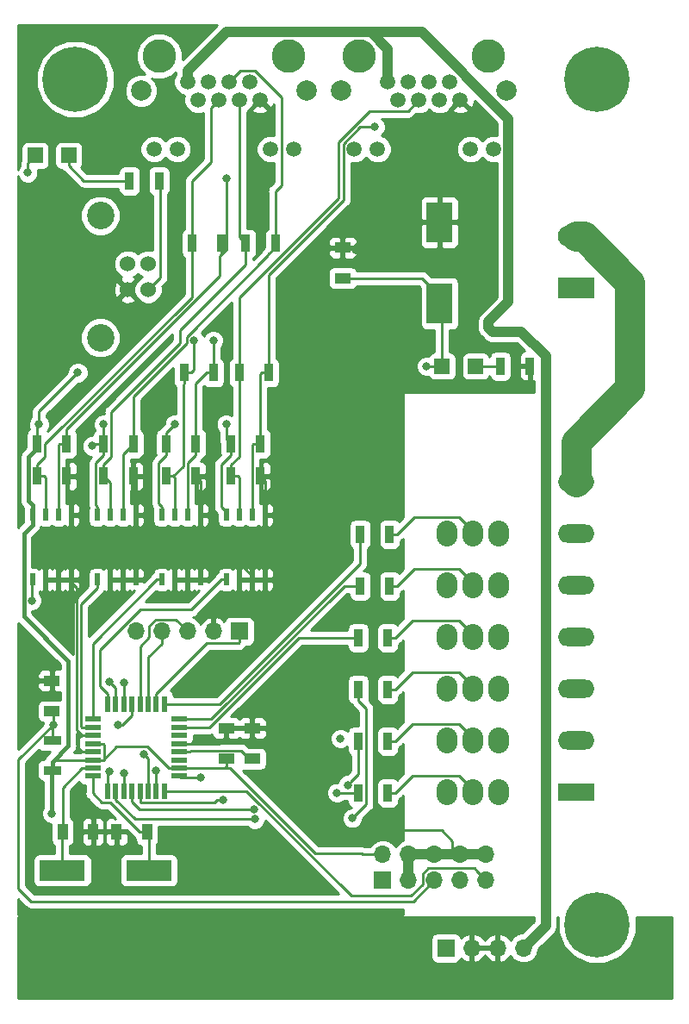
<source format=gbr>
G04 #@! TF.GenerationSoftware,KiCad,Pcbnew,(5.0.2)-1*
G04 #@! TF.CreationDate,2019-02-21T19:34:52+01:00*
G04 #@! TF.ProjectId,plyta_glowna,706c7974-615f-4676-9c6f-776e612e6b69,rev?*
G04 #@! TF.SameCoordinates,Original*
G04 #@! TF.FileFunction,Copper,L1,Top*
G04 #@! TF.FilePolarity,Positive*
%FSLAX46Y46*%
G04 Gerber Fmt 4.6, Leading zero omitted, Abs format (unit mm)*
G04 Created by KiCad (PCBNEW (5.0.2)-1) date 2019-02-21 19:34:52*
%MOMM*%
%LPD*%
G01*
G04 APERTURE LIST*
G04 #@! TA.AperFunction,ComponentPad*
%ADD10C,6.400000*%
G04 #@! TD*
G04 #@! TA.AperFunction,ComponentPad*
%ADD11C,0.800000*%
G04 #@! TD*
G04 #@! TA.AperFunction,SMDPad,CuDef*
%ADD12R,2.500000X4.000000*%
G04 #@! TD*
G04 #@! TA.AperFunction,SMDPad,CuDef*
%ADD13R,1.600000X1.000000*%
G04 #@! TD*
G04 #@! TA.AperFunction,SMDPad,CuDef*
%ADD14R,1.000000X1.600000*%
G04 #@! TD*
G04 #@! TA.AperFunction,SMDPad,CuDef*
%ADD15R,1.500000X1.500000*%
G04 #@! TD*
G04 #@! TA.AperFunction,ComponentPad*
%ADD16C,1.524000*%
G04 #@! TD*
G04 #@! TA.AperFunction,ComponentPad*
%ADD17C,2.700020*%
G04 #@! TD*
G04 #@! TA.AperFunction,ComponentPad*
%ADD18C,2.000000*%
G04 #@! TD*
G04 #@! TA.AperFunction,ComponentPad*
%ADD19C,3.300000*%
G04 #@! TD*
G04 #@! TA.AperFunction,ComponentPad*
%ADD20C,1.501140*%
G04 #@! TD*
G04 #@! TA.AperFunction,ComponentPad*
%ADD21O,1.700000X1.700000*%
G04 #@! TD*
G04 #@! TA.AperFunction,ComponentPad*
%ADD22R,1.700000X1.700000*%
G04 #@! TD*
G04 #@! TA.AperFunction,ComponentPad*
%ADD23O,3.600000X1.800000*%
G04 #@! TD*
G04 #@! TA.AperFunction,ComponentPad*
%ADD24R,3.600000X1.800000*%
G04 #@! TD*
G04 #@! TA.AperFunction,ComponentPad*
%ADD25O,3.600000X2.080000*%
G04 #@! TD*
G04 #@! TA.AperFunction,ComponentPad*
%ADD26R,3.600000X2.080000*%
G04 #@! TD*
G04 #@! TA.AperFunction,ComponentPad*
%ADD27O,2.032000X2.540000*%
G04 #@! TD*
G04 #@! TA.AperFunction,SMDPad,CuDef*
%ADD28R,0.900000X1.700000*%
G04 #@! TD*
G04 #@! TA.AperFunction,SMDPad,CuDef*
%ADD29R,0.550000X1.600000*%
G04 #@! TD*
G04 #@! TA.AperFunction,SMDPad,CuDef*
%ADD30R,1.600000X0.550000*%
G04 #@! TD*
G04 #@! TA.AperFunction,SMDPad,CuDef*
%ADD31R,0.508000X1.143000*%
G04 #@! TD*
G04 #@! TA.AperFunction,SMDPad,CuDef*
%ADD32R,4.500000X2.000000*%
G04 #@! TD*
G04 #@! TA.AperFunction,SMDPad,CuDef*
%ADD33R,1.700000X0.900000*%
G04 #@! TD*
G04 #@! TA.AperFunction,ViaPad*
%ADD34C,0.800000*%
G04 #@! TD*
G04 #@! TA.AperFunction,Conductor*
%ADD35C,0.250000*%
G04 #@! TD*
G04 #@! TA.AperFunction,Conductor*
%ADD36C,1.000000*%
G04 #@! TD*
G04 #@! TA.AperFunction,Conductor*
%ADD37C,0.400000*%
G04 #@! TD*
G04 #@! TA.AperFunction,Conductor*
%ADD38C,3.000000*%
G04 #@! TD*
G04 #@! TA.AperFunction,Conductor*
%ADD39C,0.254000*%
G04 #@! TD*
G04 APERTURE END LIST*
D10*
G04 #@! TO.P,REF\002A\002A,1*
G04 #@! TO.N,N/C*
X156972000Y-137668000D03*
D11*
X159372000Y-137668000D03*
X158669056Y-139365056D03*
X156972000Y-140068000D03*
X155274944Y-139365056D03*
X154572000Y-137668000D03*
X155274944Y-135970944D03*
X156972000Y-135268000D03*
X158669056Y-135970944D03*
G04 #@! TD*
G04 #@! TO.P,REF\002A\002A,1*
G04 #@! TO.N,N/C*
X158669056Y-52912944D03*
X156972000Y-52210000D03*
X155274944Y-52912944D03*
X154572000Y-54610000D03*
X155274944Y-56307056D03*
X156972000Y-57010000D03*
X158669056Y-56307056D03*
X159372000Y-54610000D03*
D10*
X156972000Y-54610000D03*
G04 #@! TD*
D12*
G04 #@! TO.P,C1,2*
G04 #@! TO.N,GND*
X141478000Y-68644000D03*
G04 #@! TO.P,C1,1*
G04 #@! TO.N,+5V*
X141478000Y-76644000D03*
G04 #@! TD*
D13*
G04 #@! TO.P,C3,1*
G04 #@! TO.N,GND*
X120523000Y-118364000D03*
G04 #@! TO.P,C3,2*
G04 #@! TO.N,+5V*
X120523000Y-121364000D03*
G04 #@! TD*
G04 #@! TO.P,C4,2*
G04 #@! TO.N,GND*
X123063000Y-118364000D03*
G04 #@! TO.P,C4,1*
G04 #@! TO.N,Net-(C4-Pad1)*
X123063000Y-121364000D03*
G04 #@! TD*
G04 #@! TO.P,C7,2*
G04 #@! TO.N,GND*
X103378000Y-113689000D03*
G04 #@! TO.P,C7,1*
G04 #@! TO.N,RST*
X103378000Y-116689000D03*
G04 #@! TD*
G04 #@! TO.P,C8,1*
G04 #@! TO.N,GND*
X131953000Y-71144000D03*
G04 #@! TO.P,C8,2*
G04 #@! TO.N,+5V*
X131953000Y-74144000D03*
G04 #@! TD*
D14*
G04 #@! TO.P,C9,1*
G04 #@! TO.N,GND*
X107418000Y-128524000D03*
G04 #@! TO.P,C9,2*
G04 #@! TO.N,Net-(C9-Pad2)*
X104418000Y-128524000D03*
G04 #@! TD*
G04 #@! TO.P,C10,2*
G04 #@! TO.N,Net-(C10-Pad2)*
X112728000Y-128524000D03*
G04 #@! TO.P,C10,1*
G04 #@! TO.N,GND*
X109728000Y-128524000D03*
G04 #@! TD*
D15*
G04 #@! TO.P,D1,1*
G04 #@! TO.N,+5V*
X141733000Y-82804000D03*
G04 #@! TO.P,D1,2*
G04 #@! TO.N,Net-(D1-Pad2)*
X145033000Y-82804000D03*
G04 #@! TD*
D16*
G04 #@! TO.P,J1,2*
G04 #@! TO.N,Net-(J1-Pad2)*
X112832680Y-72737760D03*
G04 #@! TO.P,J1,1*
G04 #@! TO.N,+5V*
X112832680Y-75277760D03*
G04 #@! TO.P,J1,4*
G04 #@! TO.N,GND*
X110833700Y-75277760D03*
G04 #@! TO.P,J1,3*
G04 #@! TO.N,Net-(J1-Pad3)*
X110833700Y-72737760D03*
D17*
G04 #@! TO.P,J1,5*
G04 #@! TO.N,Net-(J1-Pad5)*
X108133680Y-68008280D03*
X108133680Y-80007240D03*
G04 #@! TD*
D18*
G04 #@! TO.P,J2,*
G04 #@! TO.N,*
X131826000Y-55753000D03*
D19*
X146304000Y-52324000D03*
X133604000Y-52324000D03*
D20*
G04 #@! TO.P,J2,1*
G04 #@! TO.N,+12P*
X136398000Y-54864000D03*
G04 #@! TO.P,J2,7*
G04 #@! TO.N,N/C*
X142494000Y-54864000D03*
G04 #@! TO.P,J2,3*
G04 #@! TO.N,Net-(J2-Pad3)*
X138430000Y-54864000D03*
G04 #@! TO.P,J2,5*
G04 #@! TO.N,Net-(J2-Pad5)*
X140462000Y-54864000D03*
G04 #@! TO.P,J2,2*
G04 #@! TO.N,N/C*
X137414000Y-56642000D03*
G04 #@! TO.P,J2,4*
G04 #@! TO.N,Net-(J2-Pad4)*
X139446000Y-56642000D03*
G04 #@! TO.P,J2,6*
G04 #@! TO.N,Net-(J2-Pad6)*
X141478000Y-56642000D03*
G04 #@! TO.P,J2,8*
G04 #@! TO.N,GND*
X143510000Y-56642000D03*
G04 #@! TO.P,J2,12*
G04 #@! TO.N,N/C*
X146812000Y-61468000D03*
G04 #@! TO.P,J2,11*
X144526000Y-61468000D03*
G04 #@! TO.P,J2,10*
X135382000Y-61468000D03*
G04 #@! TO.P,J2,9*
X133096000Y-61468000D03*
D18*
G04 #@! TO.P,J2,*
G04 #@! TO.N,*
X148082000Y-55753000D03*
G04 #@! TD*
G04 #@! TO.P,J3,*
G04 #@! TO.N,*
X128397000Y-55753000D03*
D20*
G04 #@! TO.P,J3,9*
G04 #@! TO.N,N/C*
X113411000Y-61468000D03*
G04 #@! TO.P,J3,10*
X115697000Y-61468000D03*
G04 #@! TO.P,J3,11*
X124841000Y-61468000D03*
G04 #@! TO.P,J3,12*
X127127000Y-61468000D03*
G04 #@! TO.P,J3,8*
G04 #@! TO.N,GND*
X123825000Y-56642000D03*
G04 #@! TO.P,J3,6*
G04 #@! TO.N,Net-(J3-Pad6)*
X121793000Y-56642000D03*
G04 #@! TO.P,J3,4*
G04 #@! TO.N,Net-(J3-Pad4)*
X119761000Y-56642000D03*
G04 #@! TO.P,J3,2*
G04 #@! TO.N,N/C*
X117729000Y-56642000D03*
G04 #@! TO.P,J3,5*
G04 #@! TO.N,Net-(J3-Pad5)*
X120777000Y-54864000D03*
G04 #@! TO.P,J3,3*
G04 #@! TO.N,Net-(J3-Pad3)*
X118745000Y-54864000D03*
G04 #@! TO.P,J3,7*
G04 #@! TO.N,N/C*
X122809000Y-54864000D03*
G04 #@! TO.P,J3,1*
G04 #@! TO.N,+12P*
X116713000Y-54864000D03*
D19*
G04 #@! TO.P,J3,*
G04 #@! TO.N,*
X113919000Y-52324000D03*
X126619000Y-52324000D03*
D18*
X112141000Y-55753000D03*
G04 #@! TD*
D21*
G04 #@! TO.P,P1,10*
G04 #@! TO.N,GND*
X146060000Y-130760000D03*
G04 #@! TO.P,P1,9*
G04 #@! TO.N,MISO*
X146060000Y-133300000D03*
G04 #@! TO.P,P1,8*
G04 #@! TO.N,GND*
X143520000Y-130760000D03*
G04 #@! TO.P,P1,7*
G04 #@! TO.N,SCK*
X143520000Y-133300000D03*
G04 #@! TO.P,P1,6*
G04 #@! TO.N,GND*
X140980000Y-130760000D03*
G04 #@! TO.P,P1,5*
G04 #@! TO.N,RST*
X140980000Y-133300000D03*
G04 #@! TO.P,P1,4*
G04 #@! TO.N,GND*
X138440000Y-130760000D03*
G04 #@! TO.P,P1,3*
X138440000Y-133300000D03*
G04 #@! TO.P,P1,2*
G04 #@! TO.N,+5V*
X135900000Y-130760000D03*
D22*
G04 #@! TO.P,P1,1*
G04 #@! TO.N,MOSI*
X135900000Y-133300000D03*
G04 #@! TD*
D23*
G04 #@! TO.P,P2,7*
G04 #@! TO.N,+12V*
X154883320Y-94140240D03*
G04 #@! TO.P,P2,6*
G04 #@! TO.N,/mosfet_LED6*
X154883320Y-99220240D03*
G04 #@! TO.P,P2,5*
G04 #@! TO.N,/mosfet_LED5*
X154883320Y-104300240D03*
G04 #@! TO.P,P2,4*
G04 #@! TO.N,/mosfet_LED4*
X154883320Y-109380240D03*
G04 #@! TO.P,P2,3*
G04 #@! TO.N,/mosfet_LED3*
X154883320Y-114460240D03*
G04 #@! TO.P,P2,2*
G04 #@! TO.N,/mosfet_LED2*
X154883320Y-119540240D03*
D24*
G04 #@! TO.P,P2,1*
G04 #@! TO.N,/mosfet_LED1*
X154883320Y-124620240D03*
G04 #@! TD*
D25*
G04 #@! TO.P,Power1,2*
G04 #@! TO.N,+12V*
X154883320Y-70010240D03*
D26*
G04 #@! TO.P,Power1,1*
G04 #@! TO.N,GNDA*
X154883320Y-75090240D03*
G04 #@! TD*
D27*
G04 #@! TO.P,Q1,1*
G04 #@! TO.N,/mosfet_LED1*
X147263320Y-124620240D03*
G04 #@! TO.P,Q1,3*
G04 #@! TO.N,GNDA*
X142183320Y-124620240D03*
G04 #@! TO.P,Q1,2*
G04 #@! TO.N,Net-(Q1-Pad2)*
X144723320Y-124620240D03*
G04 #@! TD*
G04 #@! TO.P,Q2,2*
G04 #@! TO.N,Net-(Q2-Pad2)*
X144723320Y-119540240D03*
G04 #@! TO.P,Q2,3*
G04 #@! TO.N,GNDA*
X142183320Y-119540240D03*
G04 #@! TO.P,Q2,1*
G04 #@! TO.N,/mosfet_LED2*
X147263320Y-119540240D03*
G04 #@! TD*
G04 #@! TO.P,Q3,2*
G04 #@! TO.N,Net-(Q3-Pad2)*
X144723320Y-114460240D03*
G04 #@! TO.P,Q3,3*
G04 #@! TO.N,GNDA*
X142183320Y-114460240D03*
G04 #@! TO.P,Q3,1*
G04 #@! TO.N,/mosfet_LED3*
X147263320Y-114460240D03*
G04 #@! TD*
G04 #@! TO.P,Q4,2*
G04 #@! TO.N,Net-(Q4-Pad2)*
X144723320Y-109380240D03*
G04 #@! TO.P,Q4,3*
G04 #@! TO.N,GNDA*
X142183320Y-109380240D03*
G04 #@! TO.P,Q4,1*
G04 #@! TO.N,/mosfet_LED4*
X147263320Y-109380240D03*
G04 #@! TD*
G04 #@! TO.P,Q5,1*
G04 #@! TO.N,/mosfet_LED5*
X147263320Y-104300240D03*
G04 #@! TO.P,Q5,3*
G04 #@! TO.N,GNDA*
X142183320Y-104300240D03*
G04 #@! TO.P,Q5,2*
G04 #@! TO.N,Net-(Q5-Pad2)*
X144723320Y-104300240D03*
G04 #@! TD*
G04 #@! TO.P,Q6,1*
G04 #@! TO.N,/mosfet_LED6*
X147263320Y-99220240D03*
G04 #@! TO.P,Q6,3*
G04 #@! TO.N,GNDA*
X142183320Y-99220240D03*
G04 #@! TO.P,Q6,2*
G04 #@! TO.N,Net-(Q6-Pad2)*
X144723320Y-99220240D03*
G04 #@! TD*
D28*
G04 #@! TO.P,R1,1*
G04 #@! TO.N,Net-(D1-Pad2)*
X147468000Y-82804000D03*
G04 #@! TO.P,R1,2*
G04 #@! TO.N,GND*
X150368000Y-82804000D03*
G04 #@! TD*
G04 #@! TO.P,R2,2*
G04 #@! TO.N,Net-(D3-Pad1)*
X111000000Y-64600000D03*
G04 #@! TO.P,R2,1*
G04 #@! TO.N,+5V*
X113900000Y-64600000D03*
G04 #@! TD*
G04 #@! TO.P,R3,2*
G04 #@! TO.N,/LED1*
X133498000Y-124714000D03*
G04 #@! TO.P,R3,1*
G04 #@! TO.N,Net-(Q1-Pad2)*
X136398000Y-124714000D03*
G04 #@! TD*
G04 #@! TO.P,R4,1*
G04 #@! TO.N,Net-(Q2-Pad2)*
X136398000Y-119634000D03*
G04 #@! TO.P,R4,2*
G04 #@! TO.N,/LED2*
X133498000Y-119634000D03*
G04 #@! TD*
G04 #@! TO.P,R5,1*
G04 #@! TO.N,Net-(Q3-Pad2)*
X136398000Y-114554000D03*
G04 #@! TO.P,R5,2*
G04 #@! TO.N,/LED3*
X133498000Y-114554000D03*
G04 #@! TD*
G04 #@! TO.P,R6,2*
G04 #@! TO.N,/LED4*
X133498000Y-109474000D03*
G04 #@! TO.P,R6,1*
G04 #@! TO.N,Net-(Q4-Pad2)*
X136398000Y-109474000D03*
G04 #@! TD*
G04 #@! TO.P,R7,2*
G04 #@! TO.N,/LED5*
X133678000Y-104394000D03*
G04 #@! TO.P,R7,1*
G04 #@! TO.N,Net-(Q5-Pad2)*
X136578000Y-104394000D03*
G04 #@! TD*
G04 #@! TO.P,R8,2*
G04 #@! TO.N,/LED6*
X133678000Y-99314000D03*
G04 #@! TO.P,R8,1*
G04 #@! TO.N,Net-(Q6-Pad2)*
X136578000Y-99314000D03*
G04 #@! TD*
G04 #@! TO.P,R9,2*
G04 #@! TO.N,GND*
X123878000Y-93599000D03*
G04 #@! TO.P,R9,1*
G04 #@! TO.N,Net-(J2-Pad4)*
X120978000Y-93599000D03*
G04 #@! TD*
G04 #@! TO.P,R10,1*
G04 #@! TO.N,Net-(J2-Pad3)*
X123878000Y-90424000D03*
G04 #@! TO.P,R10,2*
G04 #@! TO.N,+5V*
X120978000Y-90424000D03*
G04 #@! TD*
G04 #@! TO.P,R11,2*
G04 #@! TO.N,Net-(J2-Pad3)*
X124693000Y-83439000D03*
G04 #@! TO.P,R11,1*
G04 #@! TO.N,Net-(J2-Pad4)*
X121793000Y-83439000D03*
G04 #@! TD*
G04 #@! TO.P,R12,1*
G04 #@! TO.N,Net-(J2-Pad5)*
X117528000Y-90424000D03*
G04 #@! TO.P,R12,2*
G04 #@! TO.N,+5V*
X114628000Y-90424000D03*
G04 #@! TD*
G04 #@! TO.P,R13,2*
G04 #@! TO.N,GND*
X117528000Y-93599000D03*
G04 #@! TO.P,R13,1*
G04 #@! TO.N,Net-(J2-Pad6)*
X114628000Y-93599000D03*
G04 #@! TD*
G04 #@! TO.P,R14,1*
G04 #@! TO.N,Net-(J2-Pad5)*
X119253000Y-83439000D03*
G04 #@! TO.P,R14,2*
G04 #@! TO.N,Net-(J2-Pad6)*
X116353000Y-83439000D03*
G04 #@! TD*
G04 #@! TO.P,R16,1*
G04 #@! TO.N,Net-(J3-Pad4)*
X101928000Y-93599000D03*
G04 #@! TO.P,R16,2*
G04 #@! TO.N,GND*
X104828000Y-93599000D03*
G04 #@! TD*
G04 #@! TO.P,R17,2*
G04 #@! TO.N,+5V*
X101928000Y-90424000D03*
G04 #@! TO.P,R17,1*
G04 #@! TO.N,Net-(J3-Pad3)*
X104828000Y-90424000D03*
G04 #@! TD*
G04 #@! TO.P,R18,1*
G04 #@! TO.N,Net-(J3-Pad4)*
X117168000Y-70739000D03*
G04 #@! TO.P,R18,2*
G04 #@! TO.N,Net-(J3-Pad3)*
X120068000Y-70739000D03*
G04 #@! TD*
G04 #@! TO.P,R20,1*
G04 #@! TO.N,Net-(J3-Pad5)*
X111358000Y-90424000D03*
G04 #@! TO.P,R20,2*
G04 #@! TO.N,+5V*
X108458000Y-90424000D03*
G04 #@! TD*
G04 #@! TO.P,R21,2*
G04 #@! TO.N,GND*
X111358000Y-93599000D03*
G04 #@! TO.P,R21,1*
G04 #@! TO.N,Net-(J3-Pad6)*
X108458000Y-93599000D03*
G04 #@! TD*
G04 #@! TO.P,R22,1*
G04 #@! TO.N,Net-(J3-Pad5)*
X125328000Y-70739000D03*
G04 #@! TO.P,R22,2*
G04 #@! TO.N,Net-(J3-Pad6)*
X122428000Y-70739000D03*
G04 #@! TD*
D29*
G04 #@! TO.P,U2,32*
G04 #@! TO.N,/meta_lewa*
X108833000Y-116019000D03*
G04 #@! TO.P,U2,31*
G04 #@! TO.N,RXD*
X109633000Y-116019000D03*
G04 #@! TO.P,U2,30*
G04 #@! TO.N,TXD*
X110433000Y-116019000D03*
G04 #@! TO.P,U2,29*
G04 #@! TO.N,RST*
X111233000Y-116019000D03*
G04 #@! TO.P,U2,28*
G04 #@! TO.N,/SCL*
X112033000Y-116019000D03*
G04 #@! TO.P,U2,27*
G04 #@! TO.N,/SDA*
X112833000Y-116019000D03*
G04 #@! TO.P,U2,26*
G04 #@! TO.N,/OLED_PWR*
X113633000Y-116019000D03*
G04 #@! TO.P,U2,25*
G04 #@! TO.N,/LED6*
X114433000Y-116019000D03*
D30*
G04 #@! TO.P,U2,24*
G04 #@! TO.N,/LED5*
X115883000Y-117469000D03*
G04 #@! TO.P,U2,23*
G04 #@! TO.N,/LED4*
X115883000Y-118269000D03*
G04 #@! TO.P,U2,22*
G04 #@! TO.N,N/C*
X115883000Y-119069000D03*
G04 #@! TO.P,U2,21*
G04 #@! TO.N,GND*
X115883000Y-119869000D03*
G04 #@! TO.P,U2,20*
G04 #@! TO.N,Net-(C4-Pad1)*
X115883000Y-120669000D03*
G04 #@! TO.P,U2,19*
G04 #@! TO.N,N/C*
X115883000Y-121469000D03*
G04 #@! TO.P,U2,18*
G04 #@! TO.N,+5V*
X115883000Y-122269000D03*
G04 #@! TO.P,U2,17*
G04 #@! TO.N,SCK*
X115883000Y-123069000D03*
D29*
G04 #@! TO.P,U2,16*
G04 #@! TO.N,MISO*
X114433000Y-124519000D03*
G04 #@! TO.P,U2,15*
G04 #@! TO.N,MOSI*
X113633000Y-124519000D03*
G04 #@! TO.P,U2,14*
G04 #@! TO.N,SS*
X112833000Y-124519000D03*
G04 #@! TO.P,U2,13*
G04 #@! TO.N,/LED2*
X112033000Y-124519000D03*
G04 #@! TO.P,U2,12*
G04 #@! TO.N,/LED1*
X111233000Y-124519000D03*
G04 #@! TO.P,U2,11*
G04 #@! TO.N,Net-(D3-Pad2)*
X110433000Y-124519000D03*
G04 #@! TO.P,U2,10*
G04 #@! TO.N,/LED3*
X109633000Y-124519000D03*
G04 #@! TO.P,U2,9*
G04 #@! TO.N,/start_lewa*
X108833000Y-124519000D03*
D30*
G04 #@! TO.P,U2,8*
G04 #@! TO.N,Net-(C10-Pad2)*
X107383000Y-123069000D03*
G04 #@! TO.P,U2,7*
G04 #@! TO.N,Net-(C9-Pad2)*
X107383000Y-122269000D03*
G04 #@! TO.P,U2,6*
G04 #@! TO.N,+5V*
X107383000Y-121469000D03*
G04 #@! TO.P,U2,5*
G04 #@! TO.N,GND*
X107383000Y-120669000D03*
G04 #@! TO.P,U2,4*
G04 #@! TO.N,+5V*
X107383000Y-119869000D03*
G04 #@! TO.P,U2,3*
G04 #@! TO.N,GND*
X107383000Y-119069000D03*
G04 #@! TO.P,U2,2*
G04 #@! TO.N,/start_prawa*
X107383000Y-118269000D03*
G04 #@! TO.P,U2,1*
G04 #@! TO.N,/meta_prawa*
X107383000Y-117469000D03*
G04 #@! TD*
D31*
G04 #@! TO.P,U4,1*
G04 #@! TO.N,/meta_lewa*
X120523000Y-103759000D03*
G04 #@! TO.P,U4,2*
G04 #@! TO.N,GND*
X121793000Y-103759000D03*
G04 #@! TO.P,U4,3*
X123063000Y-103759000D03*
G04 #@! TO.P,U4,4*
X124333000Y-103759000D03*
G04 #@! TO.P,U4,5*
X124333000Y-97409000D03*
G04 #@! TO.P,U4,6*
G04 #@! TO.N,Net-(J2-Pad3)*
X123063000Y-97409000D03*
G04 #@! TO.P,U4,7*
G04 #@! TO.N,Net-(J2-Pad4)*
X121793000Y-97409000D03*
G04 #@! TO.P,U4,8*
G04 #@! TO.N,+5V*
X120523000Y-97409000D03*
G04 #@! TD*
G04 #@! TO.P,U5,8*
G04 #@! TO.N,+5V*
X114173000Y-97409000D03*
G04 #@! TO.P,U5,7*
G04 #@! TO.N,Net-(J2-Pad6)*
X115443000Y-97409000D03*
G04 #@! TO.P,U5,6*
G04 #@! TO.N,Net-(J2-Pad5)*
X116713000Y-97409000D03*
G04 #@! TO.P,U5,5*
G04 #@! TO.N,GND*
X117983000Y-97409000D03*
G04 #@! TO.P,U5,4*
X117983000Y-103759000D03*
G04 #@! TO.P,U5,3*
X116713000Y-103759000D03*
G04 #@! TO.P,U5,2*
X115443000Y-103759000D03*
G04 #@! TO.P,U5,1*
G04 #@! TO.N,/meta_prawa*
X114173000Y-103759000D03*
G04 #@! TD*
G04 #@! TO.P,U6,8*
G04 #@! TO.N,+5V*
X101473000Y-97409000D03*
G04 #@! TO.P,U6,7*
G04 #@! TO.N,Net-(J3-Pad4)*
X102743000Y-97409000D03*
G04 #@! TO.P,U6,6*
G04 #@! TO.N,Net-(J3-Pad3)*
X104013000Y-97409000D03*
G04 #@! TO.P,U6,5*
G04 #@! TO.N,GND*
X105283000Y-97409000D03*
G04 #@! TO.P,U6,4*
X105283000Y-103759000D03*
G04 #@! TO.P,U6,3*
X104013000Y-103759000D03*
G04 #@! TO.P,U6,2*
X102743000Y-103759000D03*
G04 #@! TO.P,U6,1*
G04 #@! TO.N,/start_lewa*
X101473000Y-103759000D03*
G04 #@! TD*
G04 #@! TO.P,U7,1*
G04 #@! TO.N,/start_prawa*
X107823000Y-103759000D03*
G04 #@! TO.P,U7,2*
G04 #@! TO.N,GND*
X109093000Y-103759000D03*
G04 #@! TO.P,U7,3*
X110363000Y-103759000D03*
G04 #@! TO.P,U7,4*
X111633000Y-103759000D03*
G04 #@! TO.P,U7,5*
X111633000Y-97409000D03*
G04 #@! TO.P,U7,6*
G04 #@! TO.N,Net-(J3-Pad5)*
X110363000Y-97409000D03*
G04 #@! TO.P,U7,7*
G04 #@! TO.N,Net-(J3-Pad6)*
X109093000Y-97409000D03*
G04 #@! TO.P,U7,8*
G04 #@! TO.N,+5V*
X107823000Y-97409000D03*
G04 #@! TD*
D32*
G04 #@! TO.P,Y1,2*
G04 #@! TO.N,Net-(C10-Pad2)*
X112903000Y-132334000D03*
G04 #@! TO.P,Y1,1*
G04 #@! TO.N,Net-(C9-Pad2)*
X104403000Y-132334000D03*
G04 #@! TD*
D21*
G04 #@! TO.P,+5  SDA SCL GND  O_PWR,4*
G04 #@! TO.N,/SDA*
X114173000Y-108839000D03*
G04 #@! TO.P,+5  SDA SCL GND  O_PWR,3*
G04 #@! TO.N,/SCL*
X116713000Y-108839000D03*
G04 #@! TO.P,+5  SDA SCL GND  O_PWR,2*
G04 #@! TO.N,GND*
X119253000Y-108839000D03*
D22*
G04 #@! TO.P,+5  SDA SCL GND  O_PWR,1*
G04 #@! TO.N,/OLED_PWR*
X121793000Y-108839000D03*
G04 #@! TD*
D21*
G04 #@! TO.P,P3,4*
G04 #@! TO.N,+12P*
X149733000Y-139954000D03*
G04 #@! TO.P,P3,3*
G04 #@! TO.N,GND*
X147193000Y-139954000D03*
G04 #@! TO.P,P3,2*
X144653000Y-139954000D03*
D22*
G04 #@! TO.P,P3,1*
G04 #@! TO.N,+5V*
X142113000Y-139954000D03*
G04 #@! TD*
D21*
G04 #@! TO.P,P4,5*
G04 #@! TO.N,+5V*
X111633000Y-108839000D03*
G04 #@! TO.P,P4,4*
G04 #@! TO.N,/SDA*
X114173000Y-108839000D03*
G04 #@! TO.P,P4,3*
G04 #@! TO.N,/SCL*
X116713000Y-108839000D03*
G04 #@! TO.P,P4,2*
G04 #@! TO.N,GND*
X119253000Y-108839000D03*
D22*
G04 #@! TO.P,P4,1*
G04 #@! TO.N,/OLED_PWR*
X121793000Y-108839000D03*
G04 #@! TD*
D10*
G04 #@! TO.P,REF\002A\002A,1*
G04 #@! TO.N,N/C*
X105664000Y-54610000D03*
D11*
X108064000Y-54610000D03*
X107361056Y-56307056D03*
X105664000Y-57010000D03*
X103966944Y-56307056D03*
X103264000Y-54610000D03*
X103966944Y-52912944D03*
X105664000Y-52210000D03*
X107361056Y-52912944D03*
G04 #@! TD*
D15*
G04 #@! TO.P,D3,1*
G04 #@! TO.N,Net-(D3-Pad1)*
X105027000Y-62103000D03*
G04 #@! TO.P,D3,2*
G04 #@! TO.N,Net-(D3-Pad2)*
X101727000Y-62103000D03*
G04 #@! TD*
D33*
G04 #@! TO.P,R15,2*
G04 #@! TO.N,RST*
X103400000Y-119600000D03*
G04 #@! TO.P,R15,1*
G04 #@! TO.N,+5V*
X103400000Y-122500000D03*
G04 #@! TD*
D34*
G04 #@! TO.N,GND*
X135763000Y-66929000D03*
X138303000Y-69469000D03*
X133223000Y-66929000D03*
X138303000Y-66929000D03*
X138303000Y-71374000D03*
X135763000Y-71374000D03*
X135763000Y-69469000D03*
X133223000Y-71374000D03*
X127600000Y-120800000D03*
X131400000Y-126200000D03*
X108700000Y-132100000D03*
X103700000Y-112300000D03*
G04 #@! TO.N,+5V*
X140208000Y-82804000D03*
X115443000Y-88519000D03*
X120523000Y-88519000D03*
X108458000Y-88519000D03*
X105918000Y-83439000D03*
X103378000Y-126746000D03*
X102108000Y-88519000D03*
X107313021Y-90641010D03*
G04 #@! TO.N,RST*
X109900000Y-118000000D03*
X103500000Y-118000000D03*
G04 #@! TO.N,Net-(J2-Pad3)*
X135128000Y-59309000D03*
G04 #@! TO.N,Net-(J2-Pad5)*
X119253000Y-80264000D03*
G04 #@! TO.N,Net-(J2-Pad6)*
X117348000Y-80264000D03*
G04 #@! TO.N,Net-(J3-Pad3)*
X120523000Y-64389000D03*
G04 #@! TO.N,MISO*
X131748000Y-119380000D03*
G04 #@! TO.N,SCK*
X118000000Y-123200000D03*
G04 #@! TO.N,MOSI*
X113558010Y-122555000D03*
G04 #@! TO.N,/LED1*
X131400000Y-124700000D03*
X123217649Y-126303384D03*
G04 #@! TO.N,/LED2*
X120192328Y-125369002D03*
X132447988Y-123925010D03*
G04 #@! TO.N,/LED3*
X123300000Y-127300000D03*
X132900000Y-127200000D03*
G04 #@! TO.N,/start_lewa*
X109000000Y-122600000D03*
X101400000Y-105800000D03*
G04 #@! TO.N,RXD*
X109000000Y-113800000D03*
G04 #@! TO.N,TXD*
X110500000Y-113900000D03*
G04 #@! TO.N,+12P*
X146304000Y-78994000D03*
G04 #@! TO.N,SS*
X112400000Y-120900000D03*
G04 #@! TO.N,Net-(D3-Pad2)*
X110490000Y-122809000D03*
X101000000Y-63800000D03*
G04 #@! TD*
D35*
G04 #@! TO.N,GND*
X109728000Y-128524000D02*
X107418000Y-128524000D01*
X123063000Y-118364000D02*
X120523000Y-118364000D01*
X102743000Y-103759000D02*
X104013000Y-103759000D01*
X105283000Y-103759000D02*
X104013000Y-103759000D01*
X109093000Y-103759000D02*
X111633000Y-103759000D01*
X115443000Y-103759000D02*
X116713000Y-103759000D01*
X117983000Y-103759000D02*
X116713000Y-103759000D01*
X121793000Y-103759000D02*
X124333000Y-103759000D01*
X123063000Y-103441500D02*
X122110500Y-102489000D01*
X123063000Y-103759000D02*
X123063000Y-103441500D01*
X110363000Y-103759000D02*
X110363000Y-102489000D01*
X116713000Y-103759000D02*
X116713000Y-102489000D01*
X110363000Y-102489000D02*
X116713000Y-102489000D01*
X116713000Y-102489000D02*
X122110500Y-102489000D01*
X104648000Y-102489000D02*
X110363000Y-102489000D01*
X104013000Y-103759000D02*
X104013000Y-103124000D01*
X104013000Y-103124000D02*
X104648000Y-102489000D01*
X111633000Y-93874000D02*
X111358000Y-93599000D01*
X111633000Y-97409000D02*
X111633000Y-93874000D01*
X117983000Y-94054000D02*
X117528000Y-93599000D01*
X117983000Y-97409000D02*
X117983000Y-94054000D01*
X124333000Y-94054000D02*
X123878000Y-93599000D01*
X124333000Y-97409000D02*
X124333000Y-94054000D01*
X141478000Y-68644000D02*
X136588000Y-68644000D01*
X136588000Y-68644000D02*
X135763000Y-69469000D01*
X134678000Y-69469000D02*
X135763000Y-69469000D01*
X133003000Y-71144000D02*
X134678000Y-69469000D01*
X131953000Y-71144000D02*
X133003000Y-71144000D01*
X141478000Y-58674000D02*
X141478000Y-68644000D01*
X143510000Y-56642000D02*
X141478000Y-58674000D01*
X107383000Y-128489000D02*
X107418000Y-128524000D01*
X117983000Y-101219000D02*
X117983000Y-97409000D01*
X116713000Y-102489000D02*
X117983000Y-101219000D01*
X124333000Y-100266500D02*
X124333000Y-97409000D01*
X122110500Y-102489000D02*
X124333000Y-100266500D01*
X111633000Y-101219000D02*
X111633000Y-97409000D01*
X110363000Y-102489000D02*
X111633000Y-101219000D01*
X105283000Y-101854000D02*
X105283000Y-97409000D01*
X104648000Y-102489000D02*
X105283000Y-101854000D01*
D36*
X138440000Y-130760000D02*
X146060000Y-130760000D01*
X138440000Y-133300000D02*
X138440000Y-130760000D01*
D35*
X106333000Y-120669000D02*
X105864000Y-120200000D01*
X107383000Y-120669000D02*
X106333000Y-120669000D01*
X106333000Y-119069000D02*
X106302000Y-119100000D01*
X106302000Y-119100000D02*
X105800000Y-119100000D01*
X120523000Y-119114000D02*
X120523000Y-118364000D01*
X119768000Y-119869000D02*
X120523000Y-119114000D01*
X115883000Y-119869000D02*
X119768000Y-119869000D01*
X107383000Y-119069000D02*
X106333000Y-119069000D01*
X142748000Y-129480919D02*
X141667081Y-128400000D01*
X142748000Y-130683000D02*
X142748000Y-129480919D01*
X141667081Y-128400000D02*
X131100000Y-128400000D01*
X123063000Y-119114000D02*
X123063000Y-118364000D01*
X131100000Y-127151000D02*
X123063000Y-119114000D01*
X131100000Y-128400000D02*
X131100000Y-127151000D01*
X106333000Y-119069000D02*
X105787000Y-118523000D01*
X105787000Y-118523000D02*
X105787000Y-104580500D01*
X105283000Y-104076500D02*
X105283000Y-103759000D01*
X105787000Y-104580500D02*
X105283000Y-104076500D01*
G04 #@! TO.N,+5V*
X107823000Y-96587500D02*
X107823000Y-97409000D01*
X107682999Y-96447499D02*
X107823000Y-96587500D01*
X107682999Y-92299001D02*
X107682999Y-96447499D01*
X108458000Y-91524000D02*
X107682999Y-92299001D01*
X108458000Y-90424000D02*
X108458000Y-91524000D01*
X114173000Y-96587500D02*
X114173000Y-97409000D01*
X113852999Y-96267499D02*
X114173000Y-96587500D01*
X113852999Y-92299001D02*
X113852999Y-96267499D01*
X114628000Y-91524000D02*
X113852999Y-92299001D01*
X114628000Y-90424000D02*
X114628000Y-91524000D01*
X120978000Y-91524000D02*
X120978000Y-90424000D01*
X120019000Y-92483000D02*
X120978000Y-91524000D01*
X120019000Y-96587500D02*
X120019000Y-92483000D01*
X120523000Y-97091500D02*
X120019000Y-96587500D01*
X120523000Y-97409000D02*
X120523000Y-97091500D01*
X141733000Y-76899000D02*
X141478000Y-76644000D01*
X141733000Y-82804000D02*
X141733000Y-76899000D01*
X141478000Y-75894000D02*
X141478000Y-76644000D01*
X139728000Y-74144000D02*
X141478000Y-75894000D01*
X131953000Y-74144000D02*
X139728000Y-74144000D01*
X140208000Y-82804000D02*
X141733000Y-82804000D01*
X114628000Y-90424000D02*
X114628000Y-89334000D01*
X114628000Y-89334000D02*
X115443000Y-88519000D01*
X120523000Y-89969000D02*
X120978000Y-90424000D01*
X120523000Y-88519000D02*
X120523000Y-89969000D01*
X108458000Y-88519000D02*
X108458000Y-90424000D01*
X103378000Y-122354000D02*
X103378000Y-126746000D01*
X101928000Y-88699000D02*
X102108000Y-88519000D01*
X102108000Y-87249000D02*
X105918000Y-83439000D01*
X101928000Y-90424000D02*
X101928000Y-88699000D01*
X102108000Y-88519000D02*
X102108000Y-87249000D01*
X108458000Y-90424000D02*
X107530031Y-90424000D01*
X107530031Y-90424000D02*
X107313021Y-90641010D01*
X114046000Y-74064440D02*
X112832680Y-75277760D01*
X114046000Y-64516000D02*
X114046000Y-74064440D01*
X108433000Y-119869000D02*
X107383000Y-119869000D01*
X108508001Y-119944001D02*
X108433000Y-119869000D01*
X108508001Y-121393999D02*
X108508001Y-119944001D01*
X108433000Y-121469000D02*
X108508001Y-121393999D01*
X108433000Y-121469000D02*
X107383000Y-121469000D01*
X120523000Y-122114000D02*
X120523000Y-121364000D01*
X120368000Y-122269000D02*
X120523000Y-122114000D01*
X115883000Y-122269000D02*
X120368000Y-122269000D01*
X115883000Y-122269000D02*
X114833000Y-122269000D01*
X114833000Y-122269000D02*
X112738998Y-120174998D01*
X109727002Y-120174998D02*
X108433000Y-121469000D01*
X112738998Y-120174998D02*
X109727002Y-120174998D01*
X103378000Y-121654000D02*
X103378000Y-122354000D01*
X103563000Y-121469000D02*
X103378000Y-121654000D01*
X107383000Y-121469000D02*
X103563000Y-121469000D01*
X120880599Y-122269000D02*
X120368000Y-122269000D01*
X129294599Y-130683000D02*
X120880599Y-122269000D01*
D37*
X103378000Y-122522000D02*
X103400000Y-122500000D01*
X103378000Y-126746000D02*
X103378000Y-122522000D01*
X103400000Y-121650000D02*
X105000000Y-120050000D01*
X103400000Y-122500000D02*
X103400000Y-121650000D01*
X105000000Y-111800000D02*
X100600000Y-107400000D01*
X105000000Y-120050000D02*
X105000000Y-111800000D01*
X101473000Y-98380500D02*
X101473000Y-97409000D01*
X100600000Y-99253500D02*
X101473000Y-98380500D01*
X100600000Y-107400000D02*
X100600000Y-99253500D01*
X101928000Y-90824000D02*
X101928000Y-90424000D01*
X101078000Y-91674000D02*
X101928000Y-90824000D01*
X101077999Y-96042499D02*
X101078000Y-91674000D01*
X101473000Y-96437500D02*
X101077999Y-96042499D01*
X101473000Y-97409000D02*
X101473000Y-96437500D01*
D35*
X133877000Y-130760000D02*
X133800000Y-130683000D01*
X135900000Y-130760000D02*
X133877000Y-130760000D01*
X133800000Y-130683000D02*
X129294599Y-130683000D01*
G04 #@! TO.N,Net-(C4-Pad1)*
X122763000Y-121364000D02*
X123063000Y-121364000D01*
X121937999Y-120538999D02*
X122763000Y-121364000D01*
X117063001Y-120538999D02*
X121937999Y-120538999D01*
X116933000Y-120669000D02*
X117063001Y-120538999D01*
X115883000Y-120669000D02*
X116933000Y-120669000D01*
G04 #@! TO.N,RST*
X110302000Y-118000000D02*
X109900000Y-118000000D01*
X111233000Y-116019000D02*
X111233000Y-117069000D01*
X111233000Y-117069000D02*
X110302000Y-118000000D01*
X103500000Y-116811000D02*
X103378000Y-116689000D01*
X103500000Y-118000000D02*
X103500000Y-116811000D01*
X103400000Y-118100000D02*
X103500000Y-118000000D01*
X103400000Y-119600000D02*
X103400000Y-118100000D01*
X100076000Y-134112000D02*
X101346000Y-135382000D01*
X100076000Y-121424000D02*
X100076000Y-134112000D01*
X103500000Y-118000000D02*
X100076000Y-121424000D01*
X138898000Y-135382000D02*
X140980000Y-133300000D01*
X138500000Y-135382000D02*
X138898000Y-135382000D01*
X101346000Y-135382000D02*
X138500000Y-135382000D01*
G04 #@! TO.N,Net-(C9-Pad2)*
X104403000Y-128539000D02*
X104418000Y-128524000D01*
X104403000Y-132334000D02*
X104403000Y-128539000D01*
X104418000Y-127474000D02*
X104418000Y-128524000D01*
X104418000Y-124184000D02*
X104418000Y-127474000D01*
X106333000Y-122269000D02*
X104418000Y-124184000D01*
X107383000Y-122269000D02*
X106333000Y-122269000D01*
G04 #@! TO.N,Net-(C10-Pad2)*
X112903000Y-128699000D02*
X112728000Y-128524000D01*
X112903000Y-132334000D02*
X112903000Y-128699000D01*
X111978000Y-128524000D02*
X112728000Y-128524000D01*
X109098001Y-125644001D02*
X111978000Y-128524000D01*
X108297999Y-125644001D02*
X109098001Y-125644001D01*
X107383000Y-124729002D02*
X108297999Y-125644001D01*
X107383000Y-123069000D02*
X107383000Y-124729002D01*
G04 #@! TO.N,Net-(D1-Pad2)*
X145033000Y-82804000D02*
X147468000Y-82804000D01*
D38*
G04 #@! TO.N,+12V*
X154883320Y-90240240D02*
X160200000Y-84923560D01*
X154883320Y-94140240D02*
X154883320Y-90240240D01*
X155643320Y-70010240D02*
X154883320Y-70010240D01*
X160200000Y-74566920D02*
X155643320Y-70010240D01*
X160200000Y-84923560D02*
X160200000Y-74566920D01*
D35*
G04 #@! TO.N,Net-(J2-Pad3)*
X123178000Y-90424000D02*
X123878000Y-90424000D01*
X123063000Y-90539000D02*
X123178000Y-90424000D01*
X123063000Y-97409000D02*
X123063000Y-90539000D01*
X123993000Y-83439000D02*
X124693000Y-83439000D01*
X123878000Y-83554000D02*
X123993000Y-83439000D01*
X123878000Y-90424000D02*
X123878000Y-83554000D01*
X133663154Y-59309000D02*
X135128000Y-59309000D01*
X132020429Y-60951725D02*
X133663154Y-59309000D01*
X132020429Y-66480571D02*
X132020429Y-60951725D01*
X124693000Y-73808000D02*
X132020429Y-66480571D01*
X124693000Y-83439000D02*
X124693000Y-73808000D01*
G04 #@! TO.N,Net-(J2-Pad5)*
X116752999Y-92299001D02*
X117528000Y-91524000D01*
X117528000Y-91524000D02*
X117528000Y-90424000D01*
X116752999Y-92810412D02*
X116752999Y-92299001D01*
X116713000Y-97409000D02*
X116713000Y-92850411D01*
X116713000Y-92850411D02*
X116752999Y-92810412D01*
X118553000Y-83439000D02*
X119253000Y-83439000D01*
X117528000Y-84464000D02*
X118553000Y-83439000D01*
X117528000Y-90424000D02*
X117528000Y-84464000D01*
X119253000Y-80264000D02*
X119253000Y-83439000D01*
G04 #@! TO.N,Net-(J2-Pad4)*
X121678000Y-93599000D02*
X120978000Y-93599000D01*
X121793000Y-93714000D02*
X121678000Y-93599000D01*
X121793000Y-97409000D02*
X121793000Y-93714000D01*
X121793000Y-91684000D02*
X121793000Y-83439000D01*
X120978000Y-92499000D02*
X121793000Y-91684000D01*
X120978000Y-93599000D02*
X120978000Y-92499000D01*
X121793000Y-83439000D02*
X121793000Y-76071590D01*
X138370429Y-57717571D02*
X139446000Y-56642000D01*
X134618172Y-57717571D02*
X138370429Y-57717571D01*
X131570418Y-60765325D02*
X134618172Y-57717571D01*
X131570418Y-66294172D02*
X131570418Y-60765325D01*
X121793000Y-76071590D02*
X131570418Y-66294172D01*
G04 #@! TO.N,Net-(J2-Pad6)*
X115443000Y-93714000D02*
X115328000Y-93599000D01*
X115443000Y-97409000D02*
X115443000Y-93714000D01*
X116353000Y-84539000D02*
X116353000Y-83439000D01*
X116302988Y-84589012D02*
X116353000Y-84539000D01*
X116302988Y-92624012D02*
X116302988Y-84589012D01*
X115328000Y-93599000D02*
X116302988Y-92624012D01*
X114628000Y-93599000D02*
X115328000Y-93599000D01*
X117053000Y-83439000D02*
X116353000Y-83439000D01*
X117348000Y-83144000D02*
X117053000Y-83439000D01*
X117348000Y-80264000D02*
X117348000Y-83144000D01*
G04 #@! TO.N,Net-(J3-Pad6)*
X109093000Y-94234000D02*
X108458000Y-93599000D01*
X109093000Y-97409000D02*
X109093000Y-94234000D01*
X121793000Y-70104000D02*
X122428000Y-70739000D01*
X121793000Y-56642000D02*
X121793000Y-70104000D01*
X109233001Y-91723999D02*
X108458000Y-92499000D01*
X108458000Y-92499000D02*
X108458000Y-93599000D01*
X115987999Y-79279588D02*
X115987999Y-80542590D01*
X115987999Y-80542590D02*
X109233001Y-87297588D01*
X109233001Y-87297588D02*
X109233001Y-91723999D01*
X122428000Y-72839587D02*
X122428000Y-70739000D01*
X115987999Y-79279588D02*
X122428000Y-72839587D01*
G04 #@! TO.N,Net-(J3-Pad4)*
X102628000Y-93599000D02*
X101928000Y-93599000D01*
X102743000Y-93714000D02*
X102628000Y-93599000D01*
X102743000Y-97409000D02*
X102743000Y-93714000D01*
X119010431Y-57392569D02*
X119010431Y-62726569D01*
X119761000Y-56642000D02*
X119010431Y-57392569D01*
X117168000Y-64569000D02*
X117168000Y-70739000D01*
X119010431Y-62726569D02*
X117168000Y-64569000D01*
X117168000Y-70739000D02*
X117168000Y-75999000D01*
X101928000Y-92499000D02*
X101928000Y-93599000D01*
X102703001Y-91723999D02*
X101928000Y-92499000D01*
X102703001Y-90463999D02*
X102703001Y-91723999D01*
X117168000Y-75999000D02*
X102703001Y-90463999D01*
G04 #@! TO.N,Net-(J3-Pad5)*
X123325275Y-53788429D02*
X125916571Y-56379725D01*
X121852571Y-53788429D02*
X123325275Y-53788429D01*
X120777000Y-54864000D02*
X121852571Y-53788429D01*
X110363000Y-97409000D02*
X110363000Y-91419000D01*
X110363000Y-91419000D02*
X111358000Y-90424000D01*
X125328000Y-65612571D02*
X125328000Y-70739000D01*
X125916571Y-65024000D02*
X125328000Y-65612571D01*
X125916571Y-56379725D02*
X125916571Y-65024000D01*
X125328000Y-71139000D02*
X124628000Y-71839000D01*
X111358000Y-85809000D02*
X111358000Y-90424000D01*
X124628000Y-71839000D02*
X124628000Y-71910998D01*
X116622999Y-79915999D02*
X116622999Y-80544001D01*
X116622999Y-80544001D02*
X111358000Y-85809000D01*
X124628000Y-71910998D02*
X116622999Y-79915999D01*
X125328000Y-70739000D02*
X125328000Y-71139000D01*
G04 #@! TO.N,Net-(J3-Pad3)*
X104128000Y-90424000D02*
X104828000Y-90424000D01*
X104013000Y-90539000D02*
X104128000Y-90424000D01*
X104013000Y-97409000D02*
X104013000Y-90539000D01*
X120523000Y-64389000D02*
X120523000Y-71354002D01*
X120523000Y-70284000D02*
X120068000Y-70739000D01*
X120523000Y-64389000D02*
X120523000Y-70284000D01*
X119898000Y-72009000D02*
X119868002Y-72009000D01*
X120068000Y-71839000D02*
X119898000Y-72009000D01*
X120068000Y-70739000D02*
X120068000Y-71839000D01*
X120523000Y-71354002D02*
X119868002Y-72009000D01*
X119868002Y-72009000D02*
X119868002Y-73935408D01*
X119868002Y-73935408D02*
X104828000Y-88975410D01*
X104828000Y-88975410D02*
X104828000Y-90424000D01*
G04 #@! TO.N,MISO*
X114433000Y-124519000D02*
X122494188Y-124519000D01*
X122494188Y-124519000D02*
X132775188Y-134800000D01*
X139804999Y-133674003D02*
X139804999Y-132695001D01*
X138679002Y-134800000D02*
X139804999Y-133674003D01*
X137700000Y-134800000D02*
X138679002Y-134800000D01*
X132775188Y-134800000D02*
X137700000Y-134800000D01*
X145210001Y-132450001D02*
X146060000Y-133300000D01*
X144884999Y-132124999D02*
X145210001Y-132450001D01*
X140375001Y-132124999D02*
X144884999Y-132124999D01*
X139804999Y-132695001D02*
X140375001Y-132124999D01*
G04 #@! TO.N,SCK*
X116014000Y-123200000D02*
X115883000Y-123069000D01*
X118000000Y-123200000D02*
X116014000Y-123200000D01*
G04 #@! TO.N,MOSI*
X113633000Y-124519000D02*
X113633000Y-122629990D01*
X113633000Y-122629990D02*
X113558010Y-122555000D01*
G04 #@! TO.N,/SDA*
X112833000Y-111381081D02*
X112833000Y-116019000D01*
X114173000Y-110041081D02*
X112833000Y-111381081D01*
X114173000Y-108839000D02*
X114173000Y-110041081D01*
G04 #@! TO.N,/SCL*
X115537999Y-107663999D02*
X116713000Y-108839000D01*
X113608999Y-107663999D02*
X115537999Y-107663999D01*
X112941998Y-108331000D02*
X113608999Y-107663999D01*
X112941998Y-109435002D02*
X112941998Y-108331000D01*
X112033000Y-110344000D02*
X112941998Y-109435002D01*
X112033000Y-116019000D02*
X112033000Y-110344000D01*
G04 #@! TO.N,/OLED_PWR*
X121793000Y-109939000D02*
X121793000Y-108839000D01*
X121717999Y-110014001D02*
X121793000Y-109939000D01*
X118587999Y-110014001D02*
X121717999Y-110014001D01*
X113633000Y-114969000D02*
X118587999Y-110014001D01*
X113633000Y-116019000D02*
X113633000Y-114969000D01*
G04 #@! TO.N,Net-(Q1-Pad2)*
X144723320Y-124366240D02*
X144723320Y-124620240D01*
X143382310Y-123025230D02*
X144723320Y-124366240D01*
X138786770Y-123025230D02*
X143382310Y-123025230D01*
X137098000Y-124714000D02*
X138786770Y-123025230D01*
X136398000Y-124714000D02*
X137098000Y-124714000D01*
G04 #@! TO.N,Net-(Q2-Pad2)*
X144723320Y-119286240D02*
X144723320Y-119540240D01*
X143382310Y-117945230D02*
X144723320Y-119286240D01*
X138786770Y-117945230D02*
X143382310Y-117945230D01*
X137098000Y-119634000D02*
X138786770Y-117945230D01*
X136398000Y-119634000D02*
X137098000Y-119634000D01*
G04 #@! TO.N,Net-(Q3-Pad2)*
X144723320Y-114206240D02*
X144723320Y-114460240D01*
X143382310Y-112865230D02*
X144723320Y-114206240D01*
X138786770Y-112865230D02*
X143382310Y-112865230D01*
X137098000Y-114554000D02*
X138786770Y-112865230D01*
X136398000Y-114554000D02*
X137098000Y-114554000D01*
G04 #@! TO.N,Net-(Q4-Pad2)*
X144723320Y-109126240D02*
X144723320Y-109380240D01*
X143382310Y-107785230D02*
X144723320Y-109126240D01*
X138786770Y-107785230D02*
X143382310Y-107785230D01*
X137098000Y-109474000D02*
X138786770Y-107785230D01*
X136398000Y-109474000D02*
X137098000Y-109474000D01*
G04 #@! TO.N,Net-(Q5-Pad2)*
X144723320Y-104046240D02*
X144723320Y-104300240D01*
X143382310Y-102705230D02*
X144723320Y-104046240D01*
X138966770Y-102705230D02*
X143382310Y-102705230D01*
X137278000Y-104394000D02*
X138966770Y-102705230D01*
X136578000Y-104394000D02*
X137278000Y-104394000D01*
G04 #@! TO.N,Net-(Q6-Pad2)*
X144723320Y-98966240D02*
X144723320Y-99220240D01*
X143382310Y-97625230D02*
X144723320Y-98966240D01*
X138966770Y-97625230D02*
X143382310Y-97625230D01*
X137278000Y-99314000D02*
X138966770Y-97625230D01*
X136578000Y-99314000D02*
X137278000Y-99314000D01*
G04 #@! TO.N,/LED1*
X133484000Y-124700000D02*
X133498000Y-124714000D01*
X131400000Y-124700000D02*
X133484000Y-124700000D01*
X111233000Y-125569000D02*
X111967384Y-126303384D01*
X111233000Y-124519000D02*
X111233000Y-125569000D01*
X122651964Y-126303384D02*
X123217649Y-126303384D01*
X111967384Y-126303384D02*
X122651964Y-126303384D01*
G04 #@! TO.N,/LED2*
X119626643Y-125369002D02*
X120192328Y-125369002D01*
X112108001Y-125644001D02*
X119351644Y-125644001D01*
X112033000Y-124519000D02*
X112033000Y-125569000D01*
X112033000Y-125569000D02*
X112108001Y-125644001D01*
X119351644Y-125644001D02*
X119626643Y-125369002D01*
X133498000Y-119634000D02*
X133498000Y-122874998D01*
X132847987Y-123525011D02*
X132447988Y-123925010D01*
X133498000Y-122874998D02*
X132847987Y-123525011D01*
G04 #@! TO.N,/LED3*
X111553998Y-127300000D02*
X123300000Y-127300000D01*
X109633000Y-125379002D02*
X111553998Y-127300000D01*
X109633000Y-124519000D02*
X109633000Y-125379002D01*
X133498000Y-115654000D02*
X133498000Y-114554000D01*
X134273001Y-116429001D02*
X133498000Y-115654000D01*
X134273001Y-125826999D02*
X134273001Y-116429001D01*
X132900000Y-127200000D02*
X134273001Y-125826999D01*
G04 #@! TO.N,/LED4*
X127651324Y-109474000D02*
X133498000Y-109474000D01*
X118856324Y-118269000D02*
X127651324Y-109474000D01*
X115883000Y-118269000D02*
X118856324Y-118269000D01*
G04 #@! TO.N,/LED5*
X115883000Y-117469000D02*
X119019913Y-117469000D01*
X119019913Y-117469000D02*
X132094912Y-104394000D01*
X132094912Y-104394000D02*
X133678000Y-104394000D01*
G04 #@! TO.N,/LED6*
X133678000Y-102174502D02*
X133678000Y-99314000D01*
X114433000Y-116019000D02*
X119833502Y-116019000D01*
X119833502Y-116019000D02*
X133678000Y-102174502D01*
G04 #@! TO.N,/start_lewa*
X108833000Y-124519000D02*
X108833000Y-122767000D01*
X108833000Y-122767000D02*
X109000000Y-122600000D01*
X101400000Y-103832000D02*
X101473000Y-103759000D01*
X101400000Y-105800000D02*
X101400000Y-103832000D01*
G04 #@! TO.N,/start_prawa*
X107823000Y-104580500D02*
X107823000Y-103759000D01*
X106257999Y-106145501D02*
X107823000Y-104580500D01*
X106257999Y-118193999D02*
X106257999Y-106145501D01*
X106333000Y-118269000D02*
X106257999Y-118193999D01*
X107383000Y-118269000D02*
X106333000Y-118269000D01*
G04 #@! TO.N,/meta_prawa*
X107383000Y-116944000D02*
X107383000Y-117469000D01*
X107383000Y-110045000D02*
X107383000Y-116944000D01*
X113669000Y-103759000D02*
X107383000Y-110045000D01*
X114173000Y-103759000D02*
X113669000Y-103759000D01*
G04 #@! TO.N,/meta_lewa*
X120019000Y-103759000D02*
X117078000Y-106700000D01*
X120523000Y-103759000D02*
X120019000Y-103759000D01*
X112032998Y-106700000D02*
X108100000Y-110632998D01*
X117078000Y-106700000D02*
X112032998Y-106700000D01*
X108833000Y-114969000D02*
X108833000Y-116019000D01*
X108100000Y-114236000D02*
X108833000Y-114969000D01*
X108100000Y-110632998D02*
X108100000Y-114236000D01*
G04 #@! TO.N,RXD*
X109633000Y-114433000D02*
X109633000Y-116019000D01*
X109000000Y-113800000D02*
X109633000Y-114433000D01*
G04 #@! TO.N,TXD*
X110500000Y-115952000D02*
X110433000Y-116019000D01*
X110500000Y-113900000D02*
X110500000Y-115952000D01*
D36*
G04 #@! TO.N,+12P*
X136398000Y-51639998D02*
X136398000Y-54864000D01*
X134732001Y-49973999D02*
X136398000Y-51639998D01*
X116713000Y-53802534D02*
X120541535Y-49973999D01*
X116713000Y-54864000D02*
X116713000Y-53802534D01*
X139750845Y-49973999D02*
X133985000Y-49973999D01*
X148262571Y-58485725D02*
X139750845Y-49973999D01*
X148262571Y-76469744D02*
X148262571Y-58485725D01*
X146304000Y-78994000D02*
X146304000Y-78428315D01*
X133985000Y-49973999D02*
X134732001Y-49973999D01*
X146304000Y-78428315D02*
X148262571Y-76469744D01*
X120541535Y-49973999D02*
X133985000Y-49973999D01*
X150582999Y-139104001D02*
X149733000Y-139954000D01*
X151918001Y-137768999D02*
X150582999Y-139104001D01*
X151918001Y-81793999D02*
X151918001Y-137768999D01*
X149518001Y-79393999D02*
X151918001Y-81793999D01*
X146703999Y-79393999D02*
X149518001Y-79393999D01*
X146304000Y-78994000D02*
X146703999Y-79393999D01*
D35*
G04 #@! TO.N,SS*
X112833000Y-121333000D02*
X112400000Y-120900000D01*
X112833000Y-124519000D02*
X112833000Y-121333000D01*
G04 #@! TO.N,Net-(D3-Pad1)*
X105027000Y-63103000D02*
X105027000Y-62103000D01*
X106524000Y-64600000D02*
X105027000Y-63103000D01*
X111000000Y-64600000D02*
X106524000Y-64600000D01*
G04 #@! TO.N,Net-(D3-Pad2)*
X110490000Y-124462000D02*
X110433000Y-124519000D01*
X110490000Y-122809000D02*
X110490000Y-124462000D01*
X101000000Y-62830000D02*
X101727000Y-62103000D01*
X101000000Y-63800000D02*
X101000000Y-62830000D01*
G04 #@! TD*
D39*
G04 #@! TO.N,GND*
G36*
X150783002Y-137298866D02*
X149859478Y-138222391D01*
X149859475Y-138222393D01*
X149612868Y-138469000D01*
X149586744Y-138469000D01*
X149153582Y-138555161D01*
X148662375Y-138883375D01*
X148449157Y-139202478D01*
X148388183Y-139072642D01*
X147959924Y-138682355D01*
X147549890Y-138512524D01*
X147320000Y-138633845D01*
X147320000Y-139827000D01*
X147340000Y-139827000D01*
X147340000Y-140081000D01*
X147320000Y-140081000D01*
X147320000Y-141274155D01*
X147549890Y-141395476D01*
X147959924Y-141225645D01*
X148388183Y-140835358D01*
X148449157Y-140705522D01*
X148662375Y-141024625D01*
X149153582Y-141352839D01*
X149586744Y-141439000D01*
X149879256Y-141439000D01*
X150312418Y-141352839D01*
X150803625Y-141024625D01*
X151131839Y-140533418D01*
X151224487Y-140067645D01*
X151464607Y-139827525D01*
X151464609Y-139827522D01*
X152641522Y-138650610D01*
X152736290Y-138587288D01*
X152987147Y-138211854D01*
X153053001Y-137880782D01*
X153075236Y-137768999D01*
X153053001Y-137657216D01*
X153053001Y-136906000D01*
X153137000Y-136906000D01*
X153137000Y-138430829D01*
X153720844Y-139840353D01*
X154799647Y-140919156D01*
X156209171Y-141503000D01*
X157734829Y-141503000D01*
X159144353Y-140919156D01*
X160223156Y-139840353D01*
X160807000Y-138430829D01*
X160807000Y-136906000D01*
X164290000Y-136906000D01*
X164290000Y-144890000D01*
X100010000Y-144890000D01*
X100010000Y-139104000D01*
X140615560Y-139104000D01*
X140615560Y-140804000D01*
X140664843Y-141051765D01*
X140805191Y-141261809D01*
X141015235Y-141402157D01*
X141263000Y-141451440D01*
X142963000Y-141451440D01*
X143210765Y-141402157D01*
X143420809Y-141261809D01*
X143561157Y-141051765D01*
X143581739Y-140948292D01*
X143886076Y-141225645D01*
X144296110Y-141395476D01*
X144526000Y-141274155D01*
X144526000Y-140081000D01*
X144780000Y-140081000D01*
X144780000Y-141274155D01*
X145009890Y-141395476D01*
X145419924Y-141225645D01*
X145848183Y-140835358D01*
X145923000Y-140676046D01*
X145997817Y-140835358D01*
X146426076Y-141225645D01*
X146836110Y-141395476D01*
X147066000Y-141274155D01*
X147066000Y-140081000D01*
X144780000Y-140081000D01*
X144526000Y-140081000D01*
X144506000Y-140081000D01*
X144506000Y-139827000D01*
X144526000Y-139827000D01*
X144526000Y-138633845D01*
X144780000Y-138633845D01*
X144780000Y-139827000D01*
X147066000Y-139827000D01*
X147066000Y-138633845D01*
X146836110Y-138512524D01*
X146426076Y-138682355D01*
X145997817Y-139072642D01*
X145923000Y-139231954D01*
X145848183Y-139072642D01*
X145419924Y-138682355D01*
X145009890Y-138512524D01*
X144780000Y-138633845D01*
X144526000Y-138633845D01*
X144296110Y-138512524D01*
X143886076Y-138682355D01*
X143581739Y-138959708D01*
X143561157Y-138856235D01*
X143420809Y-138646191D01*
X143210765Y-138505843D01*
X142963000Y-138456560D01*
X141263000Y-138456560D01*
X141015235Y-138505843D01*
X140805191Y-138646191D01*
X140664843Y-138856235D01*
X140615560Y-139104000D01*
X100010000Y-139104000D01*
X100010000Y-136906000D01*
X150783002Y-136906000D01*
X150783002Y-137298866D01*
X150783002Y-137298866D01*
G37*
X150783002Y-137298866D02*
X149859478Y-138222391D01*
X149859475Y-138222393D01*
X149612868Y-138469000D01*
X149586744Y-138469000D01*
X149153582Y-138555161D01*
X148662375Y-138883375D01*
X148449157Y-139202478D01*
X148388183Y-139072642D01*
X147959924Y-138682355D01*
X147549890Y-138512524D01*
X147320000Y-138633845D01*
X147320000Y-139827000D01*
X147340000Y-139827000D01*
X147340000Y-140081000D01*
X147320000Y-140081000D01*
X147320000Y-141274155D01*
X147549890Y-141395476D01*
X147959924Y-141225645D01*
X148388183Y-140835358D01*
X148449157Y-140705522D01*
X148662375Y-141024625D01*
X149153582Y-141352839D01*
X149586744Y-141439000D01*
X149879256Y-141439000D01*
X150312418Y-141352839D01*
X150803625Y-141024625D01*
X151131839Y-140533418D01*
X151224487Y-140067645D01*
X151464607Y-139827525D01*
X151464609Y-139827522D01*
X152641522Y-138650610D01*
X152736290Y-138587288D01*
X152987147Y-138211854D01*
X153053001Y-137880782D01*
X153075236Y-137768999D01*
X153053001Y-137657216D01*
X153053001Y-136906000D01*
X153137000Y-136906000D01*
X153137000Y-138430829D01*
X153720844Y-139840353D01*
X154799647Y-140919156D01*
X156209171Y-141503000D01*
X157734829Y-141503000D01*
X159144353Y-140919156D01*
X160223156Y-139840353D01*
X160807000Y-138430829D01*
X160807000Y-136906000D01*
X164290000Y-136906000D01*
X164290000Y-144890000D01*
X100010000Y-144890000D01*
X100010000Y-139104000D01*
X140615560Y-139104000D01*
X140615560Y-140804000D01*
X140664843Y-141051765D01*
X140805191Y-141261809D01*
X141015235Y-141402157D01*
X141263000Y-141451440D01*
X142963000Y-141451440D01*
X143210765Y-141402157D01*
X143420809Y-141261809D01*
X143561157Y-141051765D01*
X143581739Y-140948292D01*
X143886076Y-141225645D01*
X144296110Y-141395476D01*
X144526000Y-141274155D01*
X144526000Y-140081000D01*
X144780000Y-140081000D01*
X144780000Y-141274155D01*
X145009890Y-141395476D01*
X145419924Y-141225645D01*
X145848183Y-140835358D01*
X145923000Y-140676046D01*
X145997817Y-140835358D01*
X146426076Y-141225645D01*
X146836110Y-141395476D01*
X147066000Y-141274155D01*
X147066000Y-140081000D01*
X144780000Y-140081000D01*
X144526000Y-140081000D01*
X144506000Y-140081000D01*
X144506000Y-139827000D01*
X144526000Y-139827000D01*
X144526000Y-138633845D01*
X144780000Y-138633845D01*
X144780000Y-139827000D01*
X147066000Y-139827000D01*
X147066000Y-138633845D01*
X146836110Y-138512524D01*
X146426076Y-138682355D01*
X145997817Y-139072642D01*
X145923000Y-139231954D01*
X145848183Y-139072642D01*
X145419924Y-138682355D01*
X145009890Y-138512524D01*
X144780000Y-138633845D01*
X144526000Y-138633845D01*
X144296110Y-138512524D01*
X143886076Y-138682355D01*
X143581739Y-138959708D01*
X143561157Y-138856235D01*
X143420809Y-138646191D01*
X143210765Y-138505843D01*
X142963000Y-138456560D01*
X141263000Y-138456560D01*
X141015235Y-138505843D01*
X140805191Y-138646191D01*
X140664843Y-138856235D01*
X140615560Y-139104000D01*
X100010000Y-139104000D01*
X100010000Y-136906000D01*
X150783002Y-136906000D01*
X150783002Y-137298866D01*
G36*
X100755671Y-135866473D02*
X100798071Y-135929929D01*
X101049463Y-136097904D01*
X101271148Y-136142000D01*
X101271152Y-136142000D01*
X101345999Y-136156888D01*
X101420846Y-136142000D01*
X137922000Y-136142000D01*
X137922000Y-136652000D01*
X100010000Y-136652000D01*
X100010000Y-135120801D01*
X100755671Y-135866473D01*
X100755671Y-135866473D01*
G37*
X100755671Y-135866473D02*
X100798071Y-135929929D01*
X101049463Y-136097904D01*
X101271148Y-136142000D01*
X101271152Y-136142000D01*
X101345999Y-136156888D01*
X101420846Y-136142000D01*
X137922000Y-136142000D01*
X137922000Y-136652000D01*
X100010000Y-136652000D01*
X100010000Y-135120801D01*
X100755671Y-135866473D01*
G36*
X102092191Y-120507809D02*
X102302235Y-120648157D01*
X102550000Y-120697440D01*
X103171693Y-120697440D01*
X102867718Y-121001415D01*
X102798000Y-121047999D01*
X102721092Y-121163100D01*
X102613448Y-121324200D01*
X102597861Y-121402560D01*
X102550000Y-121402560D01*
X102302235Y-121451843D01*
X102092191Y-121592191D01*
X101951843Y-121802235D01*
X101902560Y-122050000D01*
X101902560Y-122950000D01*
X101951843Y-123197765D01*
X102092191Y-123407809D01*
X102302235Y-123548157D01*
X102543001Y-123596048D01*
X102543000Y-126117289D01*
X102500569Y-126159720D01*
X102343000Y-126540126D01*
X102343000Y-126951874D01*
X102500569Y-127332280D01*
X102791720Y-127623431D01*
X103172126Y-127781000D01*
X103270560Y-127781000D01*
X103270560Y-129324000D01*
X103319843Y-129571765D01*
X103460191Y-129781809D01*
X103643001Y-129903959D01*
X103643000Y-130686560D01*
X102153000Y-130686560D01*
X101905235Y-130735843D01*
X101695191Y-130876191D01*
X101554843Y-131086235D01*
X101505560Y-131334000D01*
X101505560Y-133334000D01*
X101554843Y-133581765D01*
X101695191Y-133791809D01*
X101905235Y-133932157D01*
X102153000Y-133981440D01*
X106653000Y-133981440D01*
X106900765Y-133932157D01*
X107110809Y-133791809D01*
X107251157Y-133581765D01*
X107300440Y-133334000D01*
X107300440Y-131334000D01*
X107251157Y-131086235D01*
X107110809Y-130876191D01*
X106900765Y-130735843D01*
X106653000Y-130686560D01*
X105163000Y-130686560D01*
X105163000Y-129922707D01*
X105165765Y-129922157D01*
X105375809Y-129781809D01*
X105516157Y-129571765D01*
X105565440Y-129324000D01*
X105565440Y-128809750D01*
X106283000Y-128809750D01*
X106283000Y-129450310D01*
X106379673Y-129683699D01*
X106558302Y-129862327D01*
X106791691Y-129959000D01*
X107132250Y-129959000D01*
X107291000Y-129800250D01*
X107291000Y-128651000D01*
X107545000Y-128651000D01*
X107545000Y-129800250D01*
X107703750Y-129959000D01*
X108044309Y-129959000D01*
X108277698Y-129862327D01*
X108456327Y-129683699D01*
X108553000Y-129450310D01*
X108553000Y-128809750D01*
X108593000Y-128809750D01*
X108593000Y-129450310D01*
X108689673Y-129683699D01*
X108868302Y-129862327D01*
X109101691Y-129959000D01*
X109442250Y-129959000D01*
X109601000Y-129800250D01*
X109601000Y-128651000D01*
X109855000Y-128651000D01*
X109855000Y-129800250D01*
X110013750Y-129959000D01*
X110354309Y-129959000D01*
X110587698Y-129862327D01*
X110766327Y-129683699D01*
X110863000Y-129450310D01*
X110863000Y-128809750D01*
X110704250Y-128651000D01*
X109855000Y-128651000D01*
X109601000Y-128651000D01*
X108751750Y-128651000D01*
X108593000Y-128809750D01*
X108553000Y-128809750D01*
X108394250Y-128651000D01*
X107545000Y-128651000D01*
X107291000Y-128651000D01*
X106441750Y-128651000D01*
X106283000Y-128809750D01*
X105565440Y-128809750D01*
X105565440Y-127724000D01*
X105540316Y-127597690D01*
X106283000Y-127597690D01*
X106283000Y-128238250D01*
X106441750Y-128397000D01*
X107291000Y-128397000D01*
X107291000Y-127247750D01*
X107545000Y-127247750D01*
X107545000Y-128397000D01*
X108394250Y-128397000D01*
X108553000Y-128238250D01*
X108553000Y-127597690D01*
X108456327Y-127364301D01*
X108277698Y-127185673D01*
X108044309Y-127089000D01*
X107703750Y-127089000D01*
X107545000Y-127247750D01*
X107291000Y-127247750D01*
X107132250Y-127089000D01*
X106791691Y-127089000D01*
X106558302Y-127185673D01*
X106379673Y-127364301D01*
X106283000Y-127597690D01*
X105540316Y-127597690D01*
X105516157Y-127476235D01*
X105375809Y-127266191D01*
X105178000Y-127134018D01*
X105178000Y-124498801D01*
X106024975Y-123651826D01*
X106125191Y-123801809D01*
X106335235Y-123942157D01*
X106583000Y-123991440D01*
X106623001Y-123991440D01*
X106623001Y-124654151D01*
X106608112Y-124729002D01*
X106667097Y-125025539D01*
X106756626Y-125159528D01*
X106835072Y-125276931D01*
X106898528Y-125319331D01*
X107707669Y-126128473D01*
X107750070Y-126191930D01*
X108001462Y-126359905D01*
X108223147Y-126404001D01*
X108223152Y-126404001D01*
X108297999Y-126418889D01*
X108372846Y-126404001D01*
X108783200Y-126404001D01*
X109600998Y-127221799D01*
X109600998Y-127247748D01*
X109442250Y-127089000D01*
X109101691Y-127089000D01*
X108868302Y-127185673D01*
X108689673Y-127364301D01*
X108593000Y-127597690D01*
X108593000Y-128238250D01*
X108751750Y-128397000D01*
X109601000Y-128397000D01*
X109601000Y-128377000D01*
X109855000Y-128377000D01*
X109855000Y-128397000D01*
X110704250Y-128397000D01*
X110740224Y-128361026D01*
X111387670Y-129008472D01*
X111430071Y-129071929D01*
X111580560Y-129172483D01*
X111580560Y-129324000D01*
X111629843Y-129571765D01*
X111770191Y-129781809D01*
X111980235Y-129922157D01*
X112143001Y-129954533D01*
X112143000Y-130686560D01*
X110653000Y-130686560D01*
X110405235Y-130735843D01*
X110195191Y-130876191D01*
X110054843Y-131086235D01*
X110005560Y-131334000D01*
X110005560Y-133334000D01*
X110054843Y-133581765D01*
X110195191Y-133791809D01*
X110405235Y-133932157D01*
X110653000Y-133981440D01*
X115153000Y-133981440D01*
X115400765Y-133932157D01*
X115610809Y-133791809D01*
X115751157Y-133581765D01*
X115800440Y-133334000D01*
X115800440Y-131334000D01*
X115751157Y-131086235D01*
X115610809Y-130876191D01*
X115400765Y-130735843D01*
X115153000Y-130686560D01*
X113663000Y-130686560D01*
X113663000Y-129797050D01*
X113685809Y-129781809D01*
X113826157Y-129571765D01*
X113875440Y-129324000D01*
X113875440Y-128060000D01*
X122596289Y-128060000D01*
X122713720Y-128177431D01*
X123094126Y-128335000D01*
X123505874Y-128335000D01*
X123886280Y-128177431D01*
X124177431Y-127886280D01*
X124335000Y-127505874D01*
X124335000Y-127434613D01*
X131522386Y-134622000D01*
X101660802Y-134622000D01*
X100836000Y-133797199D01*
X100836000Y-121738801D01*
X102082098Y-120492704D01*
X102092191Y-120507809D01*
X102092191Y-120507809D01*
G37*
X102092191Y-120507809D02*
X102302235Y-120648157D01*
X102550000Y-120697440D01*
X103171693Y-120697440D01*
X102867718Y-121001415D01*
X102798000Y-121047999D01*
X102721092Y-121163100D01*
X102613448Y-121324200D01*
X102597861Y-121402560D01*
X102550000Y-121402560D01*
X102302235Y-121451843D01*
X102092191Y-121592191D01*
X101951843Y-121802235D01*
X101902560Y-122050000D01*
X101902560Y-122950000D01*
X101951843Y-123197765D01*
X102092191Y-123407809D01*
X102302235Y-123548157D01*
X102543001Y-123596048D01*
X102543000Y-126117289D01*
X102500569Y-126159720D01*
X102343000Y-126540126D01*
X102343000Y-126951874D01*
X102500569Y-127332280D01*
X102791720Y-127623431D01*
X103172126Y-127781000D01*
X103270560Y-127781000D01*
X103270560Y-129324000D01*
X103319843Y-129571765D01*
X103460191Y-129781809D01*
X103643001Y-129903959D01*
X103643000Y-130686560D01*
X102153000Y-130686560D01*
X101905235Y-130735843D01*
X101695191Y-130876191D01*
X101554843Y-131086235D01*
X101505560Y-131334000D01*
X101505560Y-133334000D01*
X101554843Y-133581765D01*
X101695191Y-133791809D01*
X101905235Y-133932157D01*
X102153000Y-133981440D01*
X106653000Y-133981440D01*
X106900765Y-133932157D01*
X107110809Y-133791809D01*
X107251157Y-133581765D01*
X107300440Y-133334000D01*
X107300440Y-131334000D01*
X107251157Y-131086235D01*
X107110809Y-130876191D01*
X106900765Y-130735843D01*
X106653000Y-130686560D01*
X105163000Y-130686560D01*
X105163000Y-129922707D01*
X105165765Y-129922157D01*
X105375809Y-129781809D01*
X105516157Y-129571765D01*
X105565440Y-129324000D01*
X105565440Y-128809750D01*
X106283000Y-128809750D01*
X106283000Y-129450310D01*
X106379673Y-129683699D01*
X106558302Y-129862327D01*
X106791691Y-129959000D01*
X107132250Y-129959000D01*
X107291000Y-129800250D01*
X107291000Y-128651000D01*
X107545000Y-128651000D01*
X107545000Y-129800250D01*
X107703750Y-129959000D01*
X108044309Y-129959000D01*
X108277698Y-129862327D01*
X108456327Y-129683699D01*
X108553000Y-129450310D01*
X108553000Y-128809750D01*
X108593000Y-128809750D01*
X108593000Y-129450310D01*
X108689673Y-129683699D01*
X108868302Y-129862327D01*
X109101691Y-129959000D01*
X109442250Y-129959000D01*
X109601000Y-129800250D01*
X109601000Y-128651000D01*
X109855000Y-128651000D01*
X109855000Y-129800250D01*
X110013750Y-129959000D01*
X110354309Y-129959000D01*
X110587698Y-129862327D01*
X110766327Y-129683699D01*
X110863000Y-129450310D01*
X110863000Y-128809750D01*
X110704250Y-128651000D01*
X109855000Y-128651000D01*
X109601000Y-128651000D01*
X108751750Y-128651000D01*
X108593000Y-128809750D01*
X108553000Y-128809750D01*
X108394250Y-128651000D01*
X107545000Y-128651000D01*
X107291000Y-128651000D01*
X106441750Y-128651000D01*
X106283000Y-128809750D01*
X105565440Y-128809750D01*
X105565440Y-127724000D01*
X105540316Y-127597690D01*
X106283000Y-127597690D01*
X106283000Y-128238250D01*
X106441750Y-128397000D01*
X107291000Y-128397000D01*
X107291000Y-127247750D01*
X107545000Y-127247750D01*
X107545000Y-128397000D01*
X108394250Y-128397000D01*
X108553000Y-128238250D01*
X108553000Y-127597690D01*
X108456327Y-127364301D01*
X108277698Y-127185673D01*
X108044309Y-127089000D01*
X107703750Y-127089000D01*
X107545000Y-127247750D01*
X107291000Y-127247750D01*
X107132250Y-127089000D01*
X106791691Y-127089000D01*
X106558302Y-127185673D01*
X106379673Y-127364301D01*
X106283000Y-127597690D01*
X105540316Y-127597690D01*
X105516157Y-127476235D01*
X105375809Y-127266191D01*
X105178000Y-127134018D01*
X105178000Y-124498801D01*
X106024975Y-123651826D01*
X106125191Y-123801809D01*
X106335235Y-123942157D01*
X106583000Y-123991440D01*
X106623001Y-123991440D01*
X106623001Y-124654151D01*
X106608112Y-124729002D01*
X106667097Y-125025539D01*
X106756626Y-125159528D01*
X106835072Y-125276931D01*
X106898528Y-125319331D01*
X107707669Y-126128473D01*
X107750070Y-126191930D01*
X108001462Y-126359905D01*
X108223147Y-126404001D01*
X108223152Y-126404001D01*
X108297999Y-126418889D01*
X108372846Y-126404001D01*
X108783200Y-126404001D01*
X109600998Y-127221799D01*
X109600998Y-127247748D01*
X109442250Y-127089000D01*
X109101691Y-127089000D01*
X108868302Y-127185673D01*
X108689673Y-127364301D01*
X108593000Y-127597690D01*
X108593000Y-128238250D01*
X108751750Y-128397000D01*
X109601000Y-128397000D01*
X109601000Y-128377000D01*
X109855000Y-128377000D01*
X109855000Y-128397000D01*
X110704250Y-128397000D01*
X110740224Y-128361026D01*
X111387670Y-129008472D01*
X111430071Y-129071929D01*
X111580560Y-129172483D01*
X111580560Y-129324000D01*
X111629843Y-129571765D01*
X111770191Y-129781809D01*
X111980235Y-129922157D01*
X112143001Y-129954533D01*
X112143000Y-130686560D01*
X110653000Y-130686560D01*
X110405235Y-130735843D01*
X110195191Y-130876191D01*
X110054843Y-131086235D01*
X110005560Y-131334000D01*
X110005560Y-133334000D01*
X110054843Y-133581765D01*
X110195191Y-133791809D01*
X110405235Y-133932157D01*
X110653000Y-133981440D01*
X115153000Y-133981440D01*
X115400765Y-133932157D01*
X115610809Y-133791809D01*
X115751157Y-133581765D01*
X115800440Y-133334000D01*
X115800440Y-131334000D01*
X115751157Y-131086235D01*
X115610809Y-130876191D01*
X115400765Y-130735843D01*
X115153000Y-130686560D01*
X113663000Y-130686560D01*
X113663000Y-129797050D01*
X113685809Y-129781809D01*
X113826157Y-129571765D01*
X113875440Y-129324000D01*
X113875440Y-128060000D01*
X122596289Y-128060000D01*
X122713720Y-128177431D01*
X123094126Y-128335000D01*
X123505874Y-128335000D01*
X123886280Y-128177431D01*
X124177431Y-127886280D01*
X124335000Y-127505874D01*
X124335000Y-127434613D01*
X131522386Y-134622000D01*
X101660802Y-134622000D01*
X100836000Y-133797199D01*
X100836000Y-121738801D01*
X102082098Y-120492704D01*
X102092191Y-120507809D01*
G36*
X143703748Y-56627858D02*
X143689605Y-56642000D01*
X144481930Y-57434325D01*
X144722931Y-57366265D01*
X144907767Y-56846966D01*
X144901832Y-56730118D01*
X147127572Y-58955858D01*
X147127572Y-60098984D01*
X147087607Y-60082430D01*
X146536393Y-60082430D01*
X146027138Y-60293370D01*
X145669000Y-60651508D01*
X145310862Y-60293370D01*
X144801607Y-60082430D01*
X144250393Y-60082430D01*
X143741138Y-60293370D01*
X143351370Y-60683138D01*
X143140430Y-61192393D01*
X143140430Y-61743607D01*
X143351370Y-62252862D01*
X143741138Y-62642630D01*
X144250393Y-62853570D01*
X144801607Y-62853570D01*
X145310862Y-62642630D01*
X145669000Y-62284492D01*
X146027138Y-62642630D01*
X146536393Y-62853570D01*
X147087607Y-62853570D01*
X147127572Y-62837016D01*
X147127571Y-75999612D01*
X145580480Y-77546704D01*
X145485712Y-77610026D01*
X145234854Y-77985460D01*
X145234854Y-77985461D01*
X145146765Y-78428315D01*
X145169000Y-78540098D01*
X145169000Y-78882217D01*
X145146765Y-78994000D01*
X145197011Y-79246603D01*
X145234854Y-79436854D01*
X145485711Y-79812289D01*
X145580482Y-79875613D01*
X145822386Y-80117517D01*
X145885710Y-80212288D01*
X146261144Y-80463145D01*
X146443479Y-80499414D01*
X146703998Y-80551234D01*
X146815781Y-80528999D01*
X149047870Y-80528999D01*
X149837870Y-81319000D01*
X149791691Y-81319000D01*
X149558302Y-81415673D01*
X149379673Y-81594301D01*
X149283000Y-81827690D01*
X149283000Y-82518250D01*
X149441750Y-82677000D01*
X150241000Y-82677000D01*
X150241000Y-82657000D01*
X150495000Y-82657000D01*
X150495000Y-82677000D01*
X150515000Y-82677000D01*
X150515000Y-82931000D01*
X150495000Y-82931000D01*
X150495000Y-84130250D01*
X150653750Y-84289000D01*
X150783001Y-84289000D01*
X150783001Y-85344000D01*
X138049000Y-85344000D01*
X138000399Y-85353667D01*
X137959197Y-85381197D01*
X137931667Y-85422399D01*
X137922000Y-85471000D01*
X137922000Y-97595198D01*
X137495902Y-98021296D01*
X137485809Y-98006191D01*
X137275765Y-97865843D01*
X137028000Y-97816560D01*
X136128000Y-97816560D01*
X135880235Y-97865843D01*
X135670191Y-98006191D01*
X135529843Y-98216235D01*
X135480560Y-98464000D01*
X135480560Y-100164000D01*
X135529843Y-100411765D01*
X135670191Y-100621809D01*
X135880235Y-100762157D01*
X136128000Y-100811440D01*
X137028000Y-100811440D01*
X137275765Y-100762157D01*
X137485809Y-100621809D01*
X137626157Y-100411765D01*
X137675440Y-100164000D01*
X137675440Y-99962483D01*
X137825929Y-99861929D01*
X137868331Y-99798470D01*
X137922000Y-99744801D01*
X137922000Y-102675198D01*
X137495902Y-103101296D01*
X137485809Y-103086191D01*
X137275765Y-102945843D01*
X137028000Y-102896560D01*
X136128000Y-102896560D01*
X135880235Y-102945843D01*
X135670191Y-103086191D01*
X135529843Y-103296235D01*
X135480560Y-103544000D01*
X135480560Y-105244000D01*
X135529843Y-105491765D01*
X135670191Y-105701809D01*
X135880235Y-105842157D01*
X136128000Y-105891440D01*
X137028000Y-105891440D01*
X137275765Y-105842157D01*
X137485809Y-105701809D01*
X137626157Y-105491765D01*
X137675440Y-105244000D01*
X137675440Y-105042483D01*
X137825929Y-104941929D01*
X137868331Y-104878470D01*
X137922000Y-104824801D01*
X137922000Y-107575197D01*
X137315902Y-108181296D01*
X137305809Y-108166191D01*
X137095765Y-108025843D01*
X136848000Y-107976560D01*
X135948000Y-107976560D01*
X135700235Y-108025843D01*
X135490191Y-108166191D01*
X135349843Y-108376235D01*
X135300560Y-108624000D01*
X135300560Y-110324000D01*
X135349843Y-110571765D01*
X135490191Y-110781809D01*
X135700235Y-110922157D01*
X135948000Y-110971440D01*
X136848000Y-110971440D01*
X137095765Y-110922157D01*
X137305809Y-110781809D01*
X137446157Y-110571765D01*
X137495440Y-110324000D01*
X137495440Y-110122483D01*
X137645929Y-110021929D01*
X137688331Y-109958470D01*
X137922000Y-109724801D01*
X137922000Y-112655197D01*
X137315902Y-113261296D01*
X137305809Y-113246191D01*
X137095765Y-113105843D01*
X136848000Y-113056560D01*
X135948000Y-113056560D01*
X135700235Y-113105843D01*
X135490191Y-113246191D01*
X135349843Y-113456235D01*
X135300560Y-113704000D01*
X135300560Y-115404000D01*
X135349843Y-115651765D01*
X135490191Y-115861809D01*
X135700235Y-116002157D01*
X135948000Y-116051440D01*
X136848000Y-116051440D01*
X137095765Y-116002157D01*
X137305809Y-115861809D01*
X137446157Y-115651765D01*
X137495440Y-115404000D01*
X137495440Y-115202483D01*
X137645929Y-115101929D01*
X137688331Y-115038470D01*
X137922000Y-114804801D01*
X137922000Y-117735197D01*
X137315902Y-118341296D01*
X137305809Y-118326191D01*
X137095765Y-118185843D01*
X136848000Y-118136560D01*
X135948000Y-118136560D01*
X135700235Y-118185843D01*
X135490191Y-118326191D01*
X135349843Y-118536235D01*
X135300560Y-118784000D01*
X135300560Y-120484000D01*
X135349843Y-120731765D01*
X135490191Y-120941809D01*
X135700235Y-121082157D01*
X135948000Y-121131440D01*
X136848000Y-121131440D01*
X137095765Y-121082157D01*
X137305809Y-120941809D01*
X137446157Y-120731765D01*
X137495440Y-120484000D01*
X137495440Y-120282483D01*
X137645929Y-120181929D01*
X137688331Y-120118470D01*
X137922000Y-119884801D01*
X137922000Y-122815197D01*
X137315902Y-123421296D01*
X137305809Y-123406191D01*
X137095765Y-123265843D01*
X136848000Y-123216560D01*
X135948000Y-123216560D01*
X135700235Y-123265843D01*
X135490191Y-123406191D01*
X135349843Y-123616235D01*
X135300560Y-123864000D01*
X135300560Y-125564000D01*
X135349843Y-125811765D01*
X135490191Y-126021809D01*
X135700235Y-126162157D01*
X135948000Y-126211440D01*
X136848000Y-126211440D01*
X137095765Y-126162157D01*
X137305809Y-126021809D01*
X137446157Y-125811765D01*
X137495440Y-125564000D01*
X137495440Y-125362483D01*
X137645929Y-125261929D01*
X137688331Y-125198470D01*
X137922000Y-124964801D01*
X137922000Y-129385254D01*
X137673076Y-129488355D01*
X137244817Y-129878642D01*
X137183843Y-130008478D01*
X136970625Y-129689375D01*
X136479418Y-129361161D01*
X136046256Y-129275000D01*
X135753744Y-129275000D01*
X135320582Y-129361161D01*
X134829375Y-129689375D01*
X134621822Y-130000000D01*
X134145781Y-130000000D01*
X134096537Y-129967096D01*
X133874852Y-129923000D01*
X133874847Y-129923000D01*
X133800000Y-129908112D01*
X133725153Y-129923000D01*
X129609401Y-129923000D01*
X124180527Y-124494126D01*
X130365000Y-124494126D01*
X130365000Y-124905874D01*
X130522569Y-125286280D01*
X130813720Y-125577431D01*
X131194126Y-125735000D01*
X131605874Y-125735000D01*
X131986280Y-125577431D01*
X132103711Y-125460000D01*
X132400560Y-125460000D01*
X132400560Y-125564000D01*
X132449843Y-125811765D01*
X132590191Y-126021809D01*
X132800235Y-126162157D01*
X132814528Y-126165000D01*
X132694126Y-126165000D01*
X132313720Y-126322569D01*
X132022569Y-126613720D01*
X131865000Y-126994126D01*
X131865000Y-127405874D01*
X132022569Y-127786280D01*
X132313720Y-128077431D01*
X132694126Y-128235000D01*
X133105874Y-128235000D01*
X133486280Y-128077431D01*
X133777431Y-127786280D01*
X133935000Y-127405874D01*
X133935000Y-127239801D01*
X134757474Y-126417328D01*
X134820930Y-126374928D01*
X134988905Y-126123536D01*
X135033001Y-125901851D01*
X135033001Y-125901847D01*
X135047889Y-125826999D01*
X135033001Y-125752151D01*
X135033001Y-116503848D01*
X135047889Y-116429001D01*
X135033001Y-116354154D01*
X135033001Y-116354149D01*
X134988905Y-116132464D01*
X134820930Y-115881072D01*
X134757474Y-115838672D01*
X134550207Y-115631405D01*
X134595440Y-115404000D01*
X134595440Y-113704000D01*
X134546157Y-113456235D01*
X134405809Y-113246191D01*
X134195765Y-113105843D01*
X133948000Y-113056560D01*
X133048000Y-113056560D01*
X132800235Y-113105843D01*
X132590191Y-113246191D01*
X132449843Y-113456235D01*
X132400560Y-113704000D01*
X132400560Y-115404000D01*
X132449843Y-115651765D01*
X132590191Y-115861809D01*
X132800235Y-116002157D01*
X132819095Y-116005908D01*
X132950071Y-116201929D01*
X133013530Y-116244331D01*
X133513002Y-116743804D01*
X133513002Y-118136560D01*
X133048000Y-118136560D01*
X132800235Y-118185843D01*
X132590191Y-118326191D01*
X132449843Y-118536235D01*
X132436256Y-118604545D01*
X132334280Y-118502569D01*
X131953874Y-118345000D01*
X131542126Y-118345000D01*
X131161720Y-118502569D01*
X130870569Y-118793720D01*
X130713000Y-119174126D01*
X130713000Y-119585874D01*
X130870569Y-119966280D01*
X131161720Y-120257431D01*
X131542126Y-120415000D01*
X131953874Y-120415000D01*
X132334280Y-120257431D01*
X132400560Y-120191151D01*
X132400560Y-120484000D01*
X132449843Y-120731765D01*
X132590191Y-120941809D01*
X132738000Y-121040573D01*
X132738001Y-122560195D01*
X132408187Y-122890010D01*
X132242114Y-122890010D01*
X131861708Y-123047579D01*
X131570557Y-123338730D01*
X131435412Y-123665000D01*
X131194126Y-123665000D01*
X130813720Y-123822569D01*
X130522569Y-124113720D01*
X130365000Y-124494126D01*
X124180527Y-124494126D01*
X122181661Y-122495261D01*
X122263000Y-122511440D01*
X123863000Y-122511440D01*
X124110765Y-122462157D01*
X124320809Y-122321809D01*
X124461157Y-122111765D01*
X124510440Y-121864000D01*
X124510440Y-120864000D01*
X124461157Y-120616235D01*
X124320809Y-120406191D01*
X124110765Y-120265843D01*
X123863000Y-120216560D01*
X122690361Y-120216560D01*
X122528330Y-120054529D01*
X122485928Y-119991070D01*
X122234536Y-119823095D01*
X122012851Y-119778999D01*
X122012846Y-119778999D01*
X121937999Y-119764111D01*
X121863152Y-119778999D01*
X117318000Y-119778999D01*
X117318000Y-119741998D01*
X117180774Y-119741998D01*
X117224112Y-119677138D01*
X117318000Y-119583250D01*
X117318000Y-119467690D01*
X117309783Y-119447852D01*
X117330440Y-119344000D01*
X117330440Y-119029000D01*
X118781477Y-119029000D01*
X118856324Y-119043888D01*
X118931171Y-119029000D01*
X118931176Y-119029000D01*
X119090869Y-118997235D01*
X119184673Y-119223698D01*
X119363301Y-119402327D01*
X119596690Y-119499000D01*
X120237250Y-119499000D01*
X120396000Y-119340250D01*
X120396000Y-118491000D01*
X120650000Y-118491000D01*
X120650000Y-119340250D01*
X120808750Y-119499000D01*
X121449310Y-119499000D01*
X121682699Y-119402327D01*
X121793000Y-119292025D01*
X121903301Y-119402327D01*
X122136690Y-119499000D01*
X122777250Y-119499000D01*
X122936000Y-119340250D01*
X122936000Y-118491000D01*
X123190000Y-118491000D01*
X123190000Y-119340250D01*
X123348750Y-119499000D01*
X123989310Y-119499000D01*
X124222699Y-119402327D01*
X124401327Y-119223698D01*
X124498000Y-118990309D01*
X124498000Y-118649750D01*
X124339250Y-118491000D01*
X123190000Y-118491000D01*
X122936000Y-118491000D01*
X120650000Y-118491000D01*
X120396000Y-118491000D01*
X120376000Y-118491000D01*
X120376000Y-118237000D01*
X120396000Y-118237000D01*
X120396000Y-118217000D01*
X120650000Y-118217000D01*
X120650000Y-118237000D01*
X122936000Y-118237000D01*
X122936000Y-117387750D01*
X123190000Y-117387750D01*
X123190000Y-118237000D01*
X124339250Y-118237000D01*
X124498000Y-118078250D01*
X124498000Y-117737691D01*
X124401327Y-117504302D01*
X124222699Y-117325673D01*
X123989310Y-117229000D01*
X123348750Y-117229000D01*
X123190000Y-117387750D01*
X122936000Y-117387750D01*
X122777250Y-117229000D01*
X122136690Y-117229000D01*
X121903301Y-117325673D01*
X121793000Y-117435975D01*
X121682699Y-117325673D01*
X121449310Y-117229000D01*
X120971125Y-117229000D01*
X127966126Y-110234000D01*
X132400560Y-110234000D01*
X132400560Y-110324000D01*
X132449843Y-110571765D01*
X132590191Y-110781809D01*
X132800235Y-110922157D01*
X133048000Y-110971440D01*
X133948000Y-110971440D01*
X134195765Y-110922157D01*
X134405809Y-110781809D01*
X134546157Y-110571765D01*
X134595440Y-110324000D01*
X134595440Y-108624000D01*
X134546157Y-108376235D01*
X134405809Y-108166191D01*
X134195765Y-108025843D01*
X133948000Y-107976560D01*
X133048000Y-107976560D01*
X132800235Y-108025843D01*
X132590191Y-108166191D01*
X132449843Y-108376235D01*
X132400560Y-108624000D01*
X132400560Y-108714000D01*
X128849714Y-108714000D01*
X132409714Y-105154000D01*
X132580560Y-105154000D01*
X132580560Y-105244000D01*
X132629843Y-105491765D01*
X132770191Y-105701809D01*
X132980235Y-105842157D01*
X133228000Y-105891440D01*
X134128000Y-105891440D01*
X134375765Y-105842157D01*
X134585809Y-105701809D01*
X134726157Y-105491765D01*
X134775440Y-105244000D01*
X134775440Y-103544000D01*
X134726157Y-103296235D01*
X134585809Y-103086191D01*
X134375765Y-102945843D01*
X134128000Y-102896560D01*
X134030744Y-102896560D01*
X134162473Y-102764831D01*
X134225929Y-102722431D01*
X134268924Y-102658084D01*
X134393904Y-102471040D01*
X134415415Y-102362895D01*
X134438000Y-102249354D01*
X134438000Y-102249350D01*
X134452888Y-102174502D01*
X134438000Y-102099654D01*
X134438000Y-100720573D01*
X134585809Y-100621809D01*
X134726157Y-100411765D01*
X134775440Y-100164000D01*
X134775440Y-98464000D01*
X134726157Y-98216235D01*
X134585809Y-98006191D01*
X134375765Y-97865843D01*
X134128000Y-97816560D01*
X133228000Y-97816560D01*
X132980235Y-97865843D01*
X132770191Y-98006191D01*
X132629843Y-98216235D01*
X132580560Y-98464000D01*
X132580560Y-100164000D01*
X132629843Y-100411765D01*
X132770191Y-100621809D01*
X132918001Y-100720573D01*
X132918000Y-101859700D01*
X119518701Y-115259000D01*
X115355440Y-115259000D01*
X115355440Y-115219000D01*
X115306157Y-114971235D01*
X115165809Y-114761191D01*
X115015826Y-114660975D01*
X118902801Y-110774001D01*
X121643152Y-110774001D01*
X121717999Y-110788889D01*
X121792846Y-110774001D01*
X121792851Y-110774001D01*
X122014536Y-110729905D01*
X122265928Y-110561930D01*
X122295969Y-110516970D01*
X122340929Y-110486929D01*
X122441483Y-110336440D01*
X122643000Y-110336440D01*
X122890765Y-110287157D01*
X123100809Y-110146809D01*
X123241157Y-109936765D01*
X123290440Y-109689000D01*
X123290440Y-107989000D01*
X123241157Y-107741235D01*
X123100809Y-107531191D01*
X122890765Y-107390843D01*
X122643000Y-107341560D01*
X120943000Y-107341560D01*
X120695235Y-107390843D01*
X120485191Y-107531191D01*
X120344843Y-107741235D01*
X120324261Y-107844708D01*
X120019924Y-107567355D01*
X119609890Y-107397524D01*
X119380000Y-107518845D01*
X119380000Y-108712000D01*
X119400000Y-108712000D01*
X119400000Y-108966000D01*
X119380000Y-108966000D01*
X119380000Y-108986000D01*
X119126000Y-108986000D01*
X119126000Y-108966000D01*
X119106000Y-108966000D01*
X119106000Y-108712000D01*
X119126000Y-108712000D01*
X119126000Y-107518845D01*
X118896110Y-107397524D01*
X118486076Y-107567355D01*
X118057817Y-107957642D01*
X117996843Y-108087478D01*
X117783625Y-107768375D01*
X117292418Y-107440161D01*
X117272504Y-107436200D01*
X117374537Y-107415904D01*
X117625929Y-107247929D01*
X117668331Y-107184470D01*
X119963034Y-104889768D01*
X120021235Y-104928657D01*
X120269000Y-104977940D01*
X120777000Y-104977940D01*
X121024765Y-104928657D01*
X121153268Y-104842793D01*
X121179302Y-104868827D01*
X121412691Y-104965500D01*
X121507250Y-104965500D01*
X121666000Y-104806750D01*
X121666000Y-103886000D01*
X121920000Y-103886000D01*
X121920000Y-104806750D01*
X122078750Y-104965500D01*
X122173309Y-104965500D01*
X122406698Y-104868827D01*
X122428000Y-104847525D01*
X122449302Y-104868827D01*
X122682691Y-104965500D01*
X122777250Y-104965500D01*
X122936000Y-104806750D01*
X122936000Y-103886000D01*
X123190000Y-103886000D01*
X123190000Y-104806750D01*
X123348750Y-104965500D01*
X123443309Y-104965500D01*
X123676698Y-104868827D01*
X123698000Y-104847525D01*
X123719302Y-104868827D01*
X123952691Y-104965500D01*
X124047250Y-104965500D01*
X124206000Y-104806750D01*
X124206000Y-103886000D01*
X124460000Y-103886000D01*
X124460000Y-104806750D01*
X124618750Y-104965500D01*
X124713309Y-104965500D01*
X124946698Y-104868827D01*
X125125327Y-104690199D01*
X125222000Y-104456810D01*
X125222000Y-104044750D01*
X125063250Y-103886000D01*
X124460000Y-103886000D01*
X124206000Y-103886000D01*
X123190000Y-103886000D01*
X122936000Y-103886000D01*
X121920000Y-103886000D01*
X121666000Y-103886000D01*
X121646000Y-103886000D01*
X121646000Y-103632000D01*
X121666000Y-103632000D01*
X121666000Y-102711250D01*
X121920000Y-102711250D01*
X121920000Y-103632000D01*
X122936000Y-103632000D01*
X122936000Y-102711250D01*
X123190000Y-102711250D01*
X123190000Y-103632000D01*
X124206000Y-103632000D01*
X124206000Y-102711250D01*
X124460000Y-102711250D01*
X124460000Y-103632000D01*
X125063250Y-103632000D01*
X125222000Y-103473250D01*
X125222000Y-103061190D01*
X125125327Y-102827801D01*
X124946698Y-102649173D01*
X124713309Y-102552500D01*
X124618750Y-102552500D01*
X124460000Y-102711250D01*
X124206000Y-102711250D01*
X124047250Y-102552500D01*
X123952691Y-102552500D01*
X123719302Y-102649173D01*
X123698000Y-102670475D01*
X123676698Y-102649173D01*
X123443309Y-102552500D01*
X123348750Y-102552500D01*
X123190000Y-102711250D01*
X122936000Y-102711250D01*
X122777250Y-102552500D01*
X122682691Y-102552500D01*
X122449302Y-102649173D01*
X122428000Y-102670475D01*
X122406698Y-102649173D01*
X122173309Y-102552500D01*
X122078750Y-102552500D01*
X121920000Y-102711250D01*
X121666000Y-102711250D01*
X121507250Y-102552500D01*
X121412691Y-102552500D01*
X121179302Y-102649173D01*
X121153268Y-102675207D01*
X121024765Y-102589343D01*
X120777000Y-102540060D01*
X120269000Y-102540060D01*
X120021235Y-102589343D01*
X119811191Y-102729691D01*
X119670843Y-102939735D01*
X119639220Y-103098717D01*
X119471071Y-103211071D01*
X119428671Y-103274527D01*
X118765224Y-103937974D01*
X118713250Y-103886000D01*
X118110000Y-103886000D01*
X118110000Y-103906000D01*
X117856000Y-103906000D01*
X117856000Y-103886000D01*
X116840000Y-103886000D01*
X116840000Y-104806750D01*
X116998750Y-104965500D01*
X117093309Y-104965500D01*
X117326698Y-104868827D01*
X117348000Y-104847525D01*
X117369302Y-104868827D01*
X117602691Y-104965500D01*
X117697250Y-104965500D01*
X117855998Y-104806752D01*
X117855998Y-104847200D01*
X116763199Y-105940000D01*
X112562802Y-105940000D01*
X113613034Y-104889768D01*
X113671235Y-104928657D01*
X113919000Y-104977940D01*
X114427000Y-104977940D01*
X114674765Y-104928657D01*
X114803268Y-104842793D01*
X114829302Y-104868827D01*
X115062691Y-104965500D01*
X115157250Y-104965500D01*
X115316000Y-104806750D01*
X115316000Y-103886000D01*
X115570000Y-103886000D01*
X115570000Y-104806750D01*
X115728750Y-104965500D01*
X115823309Y-104965500D01*
X116056698Y-104868827D01*
X116078000Y-104847525D01*
X116099302Y-104868827D01*
X116332691Y-104965500D01*
X116427250Y-104965500D01*
X116586000Y-104806750D01*
X116586000Y-103886000D01*
X115570000Y-103886000D01*
X115316000Y-103886000D01*
X115296000Y-103886000D01*
X115296000Y-103632000D01*
X115316000Y-103632000D01*
X115316000Y-102711250D01*
X115570000Y-102711250D01*
X115570000Y-103632000D01*
X116586000Y-103632000D01*
X116586000Y-102711250D01*
X116840000Y-102711250D01*
X116840000Y-103632000D01*
X117856000Y-103632000D01*
X117856000Y-102711250D01*
X118110000Y-102711250D01*
X118110000Y-103632000D01*
X118713250Y-103632000D01*
X118872000Y-103473250D01*
X118872000Y-103061190D01*
X118775327Y-102827801D01*
X118596698Y-102649173D01*
X118363309Y-102552500D01*
X118268750Y-102552500D01*
X118110000Y-102711250D01*
X117856000Y-102711250D01*
X117697250Y-102552500D01*
X117602691Y-102552500D01*
X117369302Y-102649173D01*
X117348000Y-102670475D01*
X117326698Y-102649173D01*
X117093309Y-102552500D01*
X116998750Y-102552500D01*
X116840000Y-102711250D01*
X116586000Y-102711250D01*
X116427250Y-102552500D01*
X116332691Y-102552500D01*
X116099302Y-102649173D01*
X116078000Y-102670475D01*
X116056698Y-102649173D01*
X115823309Y-102552500D01*
X115728750Y-102552500D01*
X115570000Y-102711250D01*
X115316000Y-102711250D01*
X115157250Y-102552500D01*
X115062691Y-102552500D01*
X114829302Y-102649173D01*
X114803268Y-102675207D01*
X114674765Y-102589343D01*
X114427000Y-102540060D01*
X113919000Y-102540060D01*
X113671235Y-102589343D01*
X113461191Y-102729691D01*
X113320843Y-102939735D01*
X113289220Y-103098717D01*
X113184526Y-103168671D01*
X113184524Y-103168673D01*
X113121071Y-103211071D01*
X113078673Y-103274524D01*
X112415224Y-103937974D01*
X112363250Y-103886000D01*
X111760000Y-103886000D01*
X111760000Y-103906000D01*
X111506000Y-103906000D01*
X111506000Y-103886000D01*
X110490000Y-103886000D01*
X110490000Y-104806750D01*
X110648750Y-104965500D01*
X110743309Y-104965500D01*
X110976698Y-104868827D01*
X110998000Y-104847525D01*
X111019302Y-104868827D01*
X111252691Y-104965500D01*
X111347250Y-104965500D01*
X111505998Y-104806752D01*
X111505998Y-104847199D01*
X107017999Y-109335200D01*
X107017999Y-106460302D01*
X108307473Y-105170829D01*
X108370929Y-105128429D01*
X108530280Y-104889943D01*
X108712691Y-104965500D01*
X108807250Y-104965500D01*
X108966000Y-104806750D01*
X108966000Y-103886000D01*
X109220000Y-103886000D01*
X109220000Y-104806750D01*
X109378750Y-104965500D01*
X109473309Y-104965500D01*
X109706698Y-104868827D01*
X109728000Y-104847525D01*
X109749302Y-104868827D01*
X109982691Y-104965500D01*
X110077250Y-104965500D01*
X110236000Y-104806750D01*
X110236000Y-103886000D01*
X109220000Y-103886000D01*
X108966000Y-103886000D01*
X108946000Y-103886000D01*
X108946000Y-103632000D01*
X108966000Y-103632000D01*
X108966000Y-102711250D01*
X109220000Y-102711250D01*
X109220000Y-103632000D01*
X110236000Y-103632000D01*
X110236000Y-102711250D01*
X110490000Y-102711250D01*
X110490000Y-103632000D01*
X111506000Y-103632000D01*
X111506000Y-102711250D01*
X111760000Y-102711250D01*
X111760000Y-103632000D01*
X112363250Y-103632000D01*
X112522000Y-103473250D01*
X112522000Y-103061190D01*
X112425327Y-102827801D01*
X112246698Y-102649173D01*
X112013309Y-102552500D01*
X111918750Y-102552500D01*
X111760000Y-102711250D01*
X111506000Y-102711250D01*
X111347250Y-102552500D01*
X111252691Y-102552500D01*
X111019302Y-102649173D01*
X110998000Y-102670475D01*
X110976698Y-102649173D01*
X110743309Y-102552500D01*
X110648750Y-102552500D01*
X110490000Y-102711250D01*
X110236000Y-102711250D01*
X110077250Y-102552500D01*
X109982691Y-102552500D01*
X109749302Y-102649173D01*
X109728000Y-102670475D01*
X109706698Y-102649173D01*
X109473309Y-102552500D01*
X109378750Y-102552500D01*
X109220000Y-102711250D01*
X108966000Y-102711250D01*
X108807250Y-102552500D01*
X108712691Y-102552500D01*
X108479302Y-102649173D01*
X108453268Y-102675207D01*
X108324765Y-102589343D01*
X108077000Y-102540060D01*
X107569000Y-102540060D01*
X107321235Y-102589343D01*
X107111191Y-102729691D01*
X106970843Y-102939735D01*
X106921560Y-103187500D01*
X106921560Y-104330500D01*
X106934275Y-104394423D01*
X105773527Y-105555172D01*
X105710071Y-105597572D01*
X105667671Y-105661028D01*
X105667670Y-105661029D01*
X105542096Y-105848964D01*
X105483111Y-106145501D01*
X105498000Y-106220353D01*
X105498000Y-111117132D01*
X101435000Y-107054133D01*
X101435000Y-106835000D01*
X101605874Y-106835000D01*
X101986280Y-106677431D01*
X102277431Y-106386280D01*
X102435000Y-106005874D01*
X102435000Y-105594126D01*
X102277431Y-105213720D01*
X102160000Y-105096289D01*
X102160000Y-104881543D01*
X102362691Y-104965500D01*
X102457250Y-104965500D01*
X102616000Y-104806750D01*
X102616000Y-103886000D01*
X102870000Y-103886000D01*
X102870000Y-104806750D01*
X103028750Y-104965500D01*
X103123309Y-104965500D01*
X103356698Y-104868827D01*
X103378000Y-104847525D01*
X103399302Y-104868827D01*
X103632691Y-104965500D01*
X103727250Y-104965500D01*
X103886000Y-104806750D01*
X103886000Y-103886000D01*
X104140000Y-103886000D01*
X104140000Y-104806750D01*
X104298750Y-104965500D01*
X104393309Y-104965500D01*
X104626698Y-104868827D01*
X104648000Y-104847525D01*
X104669302Y-104868827D01*
X104902691Y-104965500D01*
X104997250Y-104965500D01*
X105156000Y-104806750D01*
X105156000Y-103886000D01*
X105410000Y-103886000D01*
X105410000Y-104806750D01*
X105568750Y-104965500D01*
X105663309Y-104965500D01*
X105896698Y-104868827D01*
X106075327Y-104690199D01*
X106172000Y-104456810D01*
X106172000Y-104044750D01*
X106013250Y-103886000D01*
X105410000Y-103886000D01*
X105156000Y-103886000D01*
X104140000Y-103886000D01*
X103886000Y-103886000D01*
X102870000Y-103886000D01*
X102616000Y-103886000D01*
X102596000Y-103886000D01*
X102596000Y-103632000D01*
X102616000Y-103632000D01*
X102616000Y-102711250D01*
X102870000Y-102711250D01*
X102870000Y-103632000D01*
X103886000Y-103632000D01*
X103886000Y-102711250D01*
X104140000Y-102711250D01*
X104140000Y-103632000D01*
X105156000Y-103632000D01*
X105156000Y-102711250D01*
X105410000Y-102711250D01*
X105410000Y-103632000D01*
X106013250Y-103632000D01*
X106172000Y-103473250D01*
X106172000Y-103061190D01*
X106075327Y-102827801D01*
X105896698Y-102649173D01*
X105663309Y-102552500D01*
X105568750Y-102552500D01*
X105410000Y-102711250D01*
X105156000Y-102711250D01*
X104997250Y-102552500D01*
X104902691Y-102552500D01*
X104669302Y-102649173D01*
X104648000Y-102670475D01*
X104626698Y-102649173D01*
X104393309Y-102552500D01*
X104298750Y-102552500D01*
X104140000Y-102711250D01*
X103886000Y-102711250D01*
X103727250Y-102552500D01*
X103632691Y-102552500D01*
X103399302Y-102649173D01*
X103378000Y-102670475D01*
X103356698Y-102649173D01*
X103123309Y-102552500D01*
X103028750Y-102552500D01*
X102870000Y-102711250D01*
X102616000Y-102711250D01*
X102457250Y-102552500D01*
X102362691Y-102552500D01*
X102129302Y-102649173D01*
X102103268Y-102675207D01*
X101974765Y-102589343D01*
X101727000Y-102540060D01*
X101435000Y-102540060D01*
X101435000Y-99599368D01*
X102005286Y-99029083D01*
X102075001Y-98982501D01*
X102194518Y-98803632D01*
X102259552Y-98706301D01*
X102283278Y-98587020D01*
X102489000Y-98627940D01*
X102997000Y-98627940D01*
X103244765Y-98578657D01*
X103378000Y-98489632D01*
X103511235Y-98578657D01*
X103759000Y-98627940D01*
X104267000Y-98627940D01*
X104514765Y-98578657D01*
X104643268Y-98492793D01*
X104669302Y-98518827D01*
X104902691Y-98615500D01*
X104997250Y-98615500D01*
X105156000Y-98456750D01*
X105156000Y-97536000D01*
X105410000Y-97536000D01*
X105410000Y-98456750D01*
X105568750Y-98615500D01*
X105663309Y-98615500D01*
X105896698Y-98518827D01*
X106075327Y-98340199D01*
X106172000Y-98106810D01*
X106172000Y-97694750D01*
X106013250Y-97536000D01*
X105410000Y-97536000D01*
X105156000Y-97536000D01*
X105136000Y-97536000D01*
X105136000Y-97282000D01*
X105156000Y-97282000D01*
X105156000Y-96361250D01*
X105410000Y-96361250D01*
X105410000Y-97282000D01*
X106013250Y-97282000D01*
X106172000Y-97123250D01*
X106172000Y-96711190D01*
X106075327Y-96477801D01*
X105896698Y-96299173D01*
X105663309Y-96202500D01*
X105568750Y-96202500D01*
X105410000Y-96361250D01*
X105156000Y-96361250D01*
X104997250Y-96202500D01*
X104902691Y-96202500D01*
X104773000Y-96256220D01*
X104773000Y-93726000D01*
X104955000Y-93726000D01*
X104955000Y-94925250D01*
X105113750Y-95084000D01*
X105404309Y-95084000D01*
X105637698Y-94987327D01*
X105816327Y-94808699D01*
X105913000Y-94575310D01*
X105913000Y-93884750D01*
X105754250Y-93726000D01*
X104955000Y-93726000D01*
X104773000Y-93726000D01*
X104773000Y-92272750D01*
X104955000Y-92272750D01*
X104955000Y-93472000D01*
X105754250Y-93472000D01*
X105913000Y-93313250D01*
X105913000Y-92622690D01*
X105816327Y-92389301D01*
X105637698Y-92210673D01*
X105404309Y-92114000D01*
X105113750Y-92114000D01*
X104955000Y-92272750D01*
X104773000Y-92272750D01*
X104773000Y-91921440D01*
X105278000Y-91921440D01*
X105525765Y-91872157D01*
X105735809Y-91731809D01*
X105876157Y-91521765D01*
X105925440Y-91274000D01*
X105925440Y-89574000D01*
X105876157Y-89326235D01*
X105746308Y-89131903D01*
X115227999Y-79650212D01*
X115228000Y-80227787D01*
X108748531Y-86707257D01*
X108685072Y-86749659D01*
X108517097Y-87001052D01*
X108473001Y-87222737D01*
X108473001Y-87222741D01*
X108458113Y-87297588D01*
X108473001Y-87372435D01*
X108473001Y-87484000D01*
X108252126Y-87484000D01*
X107871720Y-87641569D01*
X107580569Y-87932720D01*
X107423000Y-88313126D01*
X107423000Y-88724874D01*
X107577524Y-89097928D01*
X107550191Y-89116191D01*
X107409843Y-89326235D01*
X107360560Y-89574000D01*
X107360560Y-89606010D01*
X107107147Y-89606010D01*
X106726741Y-89763579D01*
X106435590Y-90054730D01*
X106278021Y-90435136D01*
X106278021Y-90846884D01*
X106435590Y-91227290D01*
X106726741Y-91518441D01*
X107107147Y-91676010D01*
X107231189Y-91676010D01*
X107198529Y-91708670D01*
X107135070Y-91751072D01*
X106967095Y-92002465D01*
X106922999Y-92224150D01*
X106922999Y-92224154D01*
X106908111Y-92299001D01*
X106922999Y-92373848D01*
X106923000Y-96372647D01*
X106908111Y-96447499D01*
X106953623Y-96676305D01*
X106921560Y-96837500D01*
X106921560Y-97980500D01*
X106970843Y-98228265D01*
X107111191Y-98438309D01*
X107321235Y-98578657D01*
X107569000Y-98627940D01*
X108077000Y-98627940D01*
X108324765Y-98578657D01*
X108458000Y-98489632D01*
X108591235Y-98578657D01*
X108839000Y-98627940D01*
X109347000Y-98627940D01*
X109594765Y-98578657D01*
X109728000Y-98489632D01*
X109861235Y-98578657D01*
X110109000Y-98627940D01*
X110617000Y-98627940D01*
X110864765Y-98578657D01*
X110993268Y-98492793D01*
X111019302Y-98518827D01*
X111252691Y-98615500D01*
X111347250Y-98615500D01*
X111506000Y-98456750D01*
X111506000Y-97536000D01*
X111760000Y-97536000D01*
X111760000Y-98456750D01*
X111918750Y-98615500D01*
X112013309Y-98615500D01*
X112246698Y-98518827D01*
X112425327Y-98340199D01*
X112522000Y-98106810D01*
X112522000Y-97694750D01*
X112363250Y-97536000D01*
X111760000Y-97536000D01*
X111506000Y-97536000D01*
X111486000Y-97536000D01*
X111486000Y-97282000D01*
X111506000Y-97282000D01*
X111506000Y-96361250D01*
X111760000Y-96361250D01*
X111760000Y-97282000D01*
X112363250Y-97282000D01*
X112522000Y-97123250D01*
X112522000Y-96711190D01*
X112425327Y-96477801D01*
X112246698Y-96299173D01*
X112013309Y-96202500D01*
X111918750Y-96202500D01*
X111760000Y-96361250D01*
X111506000Y-96361250D01*
X111347250Y-96202500D01*
X111252691Y-96202500D01*
X111123000Y-96256220D01*
X111123000Y-95033250D01*
X111231000Y-94925250D01*
X111231000Y-93726000D01*
X111485000Y-93726000D01*
X111485000Y-94925250D01*
X111643750Y-95084000D01*
X111934309Y-95084000D01*
X112167698Y-94987327D01*
X112346327Y-94808699D01*
X112443000Y-94575310D01*
X112443000Y-93884750D01*
X112284250Y-93726000D01*
X111485000Y-93726000D01*
X111231000Y-93726000D01*
X111211000Y-93726000D01*
X111211000Y-93472000D01*
X111231000Y-93472000D01*
X111231000Y-92272750D01*
X111485000Y-92272750D01*
X111485000Y-93472000D01*
X112284250Y-93472000D01*
X112443000Y-93313250D01*
X112443000Y-92622690D01*
X112346327Y-92389301D01*
X112167698Y-92210673D01*
X111934309Y-92114000D01*
X111643750Y-92114000D01*
X111485000Y-92272750D01*
X111231000Y-92272750D01*
X111123000Y-92164750D01*
X111123000Y-91921440D01*
X111808000Y-91921440D01*
X112055765Y-91872157D01*
X112265809Y-91731809D01*
X112406157Y-91521765D01*
X112455440Y-91274000D01*
X112455440Y-89574000D01*
X112406157Y-89326235D01*
X112265809Y-89116191D01*
X112118000Y-89017427D01*
X112118000Y-86123801D01*
X115255560Y-82986242D01*
X115255560Y-84289000D01*
X115304843Y-84536765D01*
X115445191Y-84746809D01*
X115542989Y-84812156D01*
X115542989Y-87484000D01*
X115237126Y-87484000D01*
X114856720Y-87641569D01*
X114565569Y-87932720D01*
X114408000Y-88313126D01*
X114408000Y-88479199D01*
X114143528Y-88743671D01*
X114080072Y-88786071D01*
X114037672Y-88849527D01*
X114037671Y-88849528D01*
X113956801Y-88970559D01*
X113930235Y-88975843D01*
X113720191Y-89116191D01*
X113579843Y-89326235D01*
X113530560Y-89574000D01*
X113530560Y-91274000D01*
X113575793Y-91501405D01*
X113368529Y-91708670D01*
X113305070Y-91751072D01*
X113137095Y-92002465D01*
X113092999Y-92224150D01*
X113092999Y-92224154D01*
X113078111Y-92299001D01*
X113092999Y-92373848D01*
X113093000Y-96192647D01*
X113078111Y-96267499D01*
X113093000Y-96342351D01*
X113137096Y-96564036D01*
X113282631Y-96781844D01*
X113271560Y-96837500D01*
X113271560Y-97980500D01*
X113320843Y-98228265D01*
X113461191Y-98438309D01*
X113671235Y-98578657D01*
X113919000Y-98627940D01*
X114427000Y-98627940D01*
X114674765Y-98578657D01*
X114808000Y-98489632D01*
X114941235Y-98578657D01*
X115189000Y-98627940D01*
X115697000Y-98627940D01*
X115944765Y-98578657D01*
X116078000Y-98489632D01*
X116211235Y-98578657D01*
X116459000Y-98627940D01*
X116967000Y-98627940D01*
X117214765Y-98578657D01*
X117343268Y-98492793D01*
X117369302Y-98518827D01*
X117602691Y-98615500D01*
X117697250Y-98615500D01*
X117856000Y-98456750D01*
X117856000Y-97536000D01*
X118110000Y-97536000D01*
X118110000Y-98456750D01*
X118268750Y-98615500D01*
X118363309Y-98615500D01*
X118596698Y-98518827D01*
X118775327Y-98340199D01*
X118872000Y-98106810D01*
X118872000Y-97694750D01*
X118713250Y-97536000D01*
X118110000Y-97536000D01*
X117856000Y-97536000D01*
X117836000Y-97536000D01*
X117836000Y-97282000D01*
X117856000Y-97282000D01*
X117856000Y-96361250D01*
X118110000Y-96361250D01*
X118110000Y-97282000D01*
X118713250Y-97282000D01*
X118872000Y-97123250D01*
X118872000Y-96711190D01*
X118775327Y-96477801D01*
X118596698Y-96299173D01*
X118363309Y-96202500D01*
X118268750Y-96202500D01*
X118110000Y-96361250D01*
X117856000Y-96361250D01*
X117697250Y-96202500D01*
X117602691Y-96202500D01*
X117473000Y-96256220D01*
X117473000Y-93726000D01*
X117655000Y-93726000D01*
X117655000Y-94925250D01*
X117813750Y-95084000D01*
X118104309Y-95084000D01*
X118337698Y-94987327D01*
X118516327Y-94808699D01*
X118613000Y-94575310D01*
X118613000Y-93884750D01*
X118454250Y-93726000D01*
X117655000Y-93726000D01*
X117473000Y-93726000D01*
X117473000Y-93452000D01*
X117655000Y-93452000D01*
X117655000Y-93472000D01*
X118454250Y-93472000D01*
X118613000Y-93313250D01*
X118613000Y-92622690D01*
X118516327Y-92389301D01*
X118337698Y-92210673D01*
X118104309Y-92114000D01*
X118012965Y-92114000D01*
X118075929Y-92071929D01*
X118206906Y-91875908D01*
X118225765Y-91872157D01*
X118435809Y-91731809D01*
X118576157Y-91521765D01*
X118625440Y-91274000D01*
X118625440Y-89574000D01*
X118576157Y-89326235D01*
X118435809Y-89116191D01*
X118288000Y-89017427D01*
X118288000Y-84778801D01*
X118335098Y-84731704D01*
X118345191Y-84746809D01*
X118555235Y-84887157D01*
X118803000Y-84936440D01*
X119703000Y-84936440D01*
X119950765Y-84887157D01*
X120160809Y-84746809D01*
X120301157Y-84536765D01*
X120350440Y-84289000D01*
X120350440Y-82589000D01*
X120301157Y-82341235D01*
X120160809Y-82131191D01*
X120013000Y-82032427D01*
X120013000Y-80967711D01*
X120130431Y-80850280D01*
X120288000Y-80469874D01*
X120288000Y-80058126D01*
X120130431Y-79677720D01*
X119839280Y-79386569D01*
X119458874Y-79229000D01*
X119047126Y-79229000D01*
X118666720Y-79386569D01*
X118375569Y-79677720D01*
X118300500Y-79858953D01*
X118225431Y-79677720D01*
X118080755Y-79533044D01*
X121033001Y-76580799D01*
X121033000Y-82032427D01*
X120885191Y-82131191D01*
X120744843Y-82341235D01*
X120695560Y-82589000D01*
X120695560Y-84289000D01*
X120744843Y-84536765D01*
X120885191Y-84746809D01*
X121033001Y-84845573D01*
X121033000Y-87609973D01*
X120728874Y-87484000D01*
X120317126Y-87484000D01*
X119936720Y-87641569D01*
X119645569Y-87932720D01*
X119488000Y-88313126D01*
X119488000Y-88724874D01*
X119645569Y-89105280D01*
X119763000Y-89222711D01*
X119763001Y-89894149D01*
X119748112Y-89969000D01*
X119763001Y-90043852D01*
X119779632Y-90127462D01*
X119807097Y-90265537D01*
X119880560Y-90375482D01*
X119880560Y-91274000D01*
X119925793Y-91501405D01*
X119534528Y-91892671D01*
X119471072Y-91935071D01*
X119428672Y-91998527D01*
X119428671Y-91998528D01*
X119303097Y-92186463D01*
X119244112Y-92483000D01*
X119259001Y-92557852D01*
X119259000Y-96512653D01*
X119244112Y-96587500D01*
X119259000Y-96662347D01*
X119259000Y-96662351D01*
X119303096Y-96884036D01*
X119471071Y-97135429D01*
X119534530Y-97177831D01*
X119621560Y-97264861D01*
X119621560Y-97980500D01*
X119670843Y-98228265D01*
X119811191Y-98438309D01*
X120021235Y-98578657D01*
X120269000Y-98627940D01*
X120777000Y-98627940D01*
X121024765Y-98578657D01*
X121158000Y-98489632D01*
X121291235Y-98578657D01*
X121539000Y-98627940D01*
X122047000Y-98627940D01*
X122294765Y-98578657D01*
X122428000Y-98489632D01*
X122561235Y-98578657D01*
X122809000Y-98627940D01*
X123317000Y-98627940D01*
X123564765Y-98578657D01*
X123693268Y-98492793D01*
X123719302Y-98518827D01*
X123952691Y-98615500D01*
X124047250Y-98615500D01*
X124206000Y-98456750D01*
X124206000Y-97536000D01*
X124460000Y-97536000D01*
X124460000Y-98456750D01*
X124618750Y-98615500D01*
X124713309Y-98615500D01*
X124946698Y-98518827D01*
X125125327Y-98340199D01*
X125222000Y-98106810D01*
X125222000Y-97694750D01*
X125063250Y-97536000D01*
X124460000Y-97536000D01*
X124206000Y-97536000D01*
X124186000Y-97536000D01*
X124186000Y-97282000D01*
X124206000Y-97282000D01*
X124206000Y-96361250D01*
X124460000Y-96361250D01*
X124460000Y-97282000D01*
X125063250Y-97282000D01*
X125222000Y-97123250D01*
X125222000Y-96711190D01*
X125125327Y-96477801D01*
X124946698Y-96299173D01*
X124713309Y-96202500D01*
X124618750Y-96202500D01*
X124460000Y-96361250D01*
X124206000Y-96361250D01*
X124047250Y-96202500D01*
X123952691Y-96202500D01*
X123823000Y-96256220D01*
X123823000Y-93726000D01*
X124005000Y-93726000D01*
X124005000Y-94925250D01*
X124163750Y-95084000D01*
X124454309Y-95084000D01*
X124687698Y-94987327D01*
X124866327Y-94808699D01*
X124963000Y-94575310D01*
X124963000Y-93884750D01*
X124804250Y-93726000D01*
X124005000Y-93726000D01*
X123823000Y-93726000D01*
X123823000Y-92272750D01*
X124005000Y-92272750D01*
X124005000Y-93472000D01*
X124804250Y-93472000D01*
X124963000Y-93313250D01*
X124963000Y-92622690D01*
X124866327Y-92389301D01*
X124687698Y-92210673D01*
X124454309Y-92114000D01*
X124163750Y-92114000D01*
X124005000Y-92272750D01*
X123823000Y-92272750D01*
X123823000Y-91921440D01*
X124328000Y-91921440D01*
X124575765Y-91872157D01*
X124785809Y-91731809D01*
X124926157Y-91521765D01*
X124975440Y-91274000D01*
X124975440Y-89574000D01*
X124926157Y-89326235D01*
X124785809Y-89116191D01*
X124638000Y-89017427D01*
X124638000Y-84936440D01*
X125143000Y-84936440D01*
X125390765Y-84887157D01*
X125600809Y-84746809D01*
X125741157Y-84536765D01*
X125790440Y-84289000D01*
X125790440Y-82589000D01*
X125741157Y-82341235D01*
X125600809Y-82131191D01*
X125453000Y-82032427D01*
X125453000Y-74122801D01*
X125931801Y-73644000D01*
X130505560Y-73644000D01*
X130505560Y-74644000D01*
X130554843Y-74891765D01*
X130695191Y-75101809D01*
X130905235Y-75242157D01*
X131153000Y-75291440D01*
X132753000Y-75291440D01*
X133000765Y-75242157D01*
X133210809Y-75101809D01*
X133342982Y-74904000D01*
X139413199Y-74904000D01*
X139580560Y-75071361D01*
X139580560Y-78644000D01*
X139629843Y-78891765D01*
X139770191Y-79101809D01*
X139980235Y-79242157D01*
X140228000Y-79291440D01*
X140973001Y-79291440D01*
X140973000Y-81408549D01*
X140735235Y-81455843D01*
X140525191Y-81596191D01*
X140409723Y-81769000D01*
X140002126Y-81769000D01*
X139621720Y-81926569D01*
X139330569Y-82217720D01*
X139173000Y-82598126D01*
X139173000Y-83009874D01*
X139330569Y-83390280D01*
X139621720Y-83681431D01*
X140002126Y-83839000D01*
X140409723Y-83839000D01*
X140525191Y-84011809D01*
X140735235Y-84152157D01*
X140983000Y-84201440D01*
X142483000Y-84201440D01*
X142730765Y-84152157D01*
X142940809Y-84011809D01*
X143081157Y-83801765D01*
X143130440Y-83554000D01*
X143130440Y-82054000D01*
X143635560Y-82054000D01*
X143635560Y-83554000D01*
X143684843Y-83801765D01*
X143825191Y-84011809D01*
X144035235Y-84152157D01*
X144283000Y-84201440D01*
X145783000Y-84201440D01*
X146030765Y-84152157D01*
X146240809Y-84011809D01*
X146381157Y-83801765D01*
X146390554Y-83754520D01*
X146419843Y-83901765D01*
X146560191Y-84111809D01*
X146770235Y-84252157D01*
X147018000Y-84301440D01*
X147918000Y-84301440D01*
X148165765Y-84252157D01*
X148375809Y-84111809D01*
X148516157Y-83901765D01*
X148565440Y-83654000D01*
X148565440Y-83089750D01*
X149283000Y-83089750D01*
X149283000Y-83780310D01*
X149379673Y-84013699D01*
X149558302Y-84192327D01*
X149791691Y-84289000D01*
X150082250Y-84289000D01*
X150241000Y-84130250D01*
X150241000Y-82931000D01*
X149441750Y-82931000D01*
X149283000Y-83089750D01*
X148565440Y-83089750D01*
X148565440Y-81954000D01*
X148516157Y-81706235D01*
X148375809Y-81496191D01*
X148165765Y-81355843D01*
X147918000Y-81306560D01*
X147018000Y-81306560D01*
X146770235Y-81355843D01*
X146560191Y-81496191D01*
X146419843Y-81706235D01*
X146390554Y-81853480D01*
X146381157Y-81806235D01*
X146240809Y-81596191D01*
X146030765Y-81455843D01*
X145783000Y-81406560D01*
X144283000Y-81406560D01*
X144035235Y-81455843D01*
X143825191Y-81596191D01*
X143684843Y-81806235D01*
X143635560Y-82054000D01*
X143130440Y-82054000D01*
X143081157Y-81806235D01*
X142940809Y-81596191D01*
X142730765Y-81455843D01*
X142493000Y-81408549D01*
X142493000Y-79291440D01*
X142728000Y-79291440D01*
X142975765Y-79242157D01*
X143185809Y-79101809D01*
X143326157Y-78891765D01*
X143375440Y-78644000D01*
X143375440Y-74644000D01*
X143326157Y-74396235D01*
X143185809Y-74186191D01*
X142975765Y-74045843D01*
X142728000Y-73996560D01*
X140655361Y-73996560D01*
X140318331Y-73659530D01*
X140275929Y-73596071D01*
X140024537Y-73428096D01*
X139802852Y-73384000D01*
X139802847Y-73384000D01*
X139728000Y-73369112D01*
X139653153Y-73384000D01*
X133342982Y-73384000D01*
X133210809Y-73186191D01*
X133000765Y-73045843D01*
X132753000Y-72996560D01*
X131153000Y-72996560D01*
X130905235Y-73045843D01*
X130695191Y-73186191D01*
X130554843Y-73396235D01*
X130505560Y-73644000D01*
X125931801Y-73644000D01*
X128146051Y-71429750D01*
X130518000Y-71429750D01*
X130518000Y-71770309D01*
X130614673Y-72003698D01*
X130793301Y-72182327D01*
X131026690Y-72279000D01*
X131667250Y-72279000D01*
X131826000Y-72120250D01*
X131826000Y-71271000D01*
X132080000Y-71271000D01*
X132080000Y-72120250D01*
X132238750Y-72279000D01*
X132879310Y-72279000D01*
X133112699Y-72182327D01*
X133291327Y-72003698D01*
X133388000Y-71770309D01*
X133388000Y-71429750D01*
X133229250Y-71271000D01*
X132080000Y-71271000D01*
X131826000Y-71271000D01*
X130676750Y-71271000D01*
X130518000Y-71429750D01*
X128146051Y-71429750D01*
X129058110Y-70517691D01*
X130518000Y-70517691D01*
X130518000Y-70858250D01*
X130676750Y-71017000D01*
X131826000Y-71017000D01*
X131826000Y-70167750D01*
X132080000Y-70167750D01*
X132080000Y-71017000D01*
X133229250Y-71017000D01*
X133388000Y-70858250D01*
X133388000Y-70517691D01*
X133291327Y-70284302D01*
X133112699Y-70105673D01*
X132879310Y-70009000D01*
X132238750Y-70009000D01*
X132080000Y-70167750D01*
X131826000Y-70167750D01*
X131667250Y-70009000D01*
X131026690Y-70009000D01*
X130793301Y-70105673D01*
X130614673Y-70284302D01*
X130518000Y-70517691D01*
X129058110Y-70517691D01*
X130646051Y-68929750D01*
X139593000Y-68929750D01*
X139593000Y-70770309D01*
X139689673Y-71003698D01*
X139868301Y-71182327D01*
X140101690Y-71279000D01*
X141192250Y-71279000D01*
X141351000Y-71120250D01*
X141351000Y-68771000D01*
X141605000Y-68771000D01*
X141605000Y-71120250D01*
X141763750Y-71279000D01*
X142854310Y-71279000D01*
X143087699Y-71182327D01*
X143266327Y-71003698D01*
X143363000Y-70770309D01*
X143363000Y-68929750D01*
X143204250Y-68771000D01*
X141605000Y-68771000D01*
X141351000Y-68771000D01*
X139751750Y-68771000D01*
X139593000Y-68929750D01*
X130646051Y-68929750D01*
X132504905Y-67070898D01*
X132568358Y-67028500D01*
X132610756Y-66965047D01*
X132610758Y-66965045D01*
X132736332Y-66777109D01*
X132736333Y-66777108D01*
X132780429Y-66555423D01*
X132780429Y-66555419D01*
X132787933Y-66517691D01*
X139593000Y-66517691D01*
X139593000Y-68358250D01*
X139751750Y-68517000D01*
X141351000Y-68517000D01*
X141351000Y-66167750D01*
X141605000Y-66167750D01*
X141605000Y-68517000D01*
X143204250Y-68517000D01*
X143363000Y-68358250D01*
X143363000Y-66517691D01*
X143266327Y-66284302D01*
X143087699Y-66105673D01*
X142854310Y-66009000D01*
X141763750Y-66009000D01*
X141605000Y-66167750D01*
X141351000Y-66167750D01*
X141192250Y-66009000D01*
X140101690Y-66009000D01*
X139868301Y-66105673D01*
X139689673Y-66284302D01*
X139593000Y-66517691D01*
X132787933Y-66517691D01*
X132795317Y-66480572D01*
X132780429Y-66405725D01*
X132780429Y-62837016D01*
X132820393Y-62853570D01*
X133371607Y-62853570D01*
X133880862Y-62642630D01*
X134239000Y-62284492D01*
X134597138Y-62642630D01*
X135106393Y-62853570D01*
X135657607Y-62853570D01*
X136166862Y-62642630D01*
X136556630Y-62252862D01*
X136767570Y-61743607D01*
X136767570Y-61192393D01*
X136556630Y-60683138D01*
X136166862Y-60293370D01*
X135771221Y-60129490D01*
X136005431Y-59895280D01*
X136163000Y-59514874D01*
X136163000Y-59103126D01*
X136005431Y-58722720D01*
X135760282Y-58477571D01*
X138295582Y-58477571D01*
X138370429Y-58492459D01*
X138445276Y-58477571D01*
X138445281Y-58477571D01*
X138666966Y-58433475D01*
X138918358Y-58265500D01*
X138960760Y-58202041D01*
X139145530Y-58017271D01*
X139170393Y-58027570D01*
X139721607Y-58027570D01*
X140230862Y-57816630D01*
X140462000Y-57585492D01*
X140693138Y-57816630D01*
X141202393Y-58027570D01*
X141753607Y-58027570D01*
X142262862Y-57816630D01*
X142465562Y-57613930D01*
X142717675Y-57613930D01*
X142785735Y-57854931D01*
X143305034Y-58039767D01*
X143855538Y-58011805D01*
X144234265Y-57854931D01*
X144302325Y-57613930D01*
X143510000Y-56821605D01*
X142717675Y-57613930D01*
X142465562Y-57613930D01*
X142652630Y-57426862D01*
X142728359Y-57244036D01*
X143330395Y-56642000D01*
X143316253Y-56627858D01*
X143495858Y-56448253D01*
X143510000Y-56462395D01*
X143524143Y-56448253D01*
X143703748Y-56627858D01*
X143703748Y-56627858D01*
G37*
X143703748Y-56627858D02*
X143689605Y-56642000D01*
X144481930Y-57434325D01*
X144722931Y-57366265D01*
X144907767Y-56846966D01*
X144901832Y-56730118D01*
X147127572Y-58955858D01*
X147127572Y-60098984D01*
X147087607Y-60082430D01*
X146536393Y-60082430D01*
X146027138Y-60293370D01*
X145669000Y-60651508D01*
X145310862Y-60293370D01*
X144801607Y-60082430D01*
X144250393Y-60082430D01*
X143741138Y-60293370D01*
X143351370Y-60683138D01*
X143140430Y-61192393D01*
X143140430Y-61743607D01*
X143351370Y-62252862D01*
X143741138Y-62642630D01*
X144250393Y-62853570D01*
X144801607Y-62853570D01*
X145310862Y-62642630D01*
X145669000Y-62284492D01*
X146027138Y-62642630D01*
X146536393Y-62853570D01*
X147087607Y-62853570D01*
X147127572Y-62837016D01*
X147127571Y-75999612D01*
X145580480Y-77546704D01*
X145485712Y-77610026D01*
X145234854Y-77985460D01*
X145234854Y-77985461D01*
X145146765Y-78428315D01*
X145169000Y-78540098D01*
X145169000Y-78882217D01*
X145146765Y-78994000D01*
X145197011Y-79246603D01*
X145234854Y-79436854D01*
X145485711Y-79812289D01*
X145580482Y-79875613D01*
X145822386Y-80117517D01*
X145885710Y-80212288D01*
X146261144Y-80463145D01*
X146443479Y-80499414D01*
X146703998Y-80551234D01*
X146815781Y-80528999D01*
X149047870Y-80528999D01*
X149837870Y-81319000D01*
X149791691Y-81319000D01*
X149558302Y-81415673D01*
X149379673Y-81594301D01*
X149283000Y-81827690D01*
X149283000Y-82518250D01*
X149441750Y-82677000D01*
X150241000Y-82677000D01*
X150241000Y-82657000D01*
X150495000Y-82657000D01*
X150495000Y-82677000D01*
X150515000Y-82677000D01*
X150515000Y-82931000D01*
X150495000Y-82931000D01*
X150495000Y-84130250D01*
X150653750Y-84289000D01*
X150783001Y-84289000D01*
X150783001Y-85344000D01*
X138049000Y-85344000D01*
X138000399Y-85353667D01*
X137959197Y-85381197D01*
X137931667Y-85422399D01*
X137922000Y-85471000D01*
X137922000Y-97595198D01*
X137495902Y-98021296D01*
X137485809Y-98006191D01*
X137275765Y-97865843D01*
X137028000Y-97816560D01*
X136128000Y-97816560D01*
X135880235Y-97865843D01*
X135670191Y-98006191D01*
X135529843Y-98216235D01*
X135480560Y-98464000D01*
X135480560Y-100164000D01*
X135529843Y-100411765D01*
X135670191Y-100621809D01*
X135880235Y-100762157D01*
X136128000Y-100811440D01*
X137028000Y-100811440D01*
X137275765Y-100762157D01*
X137485809Y-100621809D01*
X137626157Y-100411765D01*
X137675440Y-100164000D01*
X137675440Y-99962483D01*
X137825929Y-99861929D01*
X137868331Y-99798470D01*
X137922000Y-99744801D01*
X137922000Y-102675198D01*
X137495902Y-103101296D01*
X137485809Y-103086191D01*
X137275765Y-102945843D01*
X137028000Y-102896560D01*
X136128000Y-102896560D01*
X135880235Y-102945843D01*
X135670191Y-103086191D01*
X135529843Y-103296235D01*
X135480560Y-103544000D01*
X135480560Y-105244000D01*
X135529843Y-105491765D01*
X135670191Y-105701809D01*
X135880235Y-105842157D01*
X136128000Y-105891440D01*
X137028000Y-105891440D01*
X137275765Y-105842157D01*
X137485809Y-105701809D01*
X137626157Y-105491765D01*
X137675440Y-105244000D01*
X137675440Y-105042483D01*
X137825929Y-104941929D01*
X137868331Y-104878470D01*
X137922000Y-104824801D01*
X137922000Y-107575197D01*
X137315902Y-108181296D01*
X137305809Y-108166191D01*
X137095765Y-108025843D01*
X136848000Y-107976560D01*
X135948000Y-107976560D01*
X135700235Y-108025843D01*
X135490191Y-108166191D01*
X135349843Y-108376235D01*
X135300560Y-108624000D01*
X135300560Y-110324000D01*
X135349843Y-110571765D01*
X135490191Y-110781809D01*
X135700235Y-110922157D01*
X135948000Y-110971440D01*
X136848000Y-110971440D01*
X137095765Y-110922157D01*
X137305809Y-110781809D01*
X137446157Y-110571765D01*
X137495440Y-110324000D01*
X137495440Y-110122483D01*
X137645929Y-110021929D01*
X137688331Y-109958470D01*
X137922000Y-109724801D01*
X137922000Y-112655197D01*
X137315902Y-113261296D01*
X137305809Y-113246191D01*
X137095765Y-113105843D01*
X136848000Y-113056560D01*
X135948000Y-113056560D01*
X135700235Y-113105843D01*
X135490191Y-113246191D01*
X135349843Y-113456235D01*
X135300560Y-113704000D01*
X135300560Y-115404000D01*
X135349843Y-115651765D01*
X135490191Y-115861809D01*
X135700235Y-116002157D01*
X135948000Y-116051440D01*
X136848000Y-116051440D01*
X137095765Y-116002157D01*
X137305809Y-115861809D01*
X137446157Y-115651765D01*
X137495440Y-115404000D01*
X137495440Y-115202483D01*
X137645929Y-115101929D01*
X137688331Y-115038470D01*
X137922000Y-114804801D01*
X137922000Y-117735197D01*
X137315902Y-118341296D01*
X137305809Y-118326191D01*
X137095765Y-118185843D01*
X136848000Y-118136560D01*
X135948000Y-118136560D01*
X135700235Y-118185843D01*
X135490191Y-118326191D01*
X135349843Y-118536235D01*
X135300560Y-118784000D01*
X135300560Y-120484000D01*
X135349843Y-120731765D01*
X135490191Y-120941809D01*
X135700235Y-121082157D01*
X135948000Y-121131440D01*
X136848000Y-121131440D01*
X137095765Y-121082157D01*
X137305809Y-120941809D01*
X137446157Y-120731765D01*
X137495440Y-120484000D01*
X137495440Y-120282483D01*
X137645929Y-120181929D01*
X137688331Y-120118470D01*
X137922000Y-119884801D01*
X137922000Y-122815197D01*
X137315902Y-123421296D01*
X137305809Y-123406191D01*
X137095765Y-123265843D01*
X136848000Y-123216560D01*
X135948000Y-123216560D01*
X135700235Y-123265843D01*
X135490191Y-123406191D01*
X135349843Y-123616235D01*
X135300560Y-123864000D01*
X135300560Y-125564000D01*
X135349843Y-125811765D01*
X135490191Y-126021809D01*
X135700235Y-126162157D01*
X135948000Y-126211440D01*
X136848000Y-126211440D01*
X137095765Y-126162157D01*
X137305809Y-126021809D01*
X137446157Y-125811765D01*
X137495440Y-125564000D01*
X137495440Y-125362483D01*
X137645929Y-125261929D01*
X137688331Y-125198470D01*
X137922000Y-124964801D01*
X137922000Y-129385254D01*
X137673076Y-129488355D01*
X137244817Y-129878642D01*
X137183843Y-130008478D01*
X136970625Y-129689375D01*
X136479418Y-129361161D01*
X136046256Y-129275000D01*
X135753744Y-129275000D01*
X135320582Y-129361161D01*
X134829375Y-129689375D01*
X134621822Y-130000000D01*
X134145781Y-130000000D01*
X134096537Y-129967096D01*
X133874852Y-129923000D01*
X133874847Y-129923000D01*
X133800000Y-129908112D01*
X133725153Y-129923000D01*
X129609401Y-129923000D01*
X124180527Y-124494126D01*
X130365000Y-124494126D01*
X130365000Y-124905874D01*
X130522569Y-125286280D01*
X130813720Y-125577431D01*
X131194126Y-125735000D01*
X131605874Y-125735000D01*
X131986280Y-125577431D01*
X132103711Y-125460000D01*
X132400560Y-125460000D01*
X132400560Y-125564000D01*
X132449843Y-125811765D01*
X132590191Y-126021809D01*
X132800235Y-126162157D01*
X132814528Y-126165000D01*
X132694126Y-126165000D01*
X132313720Y-126322569D01*
X132022569Y-126613720D01*
X131865000Y-126994126D01*
X131865000Y-127405874D01*
X132022569Y-127786280D01*
X132313720Y-128077431D01*
X132694126Y-128235000D01*
X133105874Y-128235000D01*
X133486280Y-128077431D01*
X133777431Y-127786280D01*
X133935000Y-127405874D01*
X133935000Y-127239801D01*
X134757474Y-126417328D01*
X134820930Y-126374928D01*
X134988905Y-126123536D01*
X135033001Y-125901851D01*
X135033001Y-125901847D01*
X135047889Y-125826999D01*
X135033001Y-125752151D01*
X135033001Y-116503848D01*
X135047889Y-116429001D01*
X135033001Y-116354154D01*
X135033001Y-116354149D01*
X134988905Y-116132464D01*
X134820930Y-115881072D01*
X134757474Y-115838672D01*
X134550207Y-115631405D01*
X134595440Y-115404000D01*
X134595440Y-113704000D01*
X134546157Y-113456235D01*
X134405809Y-113246191D01*
X134195765Y-113105843D01*
X133948000Y-113056560D01*
X133048000Y-113056560D01*
X132800235Y-113105843D01*
X132590191Y-113246191D01*
X132449843Y-113456235D01*
X132400560Y-113704000D01*
X132400560Y-115404000D01*
X132449843Y-115651765D01*
X132590191Y-115861809D01*
X132800235Y-116002157D01*
X132819095Y-116005908D01*
X132950071Y-116201929D01*
X133013530Y-116244331D01*
X133513002Y-116743804D01*
X133513002Y-118136560D01*
X133048000Y-118136560D01*
X132800235Y-118185843D01*
X132590191Y-118326191D01*
X132449843Y-118536235D01*
X132436256Y-118604545D01*
X132334280Y-118502569D01*
X131953874Y-118345000D01*
X131542126Y-118345000D01*
X131161720Y-118502569D01*
X130870569Y-118793720D01*
X130713000Y-119174126D01*
X130713000Y-119585874D01*
X130870569Y-119966280D01*
X131161720Y-120257431D01*
X131542126Y-120415000D01*
X131953874Y-120415000D01*
X132334280Y-120257431D01*
X132400560Y-120191151D01*
X132400560Y-120484000D01*
X132449843Y-120731765D01*
X132590191Y-120941809D01*
X132738000Y-121040573D01*
X132738001Y-122560195D01*
X132408187Y-122890010D01*
X132242114Y-122890010D01*
X131861708Y-123047579D01*
X131570557Y-123338730D01*
X131435412Y-123665000D01*
X131194126Y-123665000D01*
X130813720Y-123822569D01*
X130522569Y-124113720D01*
X130365000Y-124494126D01*
X124180527Y-124494126D01*
X122181661Y-122495261D01*
X122263000Y-122511440D01*
X123863000Y-122511440D01*
X124110765Y-122462157D01*
X124320809Y-122321809D01*
X124461157Y-122111765D01*
X124510440Y-121864000D01*
X124510440Y-120864000D01*
X124461157Y-120616235D01*
X124320809Y-120406191D01*
X124110765Y-120265843D01*
X123863000Y-120216560D01*
X122690361Y-120216560D01*
X122528330Y-120054529D01*
X122485928Y-119991070D01*
X122234536Y-119823095D01*
X122012851Y-119778999D01*
X122012846Y-119778999D01*
X121937999Y-119764111D01*
X121863152Y-119778999D01*
X117318000Y-119778999D01*
X117318000Y-119741998D01*
X117180774Y-119741998D01*
X117224112Y-119677138D01*
X117318000Y-119583250D01*
X117318000Y-119467690D01*
X117309783Y-119447852D01*
X117330440Y-119344000D01*
X117330440Y-119029000D01*
X118781477Y-119029000D01*
X118856324Y-119043888D01*
X118931171Y-119029000D01*
X118931176Y-119029000D01*
X119090869Y-118997235D01*
X119184673Y-119223698D01*
X119363301Y-119402327D01*
X119596690Y-119499000D01*
X120237250Y-119499000D01*
X120396000Y-119340250D01*
X120396000Y-118491000D01*
X120650000Y-118491000D01*
X120650000Y-119340250D01*
X120808750Y-119499000D01*
X121449310Y-119499000D01*
X121682699Y-119402327D01*
X121793000Y-119292025D01*
X121903301Y-119402327D01*
X122136690Y-119499000D01*
X122777250Y-119499000D01*
X122936000Y-119340250D01*
X122936000Y-118491000D01*
X123190000Y-118491000D01*
X123190000Y-119340250D01*
X123348750Y-119499000D01*
X123989310Y-119499000D01*
X124222699Y-119402327D01*
X124401327Y-119223698D01*
X124498000Y-118990309D01*
X124498000Y-118649750D01*
X124339250Y-118491000D01*
X123190000Y-118491000D01*
X122936000Y-118491000D01*
X120650000Y-118491000D01*
X120396000Y-118491000D01*
X120376000Y-118491000D01*
X120376000Y-118237000D01*
X120396000Y-118237000D01*
X120396000Y-118217000D01*
X120650000Y-118217000D01*
X120650000Y-118237000D01*
X122936000Y-118237000D01*
X122936000Y-117387750D01*
X123190000Y-117387750D01*
X123190000Y-118237000D01*
X124339250Y-118237000D01*
X124498000Y-118078250D01*
X124498000Y-117737691D01*
X124401327Y-117504302D01*
X124222699Y-117325673D01*
X123989310Y-117229000D01*
X123348750Y-117229000D01*
X123190000Y-117387750D01*
X122936000Y-117387750D01*
X122777250Y-117229000D01*
X122136690Y-117229000D01*
X121903301Y-117325673D01*
X121793000Y-117435975D01*
X121682699Y-117325673D01*
X121449310Y-117229000D01*
X120971125Y-117229000D01*
X127966126Y-110234000D01*
X132400560Y-110234000D01*
X132400560Y-110324000D01*
X132449843Y-110571765D01*
X132590191Y-110781809D01*
X132800235Y-110922157D01*
X133048000Y-110971440D01*
X133948000Y-110971440D01*
X134195765Y-110922157D01*
X134405809Y-110781809D01*
X134546157Y-110571765D01*
X134595440Y-110324000D01*
X134595440Y-108624000D01*
X134546157Y-108376235D01*
X134405809Y-108166191D01*
X134195765Y-108025843D01*
X133948000Y-107976560D01*
X133048000Y-107976560D01*
X132800235Y-108025843D01*
X132590191Y-108166191D01*
X132449843Y-108376235D01*
X132400560Y-108624000D01*
X132400560Y-108714000D01*
X128849714Y-108714000D01*
X132409714Y-105154000D01*
X132580560Y-105154000D01*
X132580560Y-105244000D01*
X132629843Y-105491765D01*
X132770191Y-105701809D01*
X132980235Y-105842157D01*
X133228000Y-105891440D01*
X134128000Y-105891440D01*
X134375765Y-105842157D01*
X134585809Y-105701809D01*
X134726157Y-105491765D01*
X134775440Y-105244000D01*
X134775440Y-103544000D01*
X134726157Y-103296235D01*
X134585809Y-103086191D01*
X134375765Y-102945843D01*
X134128000Y-102896560D01*
X134030744Y-102896560D01*
X134162473Y-102764831D01*
X134225929Y-102722431D01*
X134268924Y-102658084D01*
X134393904Y-102471040D01*
X134415415Y-102362895D01*
X134438000Y-102249354D01*
X134438000Y-102249350D01*
X134452888Y-102174502D01*
X134438000Y-102099654D01*
X134438000Y-100720573D01*
X134585809Y-100621809D01*
X134726157Y-100411765D01*
X134775440Y-100164000D01*
X134775440Y-98464000D01*
X134726157Y-98216235D01*
X134585809Y-98006191D01*
X134375765Y-97865843D01*
X134128000Y-97816560D01*
X133228000Y-97816560D01*
X132980235Y-97865843D01*
X132770191Y-98006191D01*
X132629843Y-98216235D01*
X132580560Y-98464000D01*
X132580560Y-100164000D01*
X132629843Y-100411765D01*
X132770191Y-100621809D01*
X132918001Y-100720573D01*
X132918000Y-101859700D01*
X119518701Y-115259000D01*
X115355440Y-115259000D01*
X115355440Y-115219000D01*
X115306157Y-114971235D01*
X115165809Y-114761191D01*
X115015826Y-114660975D01*
X118902801Y-110774001D01*
X121643152Y-110774001D01*
X121717999Y-110788889D01*
X121792846Y-110774001D01*
X121792851Y-110774001D01*
X122014536Y-110729905D01*
X122265928Y-110561930D01*
X122295969Y-110516970D01*
X122340929Y-110486929D01*
X122441483Y-110336440D01*
X122643000Y-110336440D01*
X122890765Y-110287157D01*
X123100809Y-110146809D01*
X123241157Y-109936765D01*
X123290440Y-109689000D01*
X123290440Y-107989000D01*
X123241157Y-107741235D01*
X123100809Y-107531191D01*
X122890765Y-107390843D01*
X122643000Y-107341560D01*
X120943000Y-107341560D01*
X120695235Y-107390843D01*
X120485191Y-107531191D01*
X120344843Y-107741235D01*
X120324261Y-107844708D01*
X120019924Y-107567355D01*
X119609890Y-107397524D01*
X119380000Y-107518845D01*
X119380000Y-108712000D01*
X119400000Y-108712000D01*
X119400000Y-108966000D01*
X119380000Y-108966000D01*
X119380000Y-108986000D01*
X119126000Y-108986000D01*
X119126000Y-108966000D01*
X119106000Y-108966000D01*
X119106000Y-108712000D01*
X119126000Y-108712000D01*
X119126000Y-107518845D01*
X118896110Y-107397524D01*
X118486076Y-107567355D01*
X118057817Y-107957642D01*
X117996843Y-108087478D01*
X117783625Y-107768375D01*
X117292418Y-107440161D01*
X117272504Y-107436200D01*
X117374537Y-107415904D01*
X117625929Y-107247929D01*
X117668331Y-107184470D01*
X119963034Y-104889768D01*
X120021235Y-104928657D01*
X120269000Y-104977940D01*
X120777000Y-104977940D01*
X121024765Y-104928657D01*
X121153268Y-104842793D01*
X121179302Y-104868827D01*
X121412691Y-104965500D01*
X121507250Y-104965500D01*
X121666000Y-104806750D01*
X121666000Y-103886000D01*
X121920000Y-103886000D01*
X121920000Y-104806750D01*
X122078750Y-104965500D01*
X122173309Y-104965500D01*
X122406698Y-104868827D01*
X122428000Y-104847525D01*
X122449302Y-104868827D01*
X122682691Y-104965500D01*
X122777250Y-104965500D01*
X122936000Y-104806750D01*
X122936000Y-103886000D01*
X123190000Y-103886000D01*
X123190000Y-104806750D01*
X123348750Y-104965500D01*
X123443309Y-104965500D01*
X123676698Y-104868827D01*
X123698000Y-104847525D01*
X123719302Y-104868827D01*
X123952691Y-104965500D01*
X124047250Y-104965500D01*
X124206000Y-104806750D01*
X124206000Y-103886000D01*
X124460000Y-103886000D01*
X124460000Y-104806750D01*
X124618750Y-104965500D01*
X124713309Y-104965500D01*
X124946698Y-104868827D01*
X125125327Y-104690199D01*
X125222000Y-104456810D01*
X125222000Y-104044750D01*
X125063250Y-103886000D01*
X124460000Y-103886000D01*
X124206000Y-103886000D01*
X123190000Y-103886000D01*
X122936000Y-103886000D01*
X121920000Y-103886000D01*
X121666000Y-103886000D01*
X121646000Y-103886000D01*
X121646000Y-103632000D01*
X121666000Y-103632000D01*
X121666000Y-102711250D01*
X121920000Y-102711250D01*
X121920000Y-103632000D01*
X122936000Y-103632000D01*
X122936000Y-102711250D01*
X123190000Y-102711250D01*
X123190000Y-103632000D01*
X124206000Y-103632000D01*
X124206000Y-102711250D01*
X124460000Y-102711250D01*
X124460000Y-103632000D01*
X125063250Y-103632000D01*
X125222000Y-103473250D01*
X125222000Y-103061190D01*
X125125327Y-102827801D01*
X124946698Y-102649173D01*
X124713309Y-102552500D01*
X124618750Y-102552500D01*
X124460000Y-102711250D01*
X124206000Y-102711250D01*
X124047250Y-102552500D01*
X123952691Y-102552500D01*
X123719302Y-102649173D01*
X123698000Y-102670475D01*
X123676698Y-102649173D01*
X123443309Y-102552500D01*
X123348750Y-102552500D01*
X123190000Y-102711250D01*
X122936000Y-102711250D01*
X122777250Y-102552500D01*
X122682691Y-102552500D01*
X122449302Y-102649173D01*
X122428000Y-102670475D01*
X122406698Y-102649173D01*
X122173309Y-102552500D01*
X122078750Y-102552500D01*
X121920000Y-102711250D01*
X121666000Y-102711250D01*
X121507250Y-102552500D01*
X121412691Y-102552500D01*
X121179302Y-102649173D01*
X121153268Y-102675207D01*
X121024765Y-102589343D01*
X120777000Y-102540060D01*
X120269000Y-102540060D01*
X120021235Y-102589343D01*
X119811191Y-102729691D01*
X119670843Y-102939735D01*
X119639220Y-103098717D01*
X119471071Y-103211071D01*
X119428671Y-103274527D01*
X118765224Y-103937974D01*
X118713250Y-103886000D01*
X118110000Y-103886000D01*
X118110000Y-103906000D01*
X117856000Y-103906000D01*
X117856000Y-103886000D01*
X116840000Y-103886000D01*
X116840000Y-104806750D01*
X116998750Y-104965500D01*
X117093309Y-104965500D01*
X117326698Y-104868827D01*
X117348000Y-104847525D01*
X117369302Y-104868827D01*
X117602691Y-104965500D01*
X117697250Y-104965500D01*
X117855998Y-104806752D01*
X117855998Y-104847200D01*
X116763199Y-105940000D01*
X112562802Y-105940000D01*
X113613034Y-104889768D01*
X113671235Y-104928657D01*
X113919000Y-104977940D01*
X114427000Y-104977940D01*
X114674765Y-104928657D01*
X114803268Y-104842793D01*
X114829302Y-104868827D01*
X115062691Y-104965500D01*
X115157250Y-104965500D01*
X115316000Y-104806750D01*
X115316000Y-103886000D01*
X115570000Y-103886000D01*
X115570000Y-104806750D01*
X115728750Y-104965500D01*
X115823309Y-104965500D01*
X116056698Y-104868827D01*
X116078000Y-104847525D01*
X116099302Y-104868827D01*
X116332691Y-104965500D01*
X116427250Y-104965500D01*
X116586000Y-104806750D01*
X116586000Y-103886000D01*
X115570000Y-103886000D01*
X115316000Y-103886000D01*
X115296000Y-103886000D01*
X115296000Y-103632000D01*
X115316000Y-103632000D01*
X115316000Y-102711250D01*
X115570000Y-102711250D01*
X115570000Y-103632000D01*
X116586000Y-103632000D01*
X116586000Y-102711250D01*
X116840000Y-102711250D01*
X116840000Y-103632000D01*
X117856000Y-103632000D01*
X117856000Y-102711250D01*
X118110000Y-102711250D01*
X118110000Y-103632000D01*
X118713250Y-103632000D01*
X118872000Y-103473250D01*
X118872000Y-103061190D01*
X118775327Y-102827801D01*
X118596698Y-102649173D01*
X118363309Y-102552500D01*
X118268750Y-102552500D01*
X118110000Y-102711250D01*
X117856000Y-102711250D01*
X117697250Y-102552500D01*
X117602691Y-102552500D01*
X117369302Y-102649173D01*
X117348000Y-102670475D01*
X117326698Y-102649173D01*
X117093309Y-102552500D01*
X116998750Y-102552500D01*
X116840000Y-102711250D01*
X116586000Y-102711250D01*
X116427250Y-102552500D01*
X116332691Y-102552500D01*
X116099302Y-102649173D01*
X116078000Y-102670475D01*
X116056698Y-102649173D01*
X115823309Y-102552500D01*
X115728750Y-102552500D01*
X115570000Y-102711250D01*
X115316000Y-102711250D01*
X115157250Y-102552500D01*
X115062691Y-102552500D01*
X114829302Y-102649173D01*
X114803268Y-102675207D01*
X114674765Y-102589343D01*
X114427000Y-102540060D01*
X113919000Y-102540060D01*
X113671235Y-102589343D01*
X113461191Y-102729691D01*
X113320843Y-102939735D01*
X113289220Y-103098717D01*
X113184526Y-103168671D01*
X113184524Y-103168673D01*
X113121071Y-103211071D01*
X113078673Y-103274524D01*
X112415224Y-103937974D01*
X112363250Y-103886000D01*
X111760000Y-103886000D01*
X111760000Y-103906000D01*
X111506000Y-103906000D01*
X111506000Y-103886000D01*
X110490000Y-103886000D01*
X110490000Y-104806750D01*
X110648750Y-104965500D01*
X110743309Y-104965500D01*
X110976698Y-104868827D01*
X110998000Y-104847525D01*
X111019302Y-104868827D01*
X111252691Y-104965500D01*
X111347250Y-104965500D01*
X111505998Y-104806752D01*
X111505998Y-104847199D01*
X107017999Y-109335200D01*
X107017999Y-106460302D01*
X108307473Y-105170829D01*
X108370929Y-105128429D01*
X108530280Y-104889943D01*
X108712691Y-104965500D01*
X108807250Y-104965500D01*
X108966000Y-104806750D01*
X108966000Y-103886000D01*
X109220000Y-103886000D01*
X109220000Y-104806750D01*
X109378750Y-104965500D01*
X109473309Y-104965500D01*
X109706698Y-104868827D01*
X109728000Y-104847525D01*
X109749302Y-104868827D01*
X109982691Y-104965500D01*
X110077250Y-104965500D01*
X110236000Y-104806750D01*
X110236000Y-103886000D01*
X109220000Y-103886000D01*
X108966000Y-103886000D01*
X108946000Y-103886000D01*
X108946000Y-103632000D01*
X108966000Y-103632000D01*
X108966000Y-102711250D01*
X109220000Y-102711250D01*
X109220000Y-103632000D01*
X110236000Y-103632000D01*
X110236000Y-102711250D01*
X110490000Y-102711250D01*
X110490000Y-103632000D01*
X111506000Y-103632000D01*
X111506000Y-102711250D01*
X111760000Y-102711250D01*
X111760000Y-103632000D01*
X112363250Y-103632000D01*
X112522000Y-103473250D01*
X112522000Y-103061190D01*
X112425327Y-102827801D01*
X112246698Y-102649173D01*
X112013309Y-102552500D01*
X111918750Y-102552500D01*
X111760000Y-102711250D01*
X111506000Y-102711250D01*
X111347250Y-102552500D01*
X111252691Y-102552500D01*
X111019302Y-102649173D01*
X110998000Y-102670475D01*
X110976698Y-102649173D01*
X110743309Y-102552500D01*
X110648750Y-102552500D01*
X110490000Y-102711250D01*
X110236000Y-102711250D01*
X110077250Y-102552500D01*
X109982691Y-102552500D01*
X109749302Y-102649173D01*
X109728000Y-102670475D01*
X109706698Y-102649173D01*
X109473309Y-102552500D01*
X109378750Y-102552500D01*
X109220000Y-102711250D01*
X108966000Y-102711250D01*
X108807250Y-102552500D01*
X108712691Y-102552500D01*
X108479302Y-102649173D01*
X108453268Y-102675207D01*
X108324765Y-102589343D01*
X108077000Y-102540060D01*
X107569000Y-102540060D01*
X107321235Y-102589343D01*
X107111191Y-102729691D01*
X106970843Y-102939735D01*
X106921560Y-103187500D01*
X106921560Y-104330500D01*
X106934275Y-104394423D01*
X105773527Y-105555172D01*
X105710071Y-105597572D01*
X105667671Y-105661028D01*
X105667670Y-105661029D01*
X105542096Y-105848964D01*
X105483111Y-106145501D01*
X105498000Y-106220353D01*
X105498000Y-111117132D01*
X101435000Y-107054133D01*
X101435000Y-106835000D01*
X101605874Y-106835000D01*
X101986280Y-106677431D01*
X102277431Y-106386280D01*
X102435000Y-106005874D01*
X102435000Y-105594126D01*
X102277431Y-105213720D01*
X102160000Y-105096289D01*
X102160000Y-104881543D01*
X102362691Y-104965500D01*
X102457250Y-104965500D01*
X102616000Y-104806750D01*
X102616000Y-103886000D01*
X102870000Y-103886000D01*
X102870000Y-104806750D01*
X103028750Y-104965500D01*
X103123309Y-104965500D01*
X103356698Y-104868827D01*
X103378000Y-104847525D01*
X103399302Y-104868827D01*
X103632691Y-104965500D01*
X103727250Y-104965500D01*
X103886000Y-104806750D01*
X103886000Y-103886000D01*
X104140000Y-103886000D01*
X104140000Y-104806750D01*
X104298750Y-104965500D01*
X104393309Y-104965500D01*
X104626698Y-104868827D01*
X104648000Y-104847525D01*
X104669302Y-104868827D01*
X104902691Y-104965500D01*
X104997250Y-104965500D01*
X105156000Y-104806750D01*
X105156000Y-103886000D01*
X105410000Y-103886000D01*
X105410000Y-104806750D01*
X105568750Y-104965500D01*
X105663309Y-104965500D01*
X105896698Y-104868827D01*
X106075327Y-104690199D01*
X106172000Y-104456810D01*
X106172000Y-104044750D01*
X106013250Y-103886000D01*
X105410000Y-103886000D01*
X105156000Y-103886000D01*
X104140000Y-103886000D01*
X103886000Y-103886000D01*
X102870000Y-103886000D01*
X102616000Y-103886000D01*
X102596000Y-103886000D01*
X102596000Y-103632000D01*
X102616000Y-103632000D01*
X102616000Y-102711250D01*
X102870000Y-102711250D01*
X102870000Y-103632000D01*
X103886000Y-103632000D01*
X103886000Y-102711250D01*
X104140000Y-102711250D01*
X104140000Y-103632000D01*
X105156000Y-103632000D01*
X105156000Y-102711250D01*
X105410000Y-102711250D01*
X105410000Y-103632000D01*
X106013250Y-103632000D01*
X106172000Y-103473250D01*
X106172000Y-103061190D01*
X106075327Y-102827801D01*
X105896698Y-102649173D01*
X105663309Y-102552500D01*
X105568750Y-102552500D01*
X105410000Y-102711250D01*
X105156000Y-102711250D01*
X104997250Y-102552500D01*
X104902691Y-102552500D01*
X104669302Y-102649173D01*
X104648000Y-102670475D01*
X104626698Y-102649173D01*
X104393309Y-102552500D01*
X104298750Y-102552500D01*
X104140000Y-102711250D01*
X103886000Y-102711250D01*
X103727250Y-102552500D01*
X103632691Y-102552500D01*
X103399302Y-102649173D01*
X103378000Y-102670475D01*
X103356698Y-102649173D01*
X103123309Y-102552500D01*
X103028750Y-102552500D01*
X102870000Y-102711250D01*
X102616000Y-102711250D01*
X102457250Y-102552500D01*
X102362691Y-102552500D01*
X102129302Y-102649173D01*
X102103268Y-102675207D01*
X101974765Y-102589343D01*
X101727000Y-102540060D01*
X101435000Y-102540060D01*
X101435000Y-99599368D01*
X102005286Y-99029083D01*
X102075001Y-98982501D01*
X102194518Y-98803632D01*
X102259552Y-98706301D01*
X102283278Y-98587020D01*
X102489000Y-98627940D01*
X102997000Y-98627940D01*
X103244765Y-98578657D01*
X103378000Y-98489632D01*
X103511235Y-98578657D01*
X103759000Y-98627940D01*
X104267000Y-98627940D01*
X104514765Y-98578657D01*
X104643268Y-98492793D01*
X104669302Y-98518827D01*
X104902691Y-98615500D01*
X104997250Y-98615500D01*
X105156000Y-98456750D01*
X105156000Y-97536000D01*
X105410000Y-97536000D01*
X105410000Y-98456750D01*
X105568750Y-98615500D01*
X105663309Y-98615500D01*
X105896698Y-98518827D01*
X106075327Y-98340199D01*
X106172000Y-98106810D01*
X106172000Y-97694750D01*
X106013250Y-97536000D01*
X105410000Y-97536000D01*
X105156000Y-97536000D01*
X105136000Y-97536000D01*
X105136000Y-97282000D01*
X105156000Y-97282000D01*
X105156000Y-96361250D01*
X105410000Y-96361250D01*
X105410000Y-97282000D01*
X106013250Y-97282000D01*
X106172000Y-97123250D01*
X106172000Y-96711190D01*
X106075327Y-96477801D01*
X105896698Y-96299173D01*
X105663309Y-96202500D01*
X105568750Y-96202500D01*
X105410000Y-96361250D01*
X105156000Y-96361250D01*
X104997250Y-96202500D01*
X104902691Y-96202500D01*
X104773000Y-96256220D01*
X104773000Y-93726000D01*
X104955000Y-93726000D01*
X104955000Y-94925250D01*
X105113750Y-95084000D01*
X105404309Y-95084000D01*
X105637698Y-94987327D01*
X105816327Y-94808699D01*
X105913000Y-94575310D01*
X105913000Y-93884750D01*
X105754250Y-93726000D01*
X104955000Y-93726000D01*
X104773000Y-93726000D01*
X104773000Y-92272750D01*
X104955000Y-92272750D01*
X104955000Y-93472000D01*
X105754250Y-93472000D01*
X105913000Y-93313250D01*
X105913000Y-92622690D01*
X105816327Y-92389301D01*
X105637698Y-92210673D01*
X105404309Y-92114000D01*
X105113750Y-92114000D01*
X104955000Y-92272750D01*
X104773000Y-92272750D01*
X104773000Y-91921440D01*
X105278000Y-91921440D01*
X105525765Y-91872157D01*
X105735809Y-91731809D01*
X105876157Y-91521765D01*
X105925440Y-91274000D01*
X105925440Y-89574000D01*
X105876157Y-89326235D01*
X105746308Y-89131903D01*
X115227999Y-79650212D01*
X115228000Y-80227787D01*
X108748531Y-86707257D01*
X108685072Y-86749659D01*
X108517097Y-87001052D01*
X108473001Y-87222737D01*
X108473001Y-87222741D01*
X108458113Y-87297588D01*
X108473001Y-87372435D01*
X108473001Y-87484000D01*
X108252126Y-87484000D01*
X107871720Y-87641569D01*
X107580569Y-87932720D01*
X107423000Y-88313126D01*
X107423000Y-88724874D01*
X107577524Y-89097928D01*
X107550191Y-89116191D01*
X107409843Y-89326235D01*
X107360560Y-89574000D01*
X107360560Y-89606010D01*
X107107147Y-89606010D01*
X106726741Y-89763579D01*
X106435590Y-90054730D01*
X106278021Y-90435136D01*
X106278021Y-90846884D01*
X106435590Y-91227290D01*
X106726741Y-91518441D01*
X107107147Y-91676010D01*
X107231189Y-91676010D01*
X107198529Y-91708670D01*
X107135070Y-91751072D01*
X106967095Y-92002465D01*
X106922999Y-92224150D01*
X106922999Y-92224154D01*
X106908111Y-92299001D01*
X106922999Y-92373848D01*
X106923000Y-96372647D01*
X106908111Y-96447499D01*
X106953623Y-96676305D01*
X106921560Y-96837500D01*
X106921560Y-97980500D01*
X106970843Y-98228265D01*
X107111191Y-98438309D01*
X107321235Y-98578657D01*
X107569000Y-98627940D01*
X108077000Y-98627940D01*
X108324765Y-98578657D01*
X108458000Y-98489632D01*
X108591235Y-98578657D01*
X108839000Y-98627940D01*
X109347000Y-98627940D01*
X109594765Y-98578657D01*
X109728000Y-98489632D01*
X109861235Y-98578657D01*
X110109000Y-98627940D01*
X110617000Y-98627940D01*
X110864765Y-98578657D01*
X110993268Y-98492793D01*
X111019302Y-98518827D01*
X111252691Y-98615500D01*
X111347250Y-98615500D01*
X111506000Y-98456750D01*
X111506000Y-97536000D01*
X111760000Y-97536000D01*
X111760000Y-98456750D01*
X111918750Y-98615500D01*
X112013309Y-98615500D01*
X112246698Y-98518827D01*
X112425327Y-98340199D01*
X112522000Y-98106810D01*
X112522000Y-97694750D01*
X112363250Y-97536000D01*
X111760000Y-97536000D01*
X111506000Y-97536000D01*
X111486000Y-97536000D01*
X111486000Y-97282000D01*
X111506000Y-97282000D01*
X111506000Y-96361250D01*
X111760000Y-96361250D01*
X111760000Y-97282000D01*
X112363250Y-97282000D01*
X112522000Y-97123250D01*
X112522000Y-96711190D01*
X112425327Y-96477801D01*
X112246698Y-96299173D01*
X112013309Y-96202500D01*
X111918750Y-96202500D01*
X111760000Y-96361250D01*
X111506000Y-96361250D01*
X111347250Y-96202500D01*
X111252691Y-96202500D01*
X111123000Y-96256220D01*
X111123000Y-95033250D01*
X111231000Y-94925250D01*
X111231000Y-93726000D01*
X111485000Y-93726000D01*
X111485000Y-94925250D01*
X111643750Y-95084000D01*
X111934309Y-95084000D01*
X112167698Y-94987327D01*
X112346327Y-94808699D01*
X112443000Y-94575310D01*
X112443000Y-93884750D01*
X112284250Y-93726000D01*
X111485000Y-93726000D01*
X111231000Y-93726000D01*
X111211000Y-93726000D01*
X111211000Y-93472000D01*
X111231000Y-93472000D01*
X111231000Y-92272750D01*
X111485000Y-92272750D01*
X111485000Y-93472000D01*
X112284250Y-93472000D01*
X112443000Y-93313250D01*
X112443000Y-92622690D01*
X112346327Y-92389301D01*
X112167698Y-92210673D01*
X111934309Y-92114000D01*
X111643750Y-92114000D01*
X111485000Y-92272750D01*
X111231000Y-92272750D01*
X111123000Y-92164750D01*
X111123000Y-91921440D01*
X111808000Y-91921440D01*
X112055765Y-91872157D01*
X112265809Y-91731809D01*
X112406157Y-91521765D01*
X112455440Y-91274000D01*
X112455440Y-89574000D01*
X112406157Y-89326235D01*
X112265809Y-89116191D01*
X112118000Y-89017427D01*
X112118000Y-86123801D01*
X115255560Y-82986242D01*
X115255560Y-84289000D01*
X115304843Y-84536765D01*
X115445191Y-84746809D01*
X115542989Y-84812156D01*
X115542989Y-87484000D01*
X115237126Y-87484000D01*
X114856720Y-87641569D01*
X114565569Y-87932720D01*
X114408000Y-88313126D01*
X114408000Y-88479199D01*
X114143528Y-88743671D01*
X114080072Y-88786071D01*
X114037672Y-88849527D01*
X114037671Y-88849528D01*
X113956801Y-88970559D01*
X113930235Y-88975843D01*
X113720191Y-89116191D01*
X113579843Y-89326235D01*
X113530560Y-89574000D01*
X113530560Y-91274000D01*
X113575793Y-91501405D01*
X113368529Y-91708670D01*
X113305070Y-91751072D01*
X113137095Y-92002465D01*
X113092999Y-92224150D01*
X113092999Y-92224154D01*
X113078111Y-92299001D01*
X113092999Y-92373848D01*
X113093000Y-96192647D01*
X113078111Y-96267499D01*
X113093000Y-96342351D01*
X113137096Y-96564036D01*
X113282631Y-96781844D01*
X113271560Y-96837500D01*
X113271560Y-97980500D01*
X113320843Y-98228265D01*
X113461191Y-98438309D01*
X113671235Y-98578657D01*
X113919000Y-98627940D01*
X114427000Y-98627940D01*
X114674765Y-98578657D01*
X114808000Y-98489632D01*
X114941235Y-98578657D01*
X115189000Y-98627940D01*
X115697000Y-98627940D01*
X115944765Y-98578657D01*
X116078000Y-98489632D01*
X116211235Y-98578657D01*
X116459000Y-98627940D01*
X116967000Y-98627940D01*
X117214765Y-98578657D01*
X117343268Y-98492793D01*
X117369302Y-98518827D01*
X117602691Y-98615500D01*
X117697250Y-98615500D01*
X117856000Y-98456750D01*
X117856000Y-97536000D01*
X118110000Y-97536000D01*
X118110000Y-98456750D01*
X118268750Y-98615500D01*
X118363309Y-98615500D01*
X118596698Y-98518827D01*
X118775327Y-98340199D01*
X118872000Y-98106810D01*
X118872000Y-97694750D01*
X118713250Y-97536000D01*
X118110000Y-97536000D01*
X117856000Y-97536000D01*
X117836000Y-97536000D01*
X117836000Y-97282000D01*
X117856000Y-97282000D01*
X117856000Y-96361250D01*
X118110000Y-96361250D01*
X118110000Y-97282000D01*
X118713250Y-97282000D01*
X118872000Y-97123250D01*
X118872000Y-96711190D01*
X118775327Y-96477801D01*
X118596698Y-96299173D01*
X118363309Y-96202500D01*
X118268750Y-96202500D01*
X118110000Y-96361250D01*
X117856000Y-96361250D01*
X117697250Y-96202500D01*
X117602691Y-96202500D01*
X117473000Y-96256220D01*
X117473000Y-93726000D01*
X117655000Y-93726000D01*
X117655000Y-94925250D01*
X117813750Y-95084000D01*
X118104309Y-95084000D01*
X118337698Y-94987327D01*
X118516327Y-94808699D01*
X118613000Y-94575310D01*
X118613000Y-93884750D01*
X118454250Y-93726000D01*
X117655000Y-93726000D01*
X117473000Y-93726000D01*
X117473000Y-93452000D01*
X117655000Y-93452000D01*
X117655000Y-93472000D01*
X118454250Y-93472000D01*
X118613000Y-93313250D01*
X118613000Y-92622690D01*
X118516327Y-92389301D01*
X118337698Y-92210673D01*
X118104309Y-92114000D01*
X118012965Y-92114000D01*
X118075929Y-92071929D01*
X118206906Y-91875908D01*
X118225765Y-91872157D01*
X118435809Y-91731809D01*
X118576157Y-91521765D01*
X118625440Y-91274000D01*
X118625440Y-89574000D01*
X118576157Y-89326235D01*
X118435809Y-89116191D01*
X118288000Y-89017427D01*
X118288000Y-84778801D01*
X118335098Y-84731704D01*
X118345191Y-84746809D01*
X118555235Y-84887157D01*
X118803000Y-84936440D01*
X119703000Y-84936440D01*
X119950765Y-84887157D01*
X120160809Y-84746809D01*
X120301157Y-84536765D01*
X120350440Y-84289000D01*
X120350440Y-82589000D01*
X120301157Y-82341235D01*
X120160809Y-82131191D01*
X120013000Y-82032427D01*
X120013000Y-80967711D01*
X120130431Y-80850280D01*
X120288000Y-80469874D01*
X120288000Y-80058126D01*
X120130431Y-79677720D01*
X119839280Y-79386569D01*
X119458874Y-79229000D01*
X119047126Y-79229000D01*
X118666720Y-79386569D01*
X118375569Y-79677720D01*
X118300500Y-79858953D01*
X118225431Y-79677720D01*
X118080755Y-79533044D01*
X121033001Y-76580799D01*
X121033000Y-82032427D01*
X120885191Y-82131191D01*
X120744843Y-82341235D01*
X120695560Y-82589000D01*
X120695560Y-84289000D01*
X120744843Y-84536765D01*
X120885191Y-84746809D01*
X121033001Y-84845573D01*
X121033000Y-87609973D01*
X120728874Y-87484000D01*
X120317126Y-87484000D01*
X119936720Y-87641569D01*
X119645569Y-87932720D01*
X119488000Y-88313126D01*
X119488000Y-88724874D01*
X119645569Y-89105280D01*
X119763000Y-89222711D01*
X119763001Y-89894149D01*
X119748112Y-89969000D01*
X119763001Y-90043852D01*
X119779632Y-90127462D01*
X119807097Y-90265537D01*
X119880560Y-90375482D01*
X119880560Y-91274000D01*
X119925793Y-91501405D01*
X119534528Y-91892671D01*
X119471072Y-91935071D01*
X119428672Y-91998527D01*
X119428671Y-91998528D01*
X119303097Y-92186463D01*
X119244112Y-92483000D01*
X119259001Y-92557852D01*
X119259000Y-96512653D01*
X119244112Y-96587500D01*
X119259000Y-96662347D01*
X119259000Y-96662351D01*
X119303096Y-96884036D01*
X119471071Y-97135429D01*
X119534530Y-97177831D01*
X119621560Y-97264861D01*
X119621560Y-97980500D01*
X119670843Y-98228265D01*
X119811191Y-98438309D01*
X120021235Y-98578657D01*
X120269000Y-98627940D01*
X120777000Y-98627940D01*
X121024765Y-98578657D01*
X121158000Y-98489632D01*
X121291235Y-98578657D01*
X121539000Y-98627940D01*
X122047000Y-98627940D01*
X122294765Y-98578657D01*
X122428000Y-98489632D01*
X122561235Y-98578657D01*
X122809000Y-98627940D01*
X123317000Y-98627940D01*
X123564765Y-98578657D01*
X123693268Y-98492793D01*
X123719302Y-98518827D01*
X123952691Y-98615500D01*
X124047250Y-98615500D01*
X124206000Y-98456750D01*
X124206000Y-97536000D01*
X124460000Y-97536000D01*
X124460000Y-98456750D01*
X124618750Y-98615500D01*
X124713309Y-98615500D01*
X124946698Y-98518827D01*
X125125327Y-98340199D01*
X125222000Y-98106810D01*
X125222000Y-97694750D01*
X125063250Y-97536000D01*
X124460000Y-97536000D01*
X124206000Y-97536000D01*
X124186000Y-97536000D01*
X124186000Y-97282000D01*
X124206000Y-97282000D01*
X124206000Y-96361250D01*
X124460000Y-96361250D01*
X124460000Y-97282000D01*
X125063250Y-97282000D01*
X125222000Y-97123250D01*
X125222000Y-96711190D01*
X125125327Y-96477801D01*
X124946698Y-96299173D01*
X124713309Y-96202500D01*
X124618750Y-96202500D01*
X124460000Y-96361250D01*
X124206000Y-96361250D01*
X124047250Y-96202500D01*
X123952691Y-96202500D01*
X123823000Y-96256220D01*
X123823000Y-93726000D01*
X124005000Y-93726000D01*
X124005000Y-94925250D01*
X124163750Y-95084000D01*
X124454309Y-95084000D01*
X124687698Y-94987327D01*
X124866327Y-94808699D01*
X124963000Y-94575310D01*
X124963000Y-93884750D01*
X124804250Y-93726000D01*
X124005000Y-93726000D01*
X123823000Y-93726000D01*
X123823000Y-92272750D01*
X124005000Y-92272750D01*
X124005000Y-93472000D01*
X124804250Y-93472000D01*
X124963000Y-93313250D01*
X124963000Y-92622690D01*
X124866327Y-92389301D01*
X124687698Y-92210673D01*
X124454309Y-92114000D01*
X124163750Y-92114000D01*
X124005000Y-92272750D01*
X123823000Y-92272750D01*
X123823000Y-91921440D01*
X124328000Y-91921440D01*
X124575765Y-91872157D01*
X124785809Y-91731809D01*
X124926157Y-91521765D01*
X124975440Y-91274000D01*
X124975440Y-89574000D01*
X124926157Y-89326235D01*
X124785809Y-89116191D01*
X124638000Y-89017427D01*
X124638000Y-84936440D01*
X125143000Y-84936440D01*
X125390765Y-84887157D01*
X125600809Y-84746809D01*
X125741157Y-84536765D01*
X125790440Y-84289000D01*
X125790440Y-82589000D01*
X125741157Y-82341235D01*
X125600809Y-82131191D01*
X125453000Y-82032427D01*
X125453000Y-74122801D01*
X125931801Y-73644000D01*
X130505560Y-73644000D01*
X130505560Y-74644000D01*
X130554843Y-74891765D01*
X130695191Y-75101809D01*
X130905235Y-75242157D01*
X131153000Y-75291440D01*
X132753000Y-75291440D01*
X133000765Y-75242157D01*
X133210809Y-75101809D01*
X133342982Y-74904000D01*
X139413199Y-74904000D01*
X139580560Y-75071361D01*
X139580560Y-78644000D01*
X139629843Y-78891765D01*
X139770191Y-79101809D01*
X139980235Y-79242157D01*
X140228000Y-79291440D01*
X140973001Y-79291440D01*
X140973000Y-81408549D01*
X140735235Y-81455843D01*
X140525191Y-81596191D01*
X140409723Y-81769000D01*
X140002126Y-81769000D01*
X139621720Y-81926569D01*
X139330569Y-82217720D01*
X139173000Y-82598126D01*
X139173000Y-83009874D01*
X139330569Y-83390280D01*
X139621720Y-83681431D01*
X140002126Y-83839000D01*
X140409723Y-83839000D01*
X140525191Y-84011809D01*
X140735235Y-84152157D01*
X140983000Y-84201440D01*
X142483000Y-84201440D01*
X142730765Y-84152157D01*
X142940809Y-84011809D01*
X143081157Y-83801765D01*
X143130440Y-83554000D01*
X143130440Y-82054000D01*
X143635560Y-82054000D01*
X143635560Y-83554000D01*
X143684843Y-83801765D01*
X143825191Y-84011809D01*
X144035235Y-84152157D01*
X144283000Y-84201440D01*
X145783000Y-84201440D01*
X146030765Y-84152157D01*
X146240809Y-84011809D01*
X146381157Y-83801765D01*
X146390554Y-83754520D01*
X146419843Y-83901765D01*
X146560191Y-84111809D01*
X146770235Y-84252157D01*
X147018000Y-84301440D01*
X147918000Y-84301440D01*
X148165765Y-84252157D01*
X148375809Y-84111809D01*
X148516157Y-83901765D01*
X148565440Y-83654000D01*
X148565440Y-83089750D01*
X149283000Y-83089750D01*
X149283000Y-83780310D01*
X149379673Y-84013699D01*
X149558302Y-84192327D01*
X149791691Y-84289000D01*
X150082250Y-84289000D01*
X150241000Y-84130250D01*
X150241000Y-82931000D01*
X149441750Y-82931000D01*
X149283000Y-83089750D01*
X148565440Y-83089750D01*
X148565440Y-81954000D01*
X148516157Y-81706235D01*
X148375809Y-81496191D01*
X148165765Y-81355843D01*
X147918000Y-81306560D01*
X147018000Y-81306560D01*
X146770235Y-81355843D01*
X146560191Y-81496191D01*
X146419843Y-81706235D01*
X146390554Y-81853480D01*
X146381157Y-81806235D01*
X146240809Y-81596191D01*
X146030765Y-81455843D01*
X145783000Y-81406560D01*
X144283000Y-81406560D01*
X144035235Y-81455843D01*
X143825191Y-81596191D01*
X143684843Y-81806235D01*
X143635560Y-82054000D01*
X143130440Y-82054000D01*
X143081157Y-81806235D01*
X142940809Y-81596191D01*
X142730765Y-81455843D01*
X142493000Y-81408549D01*
X142493000Y-79291440D01*
X142728000Y-79291440D01*
X142975765Y-79242157D01*
X143185809Y-79101809D01*
X143326157Y-78891765D01*
X143375440Y-78644000D01*
X143375440Y-74644000D01*
X143326157Y-74396235D01*
X143185809Y-74186191D01*
X142975765Y-74045843D01*
X142728000Y-73996560D01*
X140655361Y-73996560D01*
X140318331Y-73659530D01*
X140275929Y-73596071D01*
X140024537Y-73428096D01*
X139802852Y-73384000D01*
X139802847Y-73384000D01*
X139728000Y-73369112D01*
X139653153Y-73384000D01*
X133342982Y-73384000D01*
X133210809Y-73186191D01*
X133000765Y-73045843D01*
X132753000Y-72996560D01*
X131153000Y-72996560D01*
X130905235Y-73045843D01*
X130695191Y-73186191D01*
X130554843Y-73396235D01*
X130505560Y-73644000D01*
X125931801Y-73644000D01*
X128146051Y-71429750D01*
X130518000Y-71429750D01*
X130518000Y-71770309D01*
X130614673Y-72003698D01*
X130793301Y-72182327D01*
X131026690Y-72279000D01*
X131667250Y-72279000D01*
X131826000Y-72120250D01*
X131826000Y-71271000D01*
X132080000Y-71271000D01*
X132080000Y-72120250D01*
X132238750Y-72279000D01*
X132879310Y-72279000D01*
X133112699Y-72182327D01*
X133291327Y-72003698D01*
X133388000Y-71770309D01*
X133388000Y-71429750D01*
X133229250Y-71271000D01*
X132080000Y-71271000D01*
X131826000Y-71271000D01*
X130676750Y-71271000D01*
X130518000Y-71429750D01*
X128146051Y-71429750D01*
X129058110Y-70517691D01*
X130518000Y-70517691D01*
X130518000Y-70858250D01*
X130676750Y-71017000D01*
X131826000Y-71017000D01*
X131826000Y-70167750D01*
X132080000Y-70167750D01*
X132080000Y-71017000D01*
X133229250Y-71017000D01*
X133388000Y-70858250D01*
X133388000Y-70517691D01*
X133291327Y-70284302D01*
X133112699Y-70105673D01*
X132879310Y-70009000D01*
X132238750Y-70009000D01*
X132080000Y-70167750D01*
X131826000Y-70167750D01*
X131667250Y-70009000D01*
X131026690Y-70009000D01*
X130793301Y-70105673D01*
X130614673Y-70284302D01*
X130518000Y-70517691D01*
X129058110Y-70517691D01*
X130646051Y-68929750D01*
X139593000Y-68929750D01*
X139593000Y-70770309D01*
X139689673Y-71003698D01*
X139868301Y-71182327D01*
X140101690Y-71279000D01*
X141192250Y-71279000D01*
X141351000Y-71120250D01*
X141351000Y-68771000D01*
X141605000Y-68771000D01*
X141605000Y-71120250D01*
X141763750Y-71279000D01*
X142854310Y-71279000D01*
X143087699Y-71182327D01*
X143266327Y-71003698D01*
X143363000Y-70770309D01*
X143363000Y-68929750D01*
X143204250Y-68771000D01*
X141605000Y-68771000D01*
X141351000Y-68771000D01*
X139751750Y-68771000D01*
X139593000Y-68929750D01*
X130646051Y-68929750D01*
X132504905Y-67070898D01*
X132568358Y-67028500D01*
X132610756Y-66965047D01*
X132610758Y-66965045D01*
X132736332Y-66777109D01*
X132736333Y-66777108D01*
X132780429Y-66555423D01*
X132780429Y-66555419D01*
X132787933Y-66517691D01*
X139593000Y-66517691D01*
X139593000Y-68358250D01*
X139751750Y-68517000D01*
X141351000Y-68517000D01*
X141351000Y-66167750D01*
X141605000Y-66167750D01*
X141605000Y-68517000D01*
X143204250Y-68517000D01*
X143363000Y-68358250D01*
X143363000Y-66517691D01*
X143266327Y-66284302D01*
X143087699Y-66105673D01*
X142854310Y-66009000D01*
X141763750Y-66009000D01*
X141605000Y-66167750D01*
X141351000Y-66167750D01*
X141192250Y-66009000D01*
X140101690Y-66009000D01*
X139868301Y-66105673D01*
X139689673Y-66284302D01*
X139593000Y-66517691D01*
X132787933Y-66517691D01*
X132795317Y-66480572D01*
X132780429Y-66405725D01*
X132780429Y-62837016D01*
X132820393Y-62853570D01*
X133371607Y-62853570D01*
X133880862Y-62642630D01*
X134239000Y-62284492D01*
X134597138Y-62642630D01*
X135106393Y-62853570D01*
X135657607Y-62853570D01*
X136166862Y-62642630D01*
X136556630Y-62252862D01*
X136767570Y-61743607D01*
X136767570Y-61192393D01*
X136556630Y-60683138D01*
X136166862Y-60293370D01*
X135771221Y-60129490D01*
X136005431Y-59895280D01*
X136163000Y-59514874D01*
X136163000Y-59103126D01*
X136005431Y-58722720D01*
X135760282Y-58477571D01*
X138295582Y-58477571D01*
X138370429Y-58492459D01*
X138445276Y-58477571D01*
X138445281Y-58477571D01*
X138666966Y-58433475D01*
X138918358Y-58265500D01*
X138960760Y-58202041D01*
X139145530Y-58017271D01*
X139170393Y-58027570D01*
X139721607Y-58027570D01*
X140230862Y-57816630D01*
X140462000Y-57585492D01*
X140693138Y-57816630D01*
X141202393Y-58027570D01*
X141753607Y-58027570D01*
X142262862Y-57816630D01*
X142465562Y-57613930D01*
X142717675Y-57613930D01*
X142785735Y-57854931D01*
X143305034Y-58039767D01*
X143855538Y-58011805D01*
X144234265Y-57854931D01*
X144302325Y-57613930D01*
X143510000Y-56821605D01*
X142717675Y-57613930D01*
X142465562Y-57613930D01*
X142652630Y-57426862D01*
X142728359Y-57244036D01*
X143330395Y-56642000D01*
X143316253Y-56627858D01*
X143495858Y-56448253D01*
X143510000Y-56462395D01*
X143524143Y-56448253D01*
X143703748Y-56627858D01*
G36*
X106036463Y-118984904D02*
X106126777Y-119002869D01*
X106225749Y-119069000D01*
X106125191Y-119136191D01*
X106041888Y-119260862D01*
X105948000Y-119354750D01*
X105948000Y-119470310D01*
X105956217Y-119490148D01*
X105935560Y-119594000D01*
X105935560Y-120144000D01*
X105956217Y-120247852D01*
X105948000Y-120267690D01*
X105948000Y-120383250D01*
X106041888Y-120477138D01*
X106125191Y-120601809D01*
X106225749Y-120669000D01*
X106165885Y-120709000D01*
X105521868Y-120709000D01*
X105532283Y-120698585D01*
X105602001Y-120652001D01*
X105786552Y-120375801D01*
X105835000Y-120132237D01*
X105835000Y-120132236D01*
X105851358Y-120050000D01*
X105835000Y-119967763D01*
X105835000Y-118850291D01*
X106036463Y-118984904D01*
X106036463Y-118984904D01*
G37*
X106036463Y-118984904D02*
X106126777Y-119002869D01*
X106225749Y-119069000D01*
X106125191Y-119136191D01*
X106041888Y-119260862D01*
X105948000Y-119354750D01*
X105948000Y-119470310D01*
X105956217Y-119490148D01*
X105935560Y-119594000D01*
X105935560Y-120144000D01*
X105956217Y-120247852D01*
X105948000Y-120267690D01*
X105948000Y-120383250D01*
X106041888Y-120477138D01*
X106125191Y-120601809D01*
X106225749Y-120669000D01*
X106165885Y-120709000D01*
X105521868Y-120709000D01*
X105532283Y-120698585D01*
X105602001Y-120652001D01*
X105786552Y-120375801D01*
X105835000Y-120132237D01*
X105835000Y-120132236D01*
X105851358Y-120050000D01*
X105835000Y-119967763D01*
X105835000Y-118850291D01*
X106036463Y-118984904D01*
G36*
X100067720Y-108048587D02*
X104165001Y-112145869D01*
X104165001Y-112554000D01*
X103663750Y-112554000D01*
X103505000Y-112712750D01*
X103505000Y-113562000D01*
X103525000Y-113562000D01*
X103525000Y-113816000D01*
X103505000Y-113816000D01*
X103505000Y-114665250D01*
X103663750Y-114824000D01*
X104165001Y-114824000D01*
X104165001Y-115541560D01*
X102578000Y-115541560D01*
X102330235Y-115590843D01*
X102120191Y-115731191D01*
X101979843Y-115941235D01*
X101930560Y-116189000D01*
X101930560Y-117189000D01*
X101979843Y-117436765D01*
X102120191Y-117646809D01*
X102330235Y-117787157D01*
X102465000Y-117813963D01*
X102465000Y-117960198D01*
X100010000Y-120415199D01*
X100010000Y-113974750D01*
X101943000Y-113974750D01*
X101943000Y-114315309D01*
X102039673Y-114548698D01*
X102218301Y-114727327D01*
X102451690Y-114824000D01*
X103092250Y-114824000D01*
X103251000Y-114665250D01*
X103251000Y-113816000D01*
X102101750Y-113816000D01*
X101943000Y-113974750D01*
X100010000Y-113974750D01*
X100010000Y-113062691D01*
X101943000Y-113062691D01*
X101943000Y-113403250D01*
X102101750Y-113562000D01*
X103251000Y-113562000D01*
X103251000Y-112712750D01*
X103092250Y-112554000D01*
X102451690Y-112554000D01*
X102218301Y-112650673D01*
X102039673Y-112829302D01*
X101943000Y-113062691D01*
X100010000Y-113062691D01*
X100010000Y-108010020D01*
X100067720Y-108048587D01*
X100067720Y-108048587D01*
G37*
X100067720Y-108048587D02*
X104165001Y-112145869D01*
X104165001Y-112554000D01*
X103663750Y-112554000D01*
X103505000Y-112712750D01*
X103505000Y-113562000D01*
X103525000Y-113562000D01*
X103525000Y-113816000D01*
X103505000Y-113816000D01*
X103505000Y-114665250D01*
X103663750Y-114824000D01*
X104165001Y-114824000D01*
X104165001Y-115541560D01*
X102578000Y-115541560D01*
X102330235Y-115590843D01*
X102120191Y-115731191D01*
X101979843Y-115941235D01*
X101930560Y-116189000D01*
X101930560Y-117189000D01*
X101979843Y-117436765D01*
X102120191Y-117646809D01*
X102330235Y-117787157D01*
X102465000Y-117813963D01*
X102465000Y-117960198D01*
X100010000Y-120415199D01*
X100010000Y-113974750D01*
X101943000Y-113974750D01*
X101943000Y-114315309D01*
X102039673Y-114548698D01*
X102218301Y-114727327D01*
X102451690Y-114824000D01*
X103092250Y-114824000D01*
X103251000Y-114665250D01*
X103251000Y-113816000D01*
X102101750Y-113816000D01*
X101943000Y-113974750D01*
X100010000Y-113974750D01*
X100010000Y-113062691D01*
X101943000Y-113062691D01*
X101943000Y-113403250D01*
X102101750Y-113562000D01*
X103251000Y-113562000D01*
X103251000Y-112712750D01*
X103092250Y-112554000D01*
X102451690Y-112554000D01*
X102218301Y-112650673D01*
X102039673Y-112829302D01*
X101943000Y-113062691D01*
X100010000Y-113062691D01*
X100010000Y-108010020D01*
X100067720Y-108048587D01*
G36*
X116204000Y-52706403D02*
X116204000Y-51869485D01*
X115856130Y-51029651D01*
X115213349Y-50386870D01*
X114373515Y-50039000D01*
X113464485Y-50039000D01*
X112624651Y-50386870D01*
X111981870Y-51029651D01*
X111634000Y-51869485D01*
X111634000Y-52778515D01*
X111981870Y-53618349D01*
X112492339Y-54128818D01*
X112466222Y-54118000D01*
X111815778Y-54118000D01*
X111214847Y-54366914D01*
X110754914Y-54826847D01*
X110506000Y-55427778D01*
X110506000Y-56078222D01*
X110754914Y-56679153D01*
X111214847Y-57139086D01*
X111815778Y-57388000D01*
X112466222Y-57388000D01*
X113067153Y-57139086D01*
X113527086Y-56679153D01*
X113776000Y-56078222D01*
X113776000Y-55427778D01*
X113527086Y-54826847D01*
X113199464Y-54499225D01*
X113464485Y-54609000D01*
X114373515Y-54609000D01*
X115213349Y-54261130D01*
X115575040Y-53899439D01*
X115578000Y-53914317D01*
X115578000Y-54039508D01*
X115538370Y-54079138D01*
X115327430Y-54588393D01*
X115327430Y-55139607D01*
X115538370Y-55648862D01*
X115928138Y-56038630D01*
X116398494Y-56233457D01*
X116343430Y-56366393D01*
X116343430Y-56917607D01*
X116554370Y-57426862D01*
X116944138Y-57816630D01*
X117453393Y-58027570D01*
X118004607Y-58027570D01*
X118250431Y-57925746D01*
X118250432Y-62411766D01*
X116683530Y-63978669D01*
X116620071Y-64021071D01*
X116452096Y-64272464D01*
X116408000Y-64494149D01*
X116408000Y-64494153D01*
X116393112Y-64569000D01*
X116408000Y-64643847D01*
X116408001Y-69332427D01*
X116260191Y-69431191D01*
X116119843Y-69641235D01*
X116070560Y-69889000D01*
X116070560Y-71589000D01*
X116119843Y-71836765D01*
X116260191Y-72046809D01*
X116408000Y-72145573D01*
X116408001Y-75684197D01*
X102891965Y-89200234D01*
X102891369Y-89199342D01*
X102985431Y-89105280D01*
X103143000Y-88724874D01*
X103143000Y-88313126D01*
X102985431Y-87932720D01*
X102868000Y-87815289D01*
X102868000Y-87563801D01*
X105957802Y-84474000D01*
X106123874Y-84474000D01*
X106504280Y-84316431D01*
X106795431Y-84025280D01*
X106953000Y-83644874D01*
X106953000Y-83233126D01*
X106795431Y-82852720D01*
X106504280Y-82561569D01*
X106123874Y-82404000D01*
X105712126Y-82404000D01*
X105331720Y-82561569D01*
X105040569Y-82852720D01*
X104883000Y-83233126D01*
X104883000Y-83399198D01*
X101623528Y-86658671D01*
X101560072Y-86701071D01*
X101517672Y-86764527D01*
X101517671Y-86764528D01*
X101392097Y-86952463D01*
X101333112Y-87249000D01*
X101348001Y-87323851D01*
X101348001Y-87815288D01*
X101230569Y-87932720D01*
X101073000Y-88313126D01*
X101073000Y-88724874D01*
X101168001Y-88954227D01*
X101168001Y-89017427D01*
X101020191Y-89116191D01*
X100879843Y-89326235D01*
X100830560Y-89574000D01*
X100830560Y-90740573D01*
X100545718Y-91025415D01*
X100476000Y-91071999D01*
X100401163Y-91184000D01*
X100291448Y-91348200D01*
X100226643Y-91674000D01*
X100243001Y-91756238D01*
X100242999Y-95960266D01*
X100226642Y-96042499D01*
X100242999Y-96124732D01*
X100242999Y-96124735D01*
X100291447Y-96368299D01*
X100475998Y-96644499D01*
X100545716Y-96691083D01*
X100591564Y-96736931D01*
X100571560Y-96837500D01*
X100571560Y-97980500D01*
X100591564Y-98081068D01*
X100067718Y-98604915D01*
X100010000Y-98643481D01*
X100010000Y-79612397D01*
X106148670Y-79612397D01*
X106148670Y-80402083D01*
X106450869Y-81131658D01*
X107009262Y-81690051D01*
X107738837Y-81992250D01*
X108528523Y-81992250D01*
X109258098Y-81690051D01*
X109816491Y-81131658D01*
X110118690Y-80402083D01*
X110118690Y-79612397D01*
X109816491Y-78882822D01*
X109258098Y-78324429D01*
X108528523Y-78022230D01*
X107738837Y-78022230D01*
X107009262Y-78324429D01*
X106450869Y-78882822D01*
X106148670Y-79612397D01*
X100010000Y-79612397D01*
X100010000Y-76257973D01*
X110033092Y-76257973D01*
X110102557Y-76500157D01*
X110626002Y-76686904D01*
X111181068Y-76659122D01*
X111564843Y-76500157D01*
X111634308Y-76257973D01*
X110833700Y-75457365D01*
X110033092Y-76257973D01*
X100010000Y-76257973D01*
X100010000Y-75070062D01*
X109424556Y-75070062D01*
X109452338Y-75625128D01*
X109611303Y-76008903D01*
X109853487Y-76078368D01*
X110654095Y-75277760D01*
X109853487Y-74477152D01*
X109611303Y-74546617D01*
X109424556Y-75070062D01*
X100010000Y-75070062D01*
X100010000Y-72459879D01*
X109436700Y-72459879D01*
X109436700Y-73015641D01*
X109649380Y-73529097D01*
X110042363Y-73922080D01*
X110233347Y-74001188D01*
X110102557Y-74055363D01*
X110033092Y-74297547D01*
X110833700Y-75098155D01*
X111634308Y-74297547D01*
X111564843Y-74055363D01*
X111424307Y-74005225D01*
X111625037Y-73922080D01*
X111833190Y-73713927D01*
X112041343Y-73922080D01*
X112248193Y-74007760D01*
X112041343Y-74093440D01*
X111648360Y-74486423D01*
X111537852Y-74753213D01*
X111013305Y-75277760D01*
X111537852Y-75802307D01*
X111648360Y-76069097D01*
X112041343Y-76462080D01*
X112554799Y-76674760D01*
X113110561Y-76674760D01*
X113624017Y-76462080D01*
X114017000Y-76069097D01*
X114229680Y-75555641D01*
X114229680Y-74999879D01*
X114216700Y-74968542D01*
X114530473Y-74654769D01*
X114593929Y-74612369D01*
X114761904Y-74360977D01*
X114806000Y-74139292D01*
X114806000Y-74139288D01*
X114820888Y-74064440D01*
X114806000Y-73989592D01*
X114806000Y-65909018D01*
X114807809Y-65907809D01*
X114948157Y-65697765D01*
X114997440Y-65450000D01*
X114997440Y-63750000D01*
X114948157Y-63502235D01*
X114807809Y-63292191D01*
X114597765Y-63151843D01*
X114350000Y-63102560D01*
X113450000Y-63102560D01*
X113202235Y-63151843D01*
X112992191Y-63292191D01*
X112851843Y-63502235D01*
X112802560Y-63750000D01*
X112802560Y-65450000D01*
X112851843Y-65697765D01*
X112992191Y-65907809D01*
X113202235Y-66048157D01*
X113286000Y-66064819D01*
X113286001Y-71413429D01*
X113110561Y-71340760D01*
X112554799Y-71340760D01*
X112041343Y-71553440D01*
X111833190Y-71761593D01*
X111625037Y-71553440D01*
X111111581Y-71340760D01*
X110555819Y-71340760D01*
X110042363Y-71553440D01*
X109649380Y-71946423D01*
X109436700Y-72459879D01*
X100010000Y-72459879D01*
X100010000Y-67613437D01*
X106148670Y-67613437D01*
X106148670Y-68403123D01*
X106450869Y-69132698D01*
X107009262Y-69691091D01*
X107738837Y-69993290D01*
X108528523Y-69993290D01*
X109258098Y-69691091D01*
X109816491Y-69132698D01*
X110118690Y-68403123D01*
X110118690Y-67613437D01*
X109816491Y-66883862D01*
X109258098Y-66325469D01*
X108528523Y-66023270D01*
X107738837Y-66023270D01*
X107009262Y-66325469D01*
X106450869Y-66883862D01*
X106148670Y-67613437D01*
X100010000Y-67613437D01*
X100010000Y-64114514D01*
X100122569Y-64386280D01*
X100413720Y-64677431D01*
X100794126Y-64835000D01*
X101205874Y-64835000D01*
X101586280Y-64677431D01*
X101877431Y-64386280D01*
X102035000Y-64005874D01*
X102035000Y-63594126D01*
X101996194Y-63500440D01*
X102477000Y-63500440D01*
X102724765Y-63451157D01*
X102934809Y-63310809D01*
X103075157Y-63100765D01*
X103124440Y-62853000D01*
X103124440Y-61353000D01*
X103629560Y-61353000D01*
X103629560Y-62853000D01*
X103678843Y-63100765D01*
X103819191Y-63310809D01*
X104029235Y-63451157D01*
X104277000Y-63500440D01*
X104378518Y-63500440D01*
X104479071Y-63650929D01*
X104542530Y-63693331D01*
X105933671Y-65084473D01*
X105976071Y-65147929D01*
X106039527Y-65190329D01*
X106227462Y-65315904D01*
X106275605Y-65325480D01*
X106449148Y-65360000D01*
X106449152Y-65360000D01*
X106524000Y-65374888D01*
X106598848Y-65360000D01*
X109902560Y-65360000D01*
X109902560Y-65450000D01*
X109951843Y-65697765D01*
X110092191Y-65907809D01*
X110302235Y-66048157D01*
X110550000Y-66097440D01*
X111450000Y-66097440D01*
X111697765Y-66048157D01*
X111907809Y-65907809D01*
X112048157Y-65697765D01*
X112097440Y-65450000D01*
X112097440Y-63750000D01*
X112048157Y-63502235D01*
X111907809Y-63292191D01*
X111697765Y-63151843D01*
X111450000Y-63102560D01*
X110550000Y-63102560D01*
X110302235Y-63151843D01*
X110092191Y-63292191D01*
X109951843Y-63502235D01*
X109902560Y-63750000D01*
X109902560Y-63840000D01*
X106838802Y-63840000D01*
X106264770Y-63265969D01*
X106375157Y-63100765D01*
X106424440Y-62853000D01*
X106424440Y-61353000D01*
X106392494Y-61192393D01*
X112025430Y-61192393D01*
X112025430Y-61743607D01*
X112236370Y-62252862D01*
X112626138Y-62642630D01*
X113135393Y-62853570D01*
X113686607Y-62853570D01*
X114195862Y-62642630D01*
X114554000Y-62284492D01*
X114912138Y-62642630D01*
X115421393Y-62853570D01*
X115972607Y-62853570D01*
X116481862Y-62642630D01*
X116871630Y-62252862D01*
X117082570Y-61743607D01*
X117082570Y-61192393D01*
X116871630Y-60683138D01*
X116481862Y-60293370D01*
X115972607Y-60082430D01*
X115421393Y-60082430D01*
X114912138Y-60293370D01*
X114554000Y-60651508D01*
X114195862Y-60293370D01*
X113686607Y-60082430D01*
X113135393Y-60082430D01*
X112626138Y-60293370D01*
X112236370Y-60683138D01*
X112025430Y-61192393D01*
X106392494Y-61192393D01*
X106375157Y-61105235D01*
X106234809Y-60895191D01*
X106024765Y-60754843D01*
X105777000Y-60705560D01*
X104277000Y-60705560D01*
X104029235Y-60754843D01*
X103819191Y-60895191D01*
X103678843Y-61105235D01*
X103629560Y-61353000D01*
X103124440Y-61353000D01*
X103075157Y-61105235D01*
X102934809Y-60895191D01*
X102724765Y-60754843D01*
X102477000Y-60705560D01*
X100977000Y-60705560D01*
X100729235Y-60754843D01*
X100519191Y-60895191D01*
X100378843Y-61105235D01*
X100329560Y-61353000D01*
X100329560Y-62465423D01*
X100284097Y-62533463D01*
X100225112Y-62830000D01*
X100240001Y-62904851D01*
X100240001Y-63096288D01*
X100122569Y-63213720D01*
X100010000Y-63485486D01*
X100010000Y-53847171D01*
X101829000Y-53847171D01*
X101829000Y-55372829D01*
X102412844Y-56782353D01*
X103491647Y-57861156D01*
X104901171Y-58445000D01*
X106426829Y-58445000D01*
X107836353Y-57861156D01*
X108915156Y-56782353D01*
X109499000Y-55372829D01*
X109499000Y-53847171D01*
X108915156Y-52437647D01*
X107836353Y-51358844D01*
X106426829Y-50775000D01*
X104901171Y-50775000D01*
X103491647Y-51358844D01*
X102412844Y-52437647D01*
X101829000Y-53847171D01*
X100010000Y-53847171D01*
X100010000Y-49310000D01*
X119600402Y-49310000D01*
X116204000Y-52706403D01*
X116204000Y-52706403D01*
G37*
X116204000Y-52706403D02*
X116204000Y-51869485D01*
X115856130Y-51029651D01*
X115213349Y-50386870D01*
X114373515Y-50039000D01*
X113464485Y-50039000D01*
X112624651Y-50386870D01*
X111981870Y-51029651D01*
X111634000Y-51869485D01*
X111634000Y-52778515D01*
X111981870Y-53618349D01*
X112492339Y-54128818D01*
X112466222Y-54118000D01*
X111815778Y-54118000D01*
X111214847Y-54366914D01*
X110754914Y-54826847D01*
X110506000Y-55427778D01*
X110506000Y-56078222D01*
X110754914Y-56679153D01*
X111214847Y-57139086D01*
X111815778Y-57388000D01*
X112466222Y-57388000D01*
X113067153Y-57139086D01*
X113527086Y-56679153D01*
X113776000Y-56078222D01*
X113776000Y-55427778D01*
X113527086Y-54826847D01*
X113199464Y-54499225D01*
X113464485Y-54609000D01*
X114373515Y-54609000D01*
X115213349Y-54261130D01*
X115575040Y-53899439D01*
X115578000Y-53914317D01*
X115578000Y-54039508D01*
X115538370Y-54079138D01*
X115327430Y-54588393D01*
X115327430Y-55139607D01*
X115538370Y-55648862D01*
X115928138Y-56038630D01*
X116398494Y-56233457D01*
X116343430Y-56366393D01*
X116343430Y-56917607D01*
X116554370Y-57426862D01*
X116944138Y-57816630D01*
X117453393Y-58027570D01*
X118004607Y-58027570D01*
X118250431Y-57925746D01*
X118250432Y-62411766D01*
X116683530Y-63978669D01*
X116620071Y-64021071D01*
X116452096Y-64272464D01*
X116408000Y-64494149D01*
X116408000Y-64494153D01*
X116393112Y-64569000D01*
X116408000Y-64643847D01*
X116408001Y-69332427D01*
X116260191Y-69431191D01*
X116119843Y-69641235D01*
X116070560Y-69889000D01*
X116070560Y-71589000D01*
X116119843Y-71836765D01*
X116260191Y-72046809D01*
X116408000Y-72145573D01*
X116408001Y-75684197D01*
X102891965Y-89200234D01*
X102891369Y-89199342D01*
X102985431Y-89105280D01*
X103143000Y-88724874D01*
X103143000Y-88313126D01*
X102985431Y-87932720D01*
X102868000Y-87815289D01*
X102868000Y-87563801D01*
X105957802Y-84474000D01*
X106123874Y-84474000D01*
X106504280Y-84316431D01*
X106795431Y-84025280D01*
X106953000Y-83644874D01*
X106953000Y-83233126D01*
X106795431Y-82852720D01*
X106504280Y-82561569D01*
X106123874Y-82404000D01*
X105712126Y-82404000D01*
X105331720Y-82561569D01*
X105040569Y-82852720D01*
X104883000Y-83233126D01*
X104883000Y-83399198D01*
X101623528Y-86658671D01*
X101560072Y-86701071D01*
X101517672Y-86764527D01*
X101517671Y-86764528D01*
X101392097Y-86952463D01*
X101333112Y-87249000D01*
X101348001Y-87323851D01*
X101348001Y-87815288D01*
X101230569Y-87932720D01*
X101073000Y-88313126D01*
X101073000Y-88724874D01*
X101168001Y-88954227D01*
X101168001Y-89017427D01*
X101020191Y-89116191D01*
X100879843Y-89326235D01*
X100830560Y-89574000D01*
X100830560Y-90740573D01*
X100545718Y-91025415D01*
X100476000Y-91071999D01*
X100401163Y-91184000D01*
X100291448Y-91348200D01*
X100226643Y-91674000D01*
X100243001Y-91756238D01*
X100242999Y-95960266D01*
X100226642Y-96042499D01*
X100242999Y-96124732D01*
X100242999Y-96124735D01*
X100291447Y-96368299D01*
X100475998Y-96644499D01*
X100545716Y-96691083D01*
X100591564Y-96736931D01*
X100571560Y-96837500D01*
X100571560Y-97980500D01*
X100591564Y-98081068D01*
X100067718Y-98604915D01*
X100010000Y-98643481D01*
X100010000Y-79612397D01*
X106148670Y-79612397D01*
X106148670Y-80402083D01*
X106450869Y-81131658D01*
X107009262Y-81690051D01*
X107738837Y-81992250D01*
X108528523Y-81992250D01*
X109258098Y-81690051D01*
X109816491Y-81131658D01*
X110118690Y-80402083D01*
X110118690Y-79612397D01*
X109816491Y-78882822D01*
X109258098Y-78324429D01*
X108528523Y-78022230D01*
X107738837Y-78022230D01*
X107009262Y-78324429D01*
X106450869Y-78882822D01*
X106148670Y-79612397D01*
X100010000Y-79612397D01*
X100010000Y-76257973D01*
X110033092Y-76257973D01*
X110102557Y-76500157D01*
X110626002Y-76686904D01*
X111181068Y-76659122D01*
X111564843Y-76500157D01*
X111634308Y-76257973D01*
X110833700Y-75457365D01*
X110033092Y-76257973D01*
X100010000Y-76257973D01*
X100010000Y-75070062D01*
X109424556Y-75070062D01*
X109452338Y-75625128D01*
X109611303Y-76008903D01*
X109853487Y-76078368D01*
X110654095Y-75277760D01*
X109853487Y-74477152D01*
X109611303Y-74546617D01*
X109424556Y-75070062D01*
X100010000Y-75070062D01*
X100010000Y-72459879D01*
X109436700Y-72459879D01*
X109436700Y-73015641D01*
X109649380Y-73529097D01*
X110042363Y-73922080D01*
X110233347Y-74001188D01*
X110102557Y-74055363D01*
X110033092Y-74297547D01*
X110833700Y-75098155D01*
X111634308Y-74297547D01*
X111564843Y-74055363D01*
X111424307Y-74005225D01*
X111625037Y-73922080D01*
X111833190Y-73713927D01*
X112041343Y-73922080D01*
X112248193Y-74007760D01*
X112041343Y-74093440D01*
X111648360Y-74486423D01*
X111537852Y-74753213D01*
X111013305Y-75277760D01*
X111537852Y-75802307D01*
X111648360Y-76069097D01*
X112041343Y-76462080D01*
X112554799Y-76674760D01*
X113110561Y-76674760D01*
X113624017Y-76462080D01*
X114017000Y-76069097D01*
X114229680Y-75555641D01*
X114229680Y-74999879D01*
X114216700Y-74968542D01*
X114530473Y-74654769D01*
X114593929Y-74612369D01*
X114761904Y-74360977D01*
X114806000Y-74139292D01*
X114806000Y-74139288D01*
X114820888Y-74064440D01*
X114806000Y-73989592D01*
X114806000Y-65909018D01*
X114807809Y-65907809D01*
X114948157Y-65697765D01*
X114997440Y-65450000D01*
X114997440Y-63750000D01*
X114948157Y-63502235D01*
X114807809Y-63292191D01*
X114597765Y-63151843D01*
X114350000Y-63102560D01*
X113450000Y-63102560D01*
X113202235Y-63151843D01*
X112992191Y-63292191D01*
X112851843Y-63502235D01*
X112802560Y-63750000D01*
X112802560Y-65450000D01*
X112851843Y-65697765D01*
X112992191Y-65907809D01*
X113202235Y-66048157D01*
X113286000Y-66064819D01*
X113286001Y-71413429D01*
X113110561Y-71340760D01*
X112554799Y-71340760D01*
X112041343Y-71553440D01*
X111833190Y-71761593D01*
X111625037Y-71553440D01*
X111111581Y-71340760D01*
X110555819Y-71340760D01*
X110042363Y-71553440D01*
X109649380Y-71946423D01*
X109436700Y-72459879D01*
X100010000Y-72459879D01*
X100010000Y-67613437D01*
X106148670Y-67613437D01*
X106148670Y-68403123D01*
X106450869Y-69132698D01*
X107009262Y-69691091D01*
X107738837Y-69993290D01*
X108528523Y-69993290D01*
X109258098Y-69691091D01*
X109816491Y-69132698D01*
X110118690Y-68403123D01*
X110118690Y-67613437D01*
X109816491Y-66883862D01*
X109258098Y-66325469D01*
X108528523Y-66023270D01*
X107738837Y-66023270D01*
X107009262Y-66325469D01*
X106450869Y-66883862D01*
X106148670Y-67613437D01*
X100010000Y-67613437D01*
X100010000Y-64114514D01*
X100122569Y-64386280D01*
X100413720Y-64677431D01*
X100794126Y-64835000D01*
X101205874Y-64835000D01*
X101586280Y-64677431D01*
X101877431Y-64386280D01*
X102035000Y-64005874D01*
X102035000Y-63594126D01*
X101996194Y-63500440D01*
X102477000Y-63500440D01*
X102724765Y-63451157D01*
X102934809Y-63310809D01*
X103075157Y-63100765D01*
X103124440Y-62853000D01*
X103124440Y-61353000D01*
X103629560Y-61353000D01*
X103629560Y-62853000D01*
X103678843Y-63100765D01*
X103819191Y-63310809D01*
X104029235Y-63451157D01*
X104277000Y-63500440D01*
X104378518Y-63500440D01*
X104479071Y-63650929D01*
X104542530Y-63693331D01*
X105933671Y-65084473D01*
X105976071Y-65147929D01*
X106039527Y-65190329D01*
X106227462Y-65315904D01*
X106275605Y-65325480D01*
X106449148Y-65360000D01*
X106449152Y-65360000D01*
X106524000Y-65374888D01*
X106598848Y-65360000D01*
X109902560Y-65360000D01*
X109902560Y-65450000D01*
X109951843Y-65697765D01*
X110092191Y-65907809D01*
X110302235Y-66048157D01*
X110550000Y-66097440D01*
X111450000Y-66097440D01*
X111697765Y-66048157D01*
X111907809Y-65907809D01*
X112048157Y-65697765D01*
X112097440Y-65450000D01*
X112097440Y-63750000D01*
X112048157Y-63502235D01*
X111907809Y-63292191D01*
X111697765Y-63151843D01*
X111450000Y-63102560D01*
X110550000Y-63102560D01*
X110302235Y-63151843D01*
X110092191Y-63292191D01*
X109951843Y-63502235D01*
X109902560Y-63750000D01*
X109902560Y-63840000D01*
X106838802Y-63840000D01*
X106264770Y-63265969D01*
X106375157Y-63100765D01*
X106424440Y-62853000D01*
X106424440Y-61353000D01*
X106392494Y-61192393D01*
X112025430Y-61192393D01*
X112025430Y-61743607D01*
X112236370Y-62252862D01*
X112626138Y-62642630D01*
X113135393Y-62853570D01*
X113686607Y-62853570D01*
X114195862Y-62642630D01*
X114554000Y-62284492D01*
X114912138Y-62642630D01*
X115421393Y-62853570D01*
X115972607Y-62853570D01*
X116481862Y-62642630D01*
X116871630Y-62252862D01*
X117082570Y-61743607D01*
X117082570Y-61192393D01*
X116871630Y-60683138D01*
X116481862Y-60293370D01*
X115972607Y-60082430D01*
X115421393Y-60082430D01*
X114912138Y-60293370D01*
X114554000Y-60651508D01*
X114195862Y-60293370D01*
X113686607Y-60082430D01*
X113135393Y-60082430D01*
X112626138Y-60293370D01*
X112236370Y-60683138D01*
X112025430Y-61192393D01*
X106392494Y-61192393D01*
X106375157Y-61105235D01*
X106234809Y-60895191D01*
X106024765Y-60754843D01*
X105777000Y-60705560D01*
X104277000Y-60705560D01*
X104029235Y-60754843D01*
X103819191Y-60895191D01*
X103678843Y-61105235D01*
X103629560Y-61353000D01*
X103124440Y-61353000D01*
X103075157Y-61105235D01*
X102934809Y-60895191D01*
X102724765Y-60754843D01*
X102477000Y-60705560D01*
X100977000Y-60705560D01*
X100729235Y-60754843D01*
X100519191Y-60895191D01*
X100378843Y-61105235D01*
X100329560Y-61353000D01*
X100329560Y-62465423D01*
X100284097Y-62533463D01*
X100225112Y-62830000D01*
X100240001Y-62904851D01*
X100240001Y-63096288D01*
X100122569Y-63213720D01*
X100010000Y-63485486D01*
X100010000Y-53847171D01*
X101829000Y-53847171D01*
X101829000Y-55372829D01*
X102412844Y-56782353D01*
X103491647Y-57861156D01*
X104901171Y-58445000D01*
X106426829Y-58445000D01*
X107836353Y-57861156D01*
X108915156Y-56782353D01*
X109499000Y-55372829D01*
X109499000Y-53847171D01*
X108915156Y-52437647D01*
X107836353Y-51358844D01*
X106426829Y-50775000D01*
X104901171Y-50775000D01*
X103491647Y-51358844D01*
X102412844Y-52437647D01*
X101829000Y-53847171D01*
X100010000Y-53847171D01*
X100010000Y-49310000D01*
X119600402Y-49310000D01*
X116204000Y-52706403D01*
G36*
X124018748Y-56627858D02*
X124004605Y-56642000D01*
X124796930Y-57434325D01*
X125037931Y-57366265D01*
X125156571Y-57032944D01*
X125156571Y-60098984D01*
X125116607Y-60082430D01*
X124565393Y-60082430D01*
X124056138Y-60293370D01*
X123666370Y-60683138D01*
X123455430Y-61192393D01*
X123455430Y-61743607D01*
X123666370Y-62252862D01*
X124056138Y-62642630D01*
X124565393Y-62853570D01*
X125116607Y-62853570D01*
X125156572Y-62837016D01*
X125156572Y-64709197D01*
X124843530Y-65022240D01*
X124780071Y-65064642D01*
X124612096Y-65316035D01*
X124568000Y-65537720D01*
X124568000Y-65537724D01*
X124553112Y-65612571D01*
X124568000Y-65687418D01*
X124568001Y-69332427D01*
X124420191Y-69431191D01*
X124279843Y-69641235D01*
X124230560Y-69889000D01*
X124230560Y-71161639D01*
X124143529Y-71248670D01*
X124080071Y-71291071D01*
X123912096Y-71542464D01*
X123909703Y-71554493D01*
X123188000Y-72276196D01*
X123188000Y-72145573D01*
X123335809Y-72046809D01*
X123476157Y-71836765D01*
X123525440Y-71589000D01*
X123525440Y-69889000D01*
X123476157Y-69641235D01*
X123335809Y-69431191D01*
X123125765Y-69290843D01*
X122878000Y-69241560D01*
X122553000Y-69241560D01*
X122553000Y-57826928D01*
X122577862Y-57816630D01*
X122780562Y-57613930D01*
X123032675Y-57613930D01*
X123100735Y-57854931D01*
X123620034Y-58039767D01*
X124170538Y-58011805D01*
X124549265Y-57854931D01*
X124617325Y-57613930D01*
X123825000Y-56821605D01*
X123032675Y-57613930D01*
X122780562Y-57613930D01*
X122967630Y-57426862D01*
X123043359Y-57244036D01*
X123645395Y-56642000D01*
X123631253Y-56627858D01*
X123810858Y-56448253D01*
X123825000Y-56462395D01*
X123839143Y-56448253D01*
X124018748Y-56627858D01*
X124018748Y-56627858D01*
G37*
X124018748Y-56627858D02*
X124004605Y-56642000D01*
X124796930Y-57434325D01*
X125037931Y-57366265D01*
X125156571Y-57032944D01*
X125156571Y-60098984D01*
X125116607Y-60082430D01*
X124565393Y-60082430D01*
X124056138Y-60293370D01*
X123666370Y-60683138D01*
X123455430Y-61192393D01*
X123455430Y-61743607D01*
X123666370Y-62252862D01*
X124056138Y-62642630D01*
X124565393Y-62853570D01*
X125116607Y-62853570D01*
X125156572Y-62837016D01*
X125156572Y-64709197D01*
X124843530Y-65022240D01*
X124780071Y-65064642D01*
X124612096Y-65316035D01*
X124568000Y-65537720D01*
X124568000Y-65537724D01*
X124553112Y-65612571D01*
X124568000Y-65687418D01*
X124568001Y-69332427D01*
X124420191Y-69431191D01*
X124279843Y-69641235D01*
X124230560Y-69889000D01*
X124230560Y-71161639D01*
X124143529Y-71248670D01*
X124080071Y-71291071D01*
X123912096Y-71542464D01*
X123909703Y-71554493D01*
X123188000Y-72276196D01*
X123188000Y-72145573D01*
X123335809Y-72046809D01*
X123476157Y-71836765D01*
X123525440Y-71589000D01*
X123525440Y-69889000D01*
X123476157Y-69641235D01*
X123335809Y-69431191D01*
X123125765Y-69290843D01*
X122878000Y-69241560D01*
X122553000Y-69241560D01*
X122553000Y-57826928D01*
X122577862Y-57816630D01*
X122780562Y-57613930D01*
X123032675Y-57613930D01*
X123100735Y-57854931D01*
X123620034Y-58039767D01*
X124170538Y-58011805D01*
X124549265Y-57854931D01*
X124617325Y-57613930D01*
X123825000Y-56821605D01*
X123032675Y-57613930D01*
X122780562Y-57613930D01*
X122967630Y-57426862D01*
X123043359Y-57244036D01*
X123645395Y-56642000D01*
X123631253Y-56627858D01*
X123810858Y-56448253D01*
X123825000Y-56462395D01*
X123839143Y-56448253D01*
X124018748Y-56627858D01*
G04 #@! TD*
M02*

</source>
